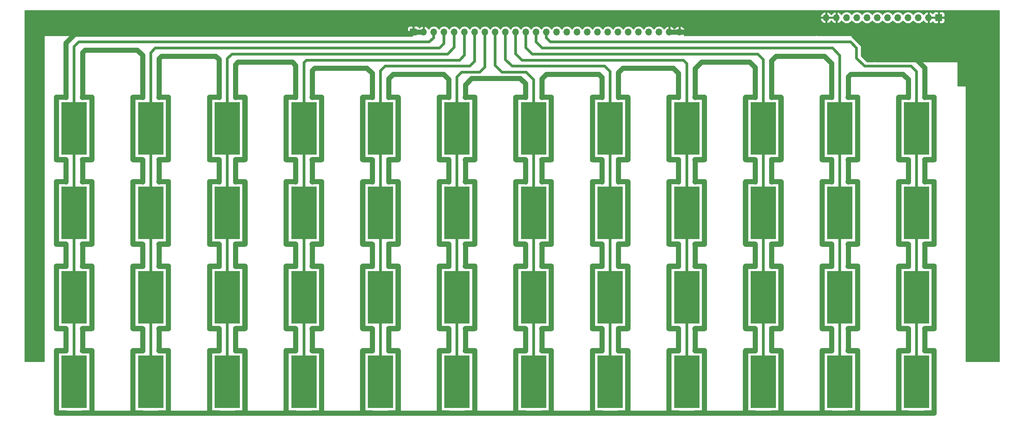
<source format=gbl>
G04 #@! TF.GenerationSoftware,KiCad,Pcbnew,5.1.10*
G04 #@! TF.CreationDate,2021-10-20T11:39:24+02:00*
G04 #@! TF.ProjectId,model_d,6d6f6465-6c5f-4642-9e6b-696361645f70,rev?*
G04 #@! TF.SameCoordinates,Original*
G04 #@! TF.FileFunction,Copper,L2,Bot*
G04 #@! TF.FilePolarity,Positive*
%FSLAX46Y46*%
G04 Gerber Fmt 4.6, Leading zero omitted, Abs format (unit mm)*
G04 Created by KiCad (PCBNEW 5.1.10) date 2021-10-20 11:39:24*
%MOMM*%
%LPD*%
G01*
G04 APERTURE LIST*
G04 #@! TA.AperFunction,ConnectorPad*
%ADD10C,0.100000*%
G04 #@! TD*
G04 #@! TA.AperFunction,ConnectorPad*
%ADD11R,6.300000X13.000000*%
G04 #@! TD*
G04 #@! TA.AperFunction,ConnectorPad*
%ADD12C,1.300000*%
G04 #@! TD*
G04 #@! TA.AperFunction,ComponentPad*
%ADD13O,1.700000X1.700000*%
G04 #@! TD*
G04 #@! TA.AperFunction,ComponentPad*
%ADD14R,1.700000X1.700000*%
G04 #@! TD*
G04 #@! TA.AperFunction,Conductor*
%ADD15C,1.300000*%
G04 #@! TD*
G04 #@! TA.AperFunction,Conductor*
%ADD16C,0.700000*%
G04 #@! TD*
G04 #@! TA.AperFunction,Conductor*
%ADD17C,0.254000*%
G04 #@! TD*
G04 #@! TA.AperFunction,Conductor*
%ADD18C,0.100000*%
G04 #@! TD*
G04 APERTURE END LIST*
G04 #@! TA.AperFunction,ConnectorPad*
D10*
G36*
X40254221Y-51600029D02*
G01*
X40254538Y-51600016D01*
X40254855Y-51600034D01*
X40259075Y-51600063D01*
X40288545Y-51601917D01*
X40317944Y-51603561D01*
X40320188Y-51603908D01*
X40322455Y-51604051D01*
X40351560Y-51608765D01*
X40380701Y-51613276D01*
X40382901Y-51613841D01*
X40385143Y-51614204D01*
X40413648Y-51621735D01*
X40442210Y-51629069D01*
X40444345Y-51629846D01*
X40446540Y-51630426D01*
X40474175Y-51640703D01*
X40501885Y-51650789D01*
X40503933Y-51651770D01*
X40506062Y-51652562D01*
X40532515Y-51665464D01*
X40559156Y-51678228D01*
X40561105Y-51679409D01*
X40563140Y-51680401D01*
X40588271Y-51695862D01*
X40613475Y-51711126D01*
X40615286Y-51712480D01*
X40617229Y-51713676D01*
X40640745Y-51731526D01*
X40664326Y-51749166D01*
X40666006Y-51750701D01*
X40667812Y-51752071D01*
X40689421Y-51772081D01*
X40711221Y-51791988D01*
X40712742Y-51793677D01*
X40714407Y-51795219D01*
X40733970Y-51817253D01*
X40753714Y-51839181D01*
X40755063Y-51841010D01*
X40756570Y-51842708D01*
X40773883Y-51866537D01*
X40791399Y-51890295D01*
X40792564Y-51892249D01*
X40793897Y-51894084D01*
X40808780Y-51919452D01*
X40823916Y-51944843D01*
X40824887Y-51946906D01*
X40826032Y-51948858D01*
X40838381Y-51975583D01*
X40850955Y-52002304D01*
X40851716Y-52004442D01*
X40852670Y-52006506D01*
X40862361Y-52034334D01*
X40872258Y-52062129D01*
X40872809Y-52064338D01*
X40873554Y-52066478D01*
X40880484Y-52095122D01*
X40887621Y-52123748D01*
X40887952Y-52125992D01*
X40888487Y-52128202D01*
X40892592Y-52157410D01*
X40896898Y-52186571D01*
X40897009Y-52188840D01*
X40897325Y-52191089D01*
X40898559Y-52220535D01*
X40900000Y-52250000D01*
X40900000Y-67750000D01*
X40899971Y-67754221D01*
X40899984Y-67754538D01*
X40899966Y-67754855D01*
X40899937Y-67759075D01*
X40898083Y-67788545D01*
X40896439Y-67817944D01*
X40896092Y-67820188D01*
X40895949Y-67822455D01*
X40891235Y-67851560D01*
X40886724Y-67880701D01*
X40886159Y-67882901D01*
X40885796Y-67885143D01*
X40878265Y-67913648D01*
X40870931Y-67942210D01*
X40870154Y-67944345D01*
X40869574Y-67946540D01*
X40859297Y-67974175D01*
X40849211Y-68001885D01*
X40848230Y-68003933D01*
X40847438Y-68006062D01*
X40834536Y-68032515D01*
X40821772Y-68059156D01*
X40820591Y-68061105D01*
X40819599Y-68063140D01*
X40804138Y-68088271D01*
X40788874Y-68113475D01*
X40787520Y-68115286D01*
X40786324Y-68117229D01*
X40768474Y-68140745D01*
X40750834Y-68164326D01*
X40749299Y-68166006D01*
X40747929Y-68167812D01*
X40727919Y-68189421D01*
X40708012Y-68211221D01*
X40706323Y-68212742D01*
X40704781Y-68214407D01*
X40682747Y-68233970D01*
X40660819Y-68253714D01*
X40658990Y-68255063D01*
X40657292Y-68256570D01*
X40633463Y-68273883D01*
X40609705Y-68291399D01*
X40607751Y-68292564D01*
X40605916Y-68293897D01*
X40580548Y-68308780D01*
X40555157Y-68323916D01*
X40553094Y-68324887D01*
X40551142Y-68326032D01*
X40524417Y-68338381D01*
X40497696Y-68350955D01*
X40495558Y-68351716D01*
X40493494Y-68352670D01*
X40465666Y-68362361D01*
X40437871Y-68372258D01*
X40435662Y-68372809D01*
X40433522Y-68373554D01*
X40404878Y-68380484D01*
X40376252Y-68387621D01*
X40374008Y-68387952D01*
X40371798Y-68388487D01*
X40342590Y-68392592D01*
X40313429Y-68396898D01*
X40311160Y-68397009D01*
X40308911Y-68397325D01*
X40279465Y-68398559D01*
X40250000Y-68400000D01*
X37900000Y-68400000D01*
X37890925Y-68399937D01*
X37827545Y-68395949D01*
X37764857Y-68385796D01*
X37703460Y-68369574D01*
X37643938Y-68347438D01*
X37586860Y-68319599D01*
X37532771Y-68286324D01*
X37482188Y-68247929D01*
X37435593Y-68204781D01*
X37393430Y-68157292D01*
X37356103Y-68105916D01*
X37323968Y-68051142D01*
X37297330Y-67993494D01*
X37276446Y-67933522D01*
X37261513Y-67871798D01*
X37252675Y-67808911D01*
X37250016Y-67745462D01*
X37253561Y-67682056D01*
X37263276Y-67619299D01*
X37279069Y-67557790D01*
X37300789Y-67498115D01*
X37328228Y-67440844D01*
X37361126Y-67386525D01*
X37399166Y-67335674D01*
X37441988Y-67288779D01*
X37489181Y-67246286D01*
X37540295Y-67208601D01*
X37594843Y-67176084D01*
X37652304Y-67149045D01*
X37712129Y-67127742D01*
X37773748Y-67112379D01*
X37836571Y-67103102D01*
X37900000Y-67100000D01*
X39600000Y-67100000D01*
X39600000Y-52900000D01*
X37900000Y-52900000D01*
X37890925Y-52899937D01*
X37879482Y-52899217D01*
X37868106Y-52899217D01*
X37847978Y-52897235D01*
X37827545Y-52895949D01*
X37816096Y-52894095D01*
X37804625Y-52892965D01*
X37784919Y-52889045D01*
X37764857Y-52885796D01*
X37753500Y-52882795D01*
X37742063Y-52880520D01*
X37722981Y-52874732D01*
X37703460Y-52869574D01*
X37692320Y-52865431D01*
X37681022Y-52862004D01*
X37662718Y-52854422D01*
X37643938Y-52847438D01*
X37633127Y-52842165D01*
X37622089Y-52837593D01*
X37604736Y-52828318D01*
X37586860Y-52819599D01*
X37576499Y-52813225D01*
X37565833Y-52807524D01*
X37549593Y-52796673D01*
X37532771Y-52786324D01*
X37522961Y-52778878D01*
X37512795Y-52772085D01*
X37497800Y-52759779D01*
X37482188Y-52747929D01*
X37473048Y-52739465D01*
X37463487Y-52731618D01*
X37449881Y-52718012D01*
X37435593Y-52704781D01*
X37427225Y-52695356D01*
X37418382Y-52686513D01*
X37406260Y-52671743D01*
X37393430Y-52657292D01*
X37385942Y-52646986D01*
X37377915Y-52637205D01*
X37367372Y-52621427D01*
X37356103Y-52605916D01*
X37349586Y-52594808D01*
X37342476Y-52584167D01*
X37333593Y-52567547D01*
X37323968Y-52551142D01*
X37318506Y-52539322D01*
X37312407Y-52527911D01*
X37305255Y-52510645D01*
X37297330Y-52493494D01*
X37292998Y-52481053D01*
X37287996Y-52468978D01*
X37282612Y-52451228D01*
X37276446Y-52433522D01*
X37273314Y-52420577D01*
X37269480Y-52407937D01*
X37265890Y-52389890D01*
X37261513Y-52371798D01*
X37259640Y-52358470D01*
X37257035Y-52345375D01*
X37255244Y-52327193D01*
X37252675Y-52308911D01*
X37252106Y-52295323D01*
X37250783Y-52281894D01*
X37250783Y-52263764D01*
X37250016Y-52245462D01*
X37250783Y-52231743D01*
X37250783Y-52218106D01*
X37252547Y-52200198D01*
X37253561Y-52182056D01*
X37255684Y-52168340D01*
X37257035Y-52154625D01*
X37260518Y-52137118D01*
X37263276Y-52119299D01*
X37266766Y-52105707D01*
X37268872Y-52095122D01*
X37269480Y-52092063D01*
X37274620Y-52075118D01*
X37279069Y-52057790D01*
X37283915Y-52044476D01*
X37287996Y-52031022D01*
X37294721Y-52014786D01*
X37300789Y-51998115D01*
X37306973Y-51985207D01*
X37312407Y-51972089D01*
X37320621Y-51956722D01*
X37328228Y-51940844D01*
X37335716Y-51928481D01*
X37342476Y-51915833D01*
X37352090Y-51901445D01*
X37361126Y-51886525D01*
X37369863Y-51874845D01*
X37377915Y-51862795D01*
X37388793Y-51849541D01*
X37399166Y-51835674D01*
X37409114Y-51824780D01*
X37418382Y-51813487D01*
X37430402Y-51801467D01*
X37441988Y-51788779D01*
X37453053Y-51778816D01*
X37463487Y-51768382D01*
X37476523Y-51757683D01*
X37489181Y-51746286D01*
X37501275Y-51737369D01*
X37512795Y-51727915D01*
X37526704Y-51718621D01*
X37540295Y-51708601D01*
X37553325Y-51700833D01*
X37565833Y-51692476D01*
X37580462Y-51684657D01*
X37594843Y-51676084D01*
X37608701Y-51669563D01*
X37622089Y-51662407D01*
X37637282Y-51656114D01*
X37652304Y-51649045D01*
X37666860Y-51643862D01*
X37681022Y-51637996D01*
X37696621Y-51633264D01*
X37712129Y-51627742D01*
X37727270Y-51623967D01*
X37742063Y-51619480D01*
X37757912Y-51616327D01*
X37773748Y-51612379D01*
X37789320Y-51610079D01*
X37804625Y-51607035D01*
X37820574Y-51605464D01*
X37836571Y-51603102D01*
X37852439Y-51602326D01*
X37868106Y-51600783D01*
X37883989Y-51600783D01*
X37900000Y-51600000D01*
X40250000Y-51600000D01*
X40254221Y-51600029D01*
G37*
G04 #@! TD.AperFunction*
G04 #@! TA.AperFunction,ConnectorPad*
G36*
X33809075Y-51600063D02*
G01*
X33820518Y-51600783D01*
X33831894Y-51600783D01*
X33852022Y-51602765D01*
X33872455Y-51604051D01*
X33883904Y-51605905D01*
X33895375Y-51607035D01*
X33915081Y-51610955D01*
X33935143Y-51614204D01*
X33946500Y-51617205D01*
X33957937Y-51619480D01*
X33977019Y-51625268D01*
X33996540Y-51630426D01*
X34007680Y-51634569D01*
X34018978Y-51637996D01*
X34037282Y-51645578D01*
X34056062Y-51652562D01*
X34066873Y-51657835D01*
X34077911Y-51662407D01*
X34095264Y-51671682D01*
X34113140Y-51680401D01*
X34123501Y-51686775D01*
X34134167Y-51692476D01*
X34150407Y-51703327D01*
X34167229Y-51713676D01*
X34177039Y-51721122D01*
X34187205Y-51727915D01*
X34202200Y-51740221D01*
X34217812Y-51752071D01*
X34226952Y-51760535D01*
X34233647Y-51766030D01*
X34236513Y-51768382D01*
X34250119Y-51781988D01*
X34264407Y-51795219D01*
X34272775Y-51804644D01*
X34281618Y-51813487D01*
X34293740Y-51828257D01*
X34306570Y-51842708D01*
X34314058Y-51853014D01*
X34322085Y-51862795D01*
X34332628Y-51878573D01*
X34343897Y-51894084D01*
X34350414Y-51905192D01*
X34357524Y-51915833D01*
X34366407Y-51932453D01*
X34376032Y-51948858D01*
X34381494Y-51960678D01*
X34387593Y-51972089D01*
X34394745Y-51989355D01*
X34402670Y-52006506D01*
X34407002Y-52018947D01*
X34412004Y-52031022D01*
X34417388Y-52048772D01*
X34423554Y-52066478D01*
X34426686Y-52079423D01*
X34430520Y-52092063D01*
X34434110Y-52110110D01*
X34438487Y-52128202D01*
X34440360Y-52141530D01*
X34442965Y-52154625D01*
X34444756Y-52172807D01*
X34447325Y-52191089D01*
X34447894Y-52204677D01*
X34449217Y-52218106D01*
X34449217Y-52236236D01*
X34449984Y-52254538D01*
X34449217Y-52268257D01*
X34449217Y-52281894D01*
X34447453Y-52299802D01*
X34446439Y-52317944D01*
X34444316Y-52331660D01*
X34442965Y-52345375D01*
X34439482Y-52362882D01*
X34436724Y-52380701D01*
X34433234Y-52394293D01*
X34430520Y-52407937D01*
X34425381Y-52424878D01*
X34420931Y-52442210D01*
X34416085Y-52455524D01*
X34412004Y-52468978D01*
X34405279Y-52485214D01*
X34399211Y-52501885D01*
X34393027Y-52514793D01*
X34387593Y-52527911D01*
X34379379Y-52543278D01*
X34371772Y-52559156D01*
X34364284Y-52571519D01*
X34357524Y-52584167D01*
X34347910Y-52598555D01*
X34338874Y-52613475D01*
X34330137Y-52625155D01*
X34322085Y-52637205D01*
X34311207Y-52650459D01*
X34300834Y-52664326D01*
X34290886Y-52675220D01*
X34281618Y-52686513D01*
X34269598Y-52698533D01*
X34258012Y-52711221D01*
X34246947Y-52721184D01*
X34236513Y-52731618D01*
X34223477Y-52742317D01*
X34210819Y-52753714D01*
X34198725Y-52762631D01*
X34187205Y-52772085D01*
X34173296Y-52781379D01*
X34159705Y-52791399D01*
X34146675Y-52799167D01*
X34134167Y-52807524D01*
X34119538Y-52815343D01*
X34105157Y-52823916D01*
X34091299Y-52830437D01*
X34077911Y-52837593D01*
X34062718Y-52843886D01*
X34047696Y-52850955D01*
X34033140Y-52856138D01*
X34018978Y-52862004D01*
X34003379Y-52866736D01*
X33987871Y-52872258D01*
X33972730Y-52876033D01*
X33957937Y-52880520D01*
X33942088Y-52883673D01*
X33926252Y-52887621D01*
X33910680Y-52889921D01*
X33895375Y-52892965D01*
X33879426Y-52894536D01*
X33863429Y-52896898D01*
X33847561Y-52897674D01*
X33831894Y-52899217D01*
X33816011Y-52899217D01*
X33800000Y-52900000D01*
X32100000Y-52900000D01*
X32100000Y-67100000D01*
X33800000Y-67100000D01*
X33809075Y-67100063D01*
X33872455Y-67104051D01*
X33935143Y-67114204D01*
X33996540Y-67130426D01*
X34056062Y-67152562D01*
X34113140Y-67180401D01*
X34167229Y-67213676D01*
X34217812Y-67252071D01*
X34264407Y-67295219D01*
X34306570Y-67342708D01*
X34343897Y-67394084D01*
X34376032Y-67448858D01*
X34402670Y-67506506D01*
X34423554Y-67566478D01*
X34438487Y-67628202D01*
X34447325Y-67691089D01*
X34449984Y-67754538D01*
X34446439Y-67817944D01*
X34436724Y-67880701D01*
X34420931Y-67942210D01*
X34399211Y-68001885D01*
X34371772Y-68059156D01*
X34338874Y-68113475D01*
X34300834Y-68164326D01*
X34258012Y-68211221D01*
X34210819Y-68253714D01*
X34159705Y-68291399D01*
X34105157Y-68323916D01*
X34047696Y-68350955D01*
X33987871Y-68372258D01*
X33926252Y-68387621D01*
X33863429Y-68396898D01*
X33800000Y-68400000D01*
X31450000Y-68400000D01*
X31445779Y-68399971D01*
X31445462Y-68399984D01*
X31445145Y-68399966D01*
X31440925Y-68399937D01*
X31411455Y-68398083D01*
X31382056Y-68396439D01*
X31379812Y-68396092D01*
X31377545Y-68395949D01*
X31348440Y-68391235D01*
X31319299Y-68386724D01*
X31317099Y-68386159D01*
X31314857Y-68385796D01*
X31286352Y-68378265D01*
X31257790Y-68370931D01*
X31255655Y-68370154D01*
X31253460Y-68369574D01*
X31225825Y-68359297D01*
X31198115Y-68349211D01*
X31196067Y-68348230D01*
X31193938Y-68347438D01*
X31167485Y-68334536D01*
X31140844Y-68321772D01*
X31138895Y-68320591D01*
X31136860Y-68319599D01*
X31111729Y-68304138D01*
X31086525Y-68288874D01*
X31084714Y-68287520D01*
X31082771Y-68286324D01*
X31059255Y-68268474D01*
X31035674Y-68250834D01*
X31033994Y-68249299D01*
X31032188Y-68247929D01*
X31010579Y-68227919D01*
X30988779Y-68208012D01*
X30987258Y-68206323D01*
X30985593Y-68204781D01*
X30966030Y-68182747D01*
X30946286Y-68160819D01*
X30944937Y-68158990D01*
X30943430Y-68157292D01*
X30926117Y-68133463D01*
X30908601Y-68109705D01*
X30907436Y-68107751D01*
X30906103Y-68105916D01*
X30891220Y-68080548D01*
X30876084Y-68055157D01*
X30875113Y-68053094D01*
X30873968Y-68051142D01*
X30861619Y-68024417D01*
X30849045Y-67997696D01*
X30848284Y-67995558D01*
X30847330Y-67993494D01*
X30837639Y-67965666D01*
X30827742Y-67937871D01*
X30827191Y-67935662D01*
X30826446Y-67933522D01*
X30819516Y-67904878D01*
X30812379Y-67876252D01*
X30812048Y-67874008D01*
X30811513Y-67871798D01*
X30807408Y-67842590D01*
X30803102Y-67813429D01*
X30802991Y-67811160D01*
X30802675Y-67808911D01*
X30801441Y-67779465D01*
X30800000Y-67750000D01*
X30800000Y-52250000D01*
X30800029Y-52245779D01*
X30800016Y-52245462D01*
X30800034Y-52245145D01*
X30800063Y-52240925D01*
X30801917Y-52211455D01*
X30803561Y-52182056D01*
X30803908Y-52179812D01*
X30804051Y-52177545D01*
X30808765Y-52148440D01*
X30813276Y-52119299D01*
X30813841Y-52117099D01*
X30814204Y-52114857D01*
X30821735Y-52086352D01*
X30829069Y-52057790D01*
X30829846Y-52055655D01*
X30830426Y-52053460D01*
X30840703Y-52025825D01*
X30850789Y-51998115D01*
X30851770Y-51996067D01*
X30852562Y-51993938D01*
X30865464Y-51967485D01*
X30878228Y-51940844D01*
X30879409Y-51938895D01*
X30880401Y-51936860D01*
X30895862Y-51911729D01*
X30911126Y-51886525D01*
X30912480Y-51884714D01*
X30913676Y-51882771D01*
X30931526Y-51859255D01*
X30949166Y-51835674D01*
X30950701Y-51833994D01*
X30952071Y-51832188D01*
X30972081Y-51810579D01*
X30991988Y-51788779D01*
X30993677Y-51787258D01*
X30995219Y-51785593D01*
X31017253Y-51766030D01*
X31039181Y-51746286D01*
X31041010Y-51744937D01*
X31042708Y-51743430D01*
X31066537Y-51726117D01*
X31090295Y-51708601D01*
X31092249Y-51707436D01*
X31094084Y-51706103D01*
X31119452Y-51691220D01*
X31144843Y-51676084D01*
X31146906Y-51675113D01*
X31148858Y-51673968D01*
X31175583Y-51661619D01*
X31202304Y-51649045D01*
X31204442Y-51648284D01*
X31206506Y-51647330D01*
X31234334Y-51637639D01*
X31262129Y-51627742D01*
X31264338Y-51627191D01*
X31266478Y-51626446D01*
X31295122Y-51619516D01*
X31323748Y-51612379D01*
X31325992Y-51612048D01*
X31328202Y-51611513D01*
X31357410Y-51607408D01*
X31386571Y-51603102D01*
X31388840Y-51602991D01*
X31391089Y-51602675D01*
X31420535Y-51601441D01*
X31450000Y-51600000D01*
X33800000Y-51600000D01*
X33809075Y-51600063D01*
G37*
G04 #@! TD.AperFunction*
D11*
X35850000Y-60000000D03*
D12*
X37900000Y-67750000D03*
X33800000Y-67750000D03*
G04 #@! TA.AperFunction,ConnectorPad*
D10*
G36*
X40254221Y-72600029D02*
G01*
X40254538Y-72600016D01*
X40254855Y-72600034D01*
X40259075Y-72600063D01*
X40288545Y-72601917D01*
X40317944Y-72603561D01*
X40320188Y-72603908D01*
X40322455Y-72604051D01*
X40351560Y-72608765D01*
X40380701Y-72613276D01*
X40382901Y-72613841D01*
X40385143Y-72614204D01*
X40413648Y-72621735D01*
X40442210Y-72629069D01*
X40444345Y-72629846D01*
X40446540Y-72630426D01*
X40474175Y-72640703D01*
X40501885Y-72650789D01*
X40503933Y-72651770D01*
X40506062Y-72652562D01*
X40532515Y-72665464D01*
X40559156Y-72678228D01*
X40561105Y-72679409D01*
X40563140Y-72680401D01*
X40588271Y-72695862D01*
X40613475Y-72711126D01*
X40615286Y-72712480D01*
X40617229Y-72713676D01*
X40640745Y-72731526D01*
X40664326Y-72749166D01*
X40666006Y-72750701D01*
X40667812Y-72752071D01*
X40689421Y-72772081D01*
X40711221Y-72791988D01*
X40712742Y-72793677D01*
X40714407Y-72795219D01*
X40733970Y-72817253D01*
X40753714Y-72839181D01*
X40755063Y-72841010D01*
X40756570Y-72842708D01*
X40773883Y-72866537D01*
X40791399Y-72890295D01*
X40792564Y-72892249D01*
X40793897Y-72894084D01*
X40808780Y-72919452D01*
X40823916Y-72944843D01*
X40824887Y-72946906D01*
X40826032Y-72948858D01*
X40838381Y-72975583D01*
X40850955Y-73002304D01*
X40851716Y-73004442D01*
X40852670Y-73006506D01*
X40862361Y-73034334D01*
X40872258Y-73062129D01*
X40872809Y-73064338D01*
X40873554Y-73066478D01*
X40880484Y-73095122D01*
X40887621Y-73123748D01*
X40887952Y-73125992D01*
X40888487Y-73128202D01*
X40892592Y-73157410D01*
X40896898Y-73186571D01*
X40897009Y-73188840D01*
X40897325Y-73191089D01*
X40898559Y-73220535D01*
X40900000Y-73250000D01*
X40900000Y-88750000D01*
X40899971Y-88754221D01*
X40899984Y-88754538D01*
X40899966Y-88754855D01*
X40899937Y-88759075D01*
X40898083Y-88788545D01*
X40896439Y-88817944D01*
X40896092Y-88820188D01*
X40895949Y-88822455D01*
X40891235Y-88851560D01*
X40886724Y-88880701D01*
X40886159Y-88882901D01*
X40885796Y-88885143D01*
X40878265Y-88913648D01*
X40870931Y-88942210D01*
X40870154Y-88944345D01*
X40869574Y-88946540D01*
X40859297Y-88974175D01*
X40849211Y-89001885D01*
X40848230Y-89003933D01*
X40847438Y-89006062D01*
X40834536Y-89032515D01*
X40821772Y-89059156D01*
X40820591Y-89061105D01*
X40819599Y-89063140D01*
X40804138Y-89088271D01*
X40788874Y-89113475D01*
X40787520Y-89115286D01*
X40786324Y-89117229D01*
X40768474Y-89140745D01*
X40750834Y-89164326D01*
X40749299Y-89166006D01*
X40747929Y-89167812D01*
X40727919Y-89189421D01*
X40708012Y-89211221D01*
X40706323Y-89212742D01*
X40704781Y-89214407D01*
X40682747Y-89233970D01*
X40660819Y-89253714D01*
X40658990Y-89255063D01*
X40657292Y-89256570D01*
X40633463Y-89273883D01*
X40609705Y-89291399D01*
X40607751Y-89292564D01*
X40605916Y-89293897D01*
X40580548Y-89308780D01*
X40555157Y-89323916D01*
X40553094Y-89324887D01*
X40551142Y-89326032D01*
X40524417Y-89338381D01*
X40497696Y-89350955D01*
X40495558Y-89351716D01*
X40493494Y-89352670D01*
X40465666Y-89362361D01*
X40437871Y-89372258D01*
X40435662Y-89372809D01*
X40433522Y-89373554D01*
X40404878Y-89380484D01*
X40376252Y-89387621D01*
X40374008Y-89387952D01*
X40371798Y-89388487D01*
X40342590Y-89392592D01*
X40313429Y-89396898D01*
X40311160Y-89397009D01*
X40308911Y-89397325D01*
X40279465Y-89398559D01*
X40250000Y-89400000D01*
X37900000Y-89400000D01*
X37890925Y-89399937D01*
X37827545Y-89395949D01*
X37764857Y-89385796D01*
X37703460Y-89369574D01*
X37643938Y-89347438D01*
X37586860Y-89319599D01*
X37532771Y-89286324D01*
X37482188Y-89247929D01*
X37435593Y-89204781D01*
X37393430Y-89157292D01*
X37356103Y-89105916D01*
X37323968Y-89051142D01*
X37297330Y-88993494D01*
X37276446Y-88933522D01*
X37261513Y-88871798D01*
X37252675Y-88808911D01*
X37250016Y-88745462D01*
X37253561Y-88682056D01*
X37263276Y-88619299D01*
X37279069Y-88557790D01*
X37300789Y-88498115D01*
X37328228Y-88440844D01*
X37361126Y-88386525D01*
X37399166Y-88335674D01*
X37441988Y-88288779D01*
X37489181Y-88246286D01*
X37540295Y-88208601D01*
X37594843Y-88176084D01*
X37652304Y-88149045D01*
X37712129Y-88127742D01*
X37773748Y-88112379D01*
X37836571Y-88103102D01*
X37900000Y-88100000D01*
X39600000Y-88100000D01*
X39600000Y-73900000D01*
X37900000Y-73900000D01*
X37890925Y-73899937D01*
X37879482Y-73899217D01*
X37868106Y-73899217D01*
X37847978Y-73897235D01*
X37827545Y-73895949D01*
X37816096Y-73894095D01*
X37804625Y-73892965D01*
X37784919Y-73889045D01*
X37764857Y-73885796D01*
X37753500Y-73882795D01*
X37742063Y-73880520D01*
X37722981Y-73874732D01*
X37703460Y-73869574D01*
X37692320Y-73865431D01*
X37681022Y-73862004D01*
X37662718Y-73854422D01*
X37643938Y-73847438D01*
X37633127Y-73842165D01*
X37622089Y-73837593D01*
X37604736Y-73828318D01*
X37586860Y-73819599D01*
X37576499Y-73813225D01*
X37565833Y-73807524D01*
X37549593Y-73796673D01*
X37532771Y-73786324D01*
X37522961Y-73778878D01*
X37512795Y-73772085D01*
X37497800Y-73759779D01*
X37482188Y-73747929D01*
X37473048Y-73739465D01*
X37463487Y-73731618D01*
X37449881Y-73718012D01*
X37435593Y-73704781D01*
X37427225Y-73695356D01*
X37418382Y-73686513D01*
X37406260Y-73671743D01*
X37393430Y-73657292D01*
X37385942Y-73646986D01*
X37377915Y-73637205D01*
X37367372Y-73621427D01*
X37356103Y-73605916D01*
X37349586Y-73594808D01*
X37342476Y-73584167D01*
X37333593Y-73567547D01*
X37323968Y-73551142D01*
X37318506Y-73539322D01*
X37312407Y-73527911D01*
X37305255Y-73510645D01*
X37297330Y-73493494D01*
X37292998Y-73481053D01*
X37287996Y-73468978D01*
X37282612Y-73451228D01*
X37276446Y-73433522D01*
X37273314Y-73420577D01*
X37269480Y-73407937D01*
X37265890Y-73389890D01*
X37261513Y-73371798D01*
X37259640Y-73358470D01*
X37257035Y-73345375D01*
X37255244Y-73327193D01*
X37252675Y-73308911D01*
X37252106Y-73295323D01*
X37250783Y-73281894D01*
X37250783Y-73263764D01*
X37250016Y-73245462D01*
X37250783Y-73231743D01*
X37250783Y-73218106D01*
X37252547Y-73200198D01*
X37253561Y-73182056D01*
X37255684Y-73168340D01*
X37257035Y-73154625D01*
X37260518Y-73137118D01*
X37263276Y-73119299D01*
X37266766Y-73105707D01*
X37268872Y-73095122D01*
X37269480Y-73092063D01*
X37274620Y-73075118D01*
X37279069Y-73057790D01*
X37283915Y-73044476D01*
X37287996Y-73031022D01*
X37294721Y-73014786D01*
X37300789Y-72998115D01*
X37306973Y-72985207D01*
X37312407Y-72972089D01*
X37320621Y-72956722D01*
X37328228Y-72940844D01*
X37335716Y-72928481D01*
X37342476Y-72915833D01*
X37352090Y-72901445D01*
X37361126Y-72886525D01*
X37369863Y-72874845D01*
X37377915Y-72862795D01*
X37388793Y-72849541D01*
X37399166Y-72835674D01*
X37409114Y-72824780D01*
X37418382Y-72813487D01*
X37430402Y-72801467D01*
X37441988Y-72788779D01*
X37453053Y-72778816D01*
X37463487Y-72768382D01*
X37476523Y-72757683D01*
X37489181Y-72746286D01*
X37501275Y-72737369D01*
X37512795Y-72727915D01*
X37526704Y-72718621D01*
X37540295Y-72708601D01*
X37553325Y-72700833D01*
X37565833Y-72692476D01*
X37580462Y-72684657D01*
X37594843Y-72676084D01*
X37608701Y-72669563D01*
X37622089Y-72662407D01*
X37637282Y-72656114D01*
X37652304Y-72649045D01*
X37666860Y-72643862D01*
X37681022Y-72637996D01*
X37696621Y-72633264D01*
X37712129Y-72627742D01*
X37727270Y-72623967D01*
X37742063Y-72619480D01*
X37757912Y-72616327D01*
X37773748Y-72612379D01*
X37789320Y-72610079D01*
X37804625Y-72607035D01*
X37820574Y-72605464D01*
X37836571Y-72603102D01*
X37852439Y-72602326D01*
X37868106Y-72600783D01*
X37883989Y-72600783D01*
X37900000Y-72600000D01*
X40250000Y-72600000D01*
X40254221Y-72600029D01*
G37*
G04 #@! TD.AperFunction*
G04 #@! TA.AperFunction,ConnectorPad*
G36*
X33809075Y-72600063D02*
G01*
X33820518Y-72600783D01*
X33831894Y-72600783D01*
X33852022Y-72602765D01*
X33872455Y-72604051D01*
X33883904Y-72605905D01*
X33895375Y-72607035D01*
X33915081Y-72610955D01*
X33935143Y-72614204D01*
X33946500Y-72617205D01*
X33957937Y-72619480D01*
X33977019Y-72625268D01*
X33996540Y-72630426D01*
X34007680Y-72634569D01*
X34018978Y-72637996D01*
X34037282Y-72645578D01*
X34056062Y-72652562D01*
X34066873Y-72657835D01*
X34077911Y-72662407D01*
X34095264Y-72671682D01*
X34113140Y-72680401D01*
X34123501Y-72686775D01*
X34134167Y-72692476D01*
X34150407Y-72703327D01*
X34167229Y-72713676D01*
X34177039Y-72721122D01*
X34187205Y-72727915D01*
X34202200Y-72740221D01*
X34217812Y-72752071D01*
X34226952Y-72760535D01*
X34233647Y-72766030D01*
X34236513Y-72768382D01*
X34250119Y-72781988D01*
X34264407Y-72795219D01*
X34272775Y-72804644D01*
X34281618Y-72813487D01*
X34293740Y-72828257D01*
X34306570Y-72842708D01*
X34314058Y-72853014D01*
X34322085Y-72862795D01*
X34332628Y-72878573D01*
X34343897Y-72894084D01*
X34350414Y-72905192D01*
X34357524Y-72915833D01*
X34366407Y-72932453D01*
X34376032Y-72948858D01*
X34381494Y-72960678D01*
X34387593Y-72972089D01*
X34394745Y-72989355D01*
X34402670Y-73006506D01*
X34407002Y-73018947D01*
X34412004Y-73031022D01*
X34417388Y-73048772D01*
X34423554Y-73066478D01*
X34426686Y-73079423D01*
X34430520Y-73092063D01*
X34434110Y-73110110D01*
X34438487Y-73128202D01*
X34440360Y-73141530D01*
X34442965Y-73154625D01*
X34444756Y-73172807D01*
X34447325Y-73191089D01*
X34447894Y-73204677D01*
X34449217Y-73218106D01*
X34449217Y-73236236D01*
X34449984Y-73254538D01*
X34449217Y-73268257D01*
X34449217Y-73281894D01*
X34447453Y-73299802D01*
X34446439Y-73317944D01*
X34444316Y-73331660D01*
X34442965Y-73345375D01*
X34439482Y-73362882D01*
X34436724Y-73380701D01*
X34433234Y-73394293D01*
X34430520Y-73407937D01*
X34425381Y-73424878D01*
X34420931Y-73442210D01*
X34416085Y-73455524D01*
X34412004Y-73468978D01*
X34405279Y-73485214D01*
X34399211Y-73501885D01*
X34393027Y-73514793D01*
X34387593Y-73527911D01*
X34379379Y-73543278D01*
X34371772Y-73559156D01*
X34364284Y-73571519D01*
X34357524Y-73584167D01*
X34347910Y-73598555D01*
X34338874Y-73613475D01*
X34330137Y-73625155D01*
X34322085Y-73637205D01*
X34311207Y-73650459D01*
X34300834Y-73664326D01*
X34290886Y-73675220D01*
X34281618Y-73686513D01*
X34269598Y-73698533D01*
X34258012Y-73711221D01*
X34246947Y-73721184D01*
X34236513Y-73731618D01*
X34223477Y-73742317D01*
X34210819Y-73753714D01*
X34198725Y-73762631D01*
X34187205Y-73772085D01*
X34173296Y-73781379D01*
X34159705Y-73791399D01*
X34146675Y-73799167D01*
X34134167Y-73807524D01*
X34119538Y-73815343D01*
X34105157Y-73823916D01*
X34091299Y-73830437D01*
X34077911Y-73837593D01*
X34062718Y-73843886D01*
X34047696Y-73850955D01*
X34033140Y-73856138D01*
X34018978Y-73862004D01*
X34003379Y-73866736D01*
X33987871Y-73872258D01*
X33972730Y-73876033D01*
X33957937Y-73880520D01*
X33942088Y-73883673D01*
X33926252Y-73887621D01*
X33910680Y-73889921D01*
X33895375Y-73892965D01*
X33879426Y-73894536D01*
X33863429Y-73896898D01*
X33847561Y-73897674D01*
X33831894Y-73899217D01*
X33816011Y-73899217D01*
X33800000Y-73900000D01*
X32100000Y-73900000D01*
X32100000Y-88100000D01*
X33800000Y-88100000D01*
X33809075Y-88100063D01*
X33872455Y-88104051D01*
X33935143Y-88114204D01*
X33996540Y-88130426D01*
X34056062Y-88152562D01*
X34113140Y-88180401D01*
X34167229Y-88213676D01*
X34217812Y-88252071D01*
X34264407Y-88295219D01*
X34306570Y-88342708D01*
X34343897Y-88394084D01*
X34376032Y-88448858D01*
X34402670Y-88506506D01*
X34423554Y-88566478D01*
X34438487Y-88628202D01*
X34447325Y-88691089D01*
X34449984Y-88754538D01*
X34446439Y-88817944D01*
X34436724Y-88880701D01*
X34420931Y-88942210D01*
X34399211Y-89001885D01*
X34371772Y-89059156D01*
X34338874Y-89113475D01*
X34300834Y-89164326D01*
X34258012Y-89211221D01*
X34210819Y-89253714D01*
X34159705Y-89291399D01*
X34105157Y-89323916D01*
X34047696Y-89350955D01*
X33987871Y-89372258D01*
X33926252Y-89387621D01*
X33863429Y-89396898D01*
X33800000Y-89400000D01*
X31450000Y-89400000D01*
X31445779Y-89399971D01*
X31445462Y-89399984D01*
X31445145Y-89399966D01*
X31440925Y-89399937D01*
X31411455Y-89398083D01*
X31382056Y-89396439D01*
X31379812Y-89396092D01*
X31377545Y-89395949D01*
X31348440Y-89391235D01*
X31319299Y-89386724D01*
X31317099Y-89386159D01*
X31314857Y-89385796D01*
X31286352Y-89378265D01*
X31257790Y-89370931D01*
X31255655Y-89370154D01*
X31253460Y-89369574D01*
X31225825Y-89359297D01*
X31198115Y-89349211D01*
X31196067Y-89348230D01*
X31193938Y-89347438D01*
X31167485Y-89334536D01*
X31140844Y-89321772D01*
X31138895Y-89320591D01*
X31136860Y-89319599D01*
X31111729Y-89304138D01*
X31086525Y-89288874D01*
X31084714Y-89287520D01*
X31082771Y-89286324D01*
X31059255Y-89268474D01*
X31035674Y-89250834D01*
X31033994Y-89249299D01*
X31032188Y-89247929D01*
X31010579Y-89227919D01*
X30988779Y-89208012D01*
X30987258Y-89206323D01*
X30985593Y-89204781D01*
X30966030Y-89182747D01*
X30946286Y-89160819D01*
X30944937Y-89158990D01*
X30943430Y-89157292D01*
X30926117Y-89133463D01*
X30908601Y-89109705D01*
X30907436Y-89107751D01*
X30906103Y-89105916D01*
X30891220Y-89080548D01*
X30876084Y-89055157D01*
X30875113Y-89053094D01*
X30873968Y-89051142D01*
X30861619Y-89024417D01*
X30849045Y-88997696D01*
X30848284Y-88995558D01*
X30847330Y-88993494D01*
X30837639Y-88965666D01*
X30827742Y-88937871D01*
X30827191Y-88935662D01*
X30826446Y-88933522D01*
X30819516Y-88904878D01*
X30812379Y-88876252D01*
X30812048Y-88874008D01*
X30811513Y-88871798D01*
X30807408Y-88842590D01*
X30803102Y-88813429D01*
X30802991Y-88811160D01*
X30802675Y-88808911D01*
X30801441Y-88779465D01*
X30800000Y-88750000D01*
X30800000Y-73250000D01*
X30800029Y-73245779D01*
X30800016Y-73245462D01*
X30800034Y-73245145D01*
X30800063Y-73240925D01*
X30801917Y-73211455D01*
X30803561Y-73182056D01*
X30803908Y-73179812D01*
X30804051Y-73177545D01*
X30808765Y-73148440D01*
X30813276Y-73119299D01*
X30813841Y-73117099D01*
X30814204Y-73114857D01*
X30821735Y-73086352D01*
X30829069Y-73057790D01*
X30829846Y-73055655D01*
X30830426Y-73053460D01*
X30840703Y-73025825D01*
X30850789Y-72998115D01*
X30851770Y-72996067D01*
X30852562Y-72993938D01*
X30865464Y-72967485D01*
X30878228Y-72940844D01*
X30879409Y-72938895D01*
X30880401Y-72936860D01*
X30895862Y-72911729D01*
X30911126Y-72886525D01*
X30912480Y-72884714D01*
X30913676Y-72882771D01*
X30931526Y-72859255D01*
X30949166Y-72835674D01*
X30950701Y-72833994D01*
X30952071Y-72832188D01*
X30972081Y-72810579D01*
X30991988Y-72788779D01*
X30993677Y-72787258D01*
X30995219Y-72785593D01*
X31017253Y-72766030D01*
X31039181Y-72746286D01*
X31041010Y-72744937D01*
X31042708Y-72743430D01*
X31066537Y-72726117D01*
X31090295Y-72708601D01*
X31092249Y-72707436D01*
X31094084Y-72706103D01*
X31119452Y-72691220D01*
X31144843Y-72676084D01*
X31146906Y-72675113D01*
X31148858Y-72673968D01*
X31175583Y-72661619D01*
X31202304Y-72649045D01*
X31204442Y-72648284D01*
X31206506Y-72647330D01*
X31234334Y-72637639D01*
X31262129Y-72627742D01*
X31264338Y-72627191D01*
X31266478Y-72626446D01*
X31295122Y-72619516D01*
X31323748Y-72612379D01*
X31325992Y-72612048D01*
X31328202Y-72611513D01*
X31357410Y-72607408D01*
X31386571Y-72603102D01*
X31388840Y-72602991D01*
X31391089Y-72602675D01*
X31420535Y-72601441D01*
X31450000Y-72600000D01*
X33800000Y-72600000D01*
X33809075Y-72600063D01*
G37*
G04 #@! TD.AperFunction*
D11*
X35850000Y-81000000D03*
D12*
X37900000Y-88750000D03*
X33800000Y-88750000D03*
G04 #@! TA.AperFunction,ConnectorPad*
D10*
G36*
X40254221Y-93600029D02*
G01*
X40254538Y-93600016D01*
X40254855Y-93600034D01*
X40259075Y-93600063D01*
X40288545Y-93601917D01*
X40317944Y-93603561D01*
X40320188Y-93603908D01*
X40322455Y-93604051D01*
X40351560Y-93608765D01*
X40380701Y-93613276D01*
X40382901Y-93613841D01*
X40385143Y-93614204D01*
X40413648Y-93621735D01*
X40442210Y-93629069D01*
X40444345Y-93629846D01*
X40446540Y-93630426D01*
X40474175Y-93640703D01*
X40501885Y-93650789D01*
X40503933Y-93651770D01*
X40506062Y-93652562D01*
X40532515Y-93665464D01*
X40559156Y-93678228D01*
X40561105Y-93679409D01*
X40563140Y-93680401D01*
X40588271Y-93695862D01*
X40613475Y-93711126D01*
X40615286Y-93712480D01*
X40617229Y-93713676D01*
X40640745Y-93731526D01*
X40664326Y-93749166D01*
X40666006Y-93750701D01*
X40667812Y-93752071D01*
X40689421Y-93772081D01*
X40711221Y-93791988D01*
X40712742Y-93793677D01*
X40714407Y-93795219D01*
X40733970Y-93817253D01*
X40753714Y-93839181D01*
X40755063Y-93841010D01*
X40756570Y-93842708D01*
X40773883Y-93866537D01*
X40791399Y-93890295D01*
X40792564Y-93892249D01*
X40793897Y-93894084D01*
X40808780Y-93919452D01*
X40823916Y-93944843D01*
X40824887Y-93946906D01*
X40826032Y-93948858D01*
X40838381Y-93975583D01*
X40850955Y-94002304D01*
X40851716Y-94004442D01*
X40852670Y-94006506D01*
X40862361Y-94034334D01*
X40872258Y-94062129D01*
X40872809Y-94064338D01*
X40873554Y-94066478D01*
X40880484Y-94095122D01*
X40887621Y-94123748D01*
X40887952Y-94125992D01*
X40888487Y-94128202D01*
X40892592Y-94157410D01*
X40896898Y-94186571D01*
X40897009Y-94188840D01*
X40897325Y-94191089D01*
X40898559Y-94220535D01*
X40900000Y-94250000D01*
X40900000Y-109750000D01*
X40899971Y-109754221D01*
X40899984Y-109754538D01*
X40899966Y-109754855D01*
X40899937Y-109759075D01*
X40898083Y-109788545D01*
X40896439Y-109817944D01*
X40896092Y-109820188D01*
X40895949Y-109822455D01*
X40891235Y-109851560D01*
X40886724Y-109880701D01*
X40886159Y-109882901D01*
X40885796Y-109885143D01*
X40878265Y-109913648D01*
X40870931Y-109942210D01*
X40870154Y-109944345D01*
X40869574Y-109946540D01*
X40859297Y-109974175D01*
X40849211Y-110001885D01*
X40848230Y-110003933D01*
X40847438Y-110006062D01*
X40834536Y-110032515D01*
X40821772Y-110059156D01*
X40820591Y-110061105D01*
X40819599Y-110063140D01*
X40804138Y-110088271D01*
X40788874Y-110113475D01*
X40787520Y-110115286D01*
X40786324Y-110117229D01*
X40768474Y-110140745D01*
X40750834Y-110164326D01*
X40749299Y-110166006D01*
X40747929Y-110167812D01*
X40727919Y-110189421D01*
X40708012Y-110211221D01*
X40706323Y-110212742D01*
X40704781Y-110214407D01*
X40682747Y-110233970D01*
X40660819Y-110253714D01*
X40658990Y-110255063D01*
X40657292Y-110256570D01*
X40633463Y-110273883D01*
X40609705Y-110291399D01*
X40607751Y-110292564D01*
X40605916Y-110293897D01*
X40580548Y-110308780D01*
X40555157Y-110323916D01*
X40553094Y-110324887D01*
X40551142Y-110326032D01*
X40524417Y-110338381D01*
X40497696Y-110350955D01*
X40495558Y-110351716D01*
X40493494Y-110352670D01*
X40465666Y-110362361D01*
X40437871Y-110372258D01*
X40435662Y-110372809D01*
X40433522Y-110373554D01*
X40404878Y-110380484D01*
X40376252Y-110387621D01*
X40374008Y-110387952D01*
X40371798Y-110388487D01*
X40342590Y-110392592D01*
X40313429Y-110396898D01*
X40311160Y-110397009D01*
X40308911Y-110397325D01*
X40279465Y-110398559D01*
X40250000Y-110400000D01*
X37900000Y-110400000D01*
X37890925Y-110399937D01*
X37827545Y-110395949D01*
X37764857Y-110385796D01*
X37703460Y-110369574D01*
X37643938Y-110347438D01*
X37586860Y-110319599D01*
X37532771Y-110286324D01*
X37482188Y-110247929D01*
X37435593Y-110204781D01*
X37393430Y-110157292D01*
X37356103Y-110105916D01*
X37323968Y-110051142D01*
X37297330Y-109993494D01*
X37276446Y-109933522D01*
X37261513Y-109871798D01*
X37252675Y-109808911D01*
X37250016Y-109745462D01*
X37253561Y-109682056D01*
X37263276Y-109619299D01*
X37279069Y-109557790D01*
X37300789Y-109498115D01*
X37328228Y-109440844D01*
X37361126Y-109386525D01*
X37399166Y-109335674D01*
X37441988Y-109288779D01*
X37489181Y-109246286D01*
X37540295Y-109208601D01*
X37594843Y-109176084D01*
X37652304Y-109149045D01*
X37712129Y-109127742D01*
X37773748Y-109112379D01*
X37836571Y-109103102D01*
X37900000Y-109100000D01*
X39600000Y-109100000D01*
X39600000Y-94900000D01*
X37900000Y-94900000D01*
X37890925Y-94899937D01*
X37879482Y-94899217D01*
X37868106Y-94899217D01*
X37847978Y-94897235D01*
X37827545Y-94895949D01*
X37816096Y-94894095D01*
X37804625Y-94892965D01*
X37784919Y-94889045D01*
X37764857Y-94885796D01*
X37753500Y-94882795D01*
X37742063Y-94880520D01*
X37722981Y-94874732D01*
X37703460Y-94869574D01*
X37692320Y-94865431D01*
X37681022Y-94862004D01*
X37662718Y-94854422D01*
X37643938Y-94847438D01*
X37633127Y-94842165D01*
X37622089Y-94837593D01*
X37604736Y-94828318D01*
X37586860Y-94819599D01*
X37576499Y-94813225D01*
X37565833Y-94807524D01*
X37549593Y-94796673D01*
X37532771Y-94786324D01*
X37522961Y-94778878D01*
X37512795Y-94772085D01*
X37497800Y-94759779D01*
X37482188Y-94747929D01*
X37473048Y-94739465D01*
X37463487Y-94731618D01*
X37449881Y-94718012D01*
X37435593Y-94704781D01*
X37427225Y-94695356D01*
X37418382Y-94686513D01*
X37406260Y-94671743D01*
X37393430Y-94657292D01*
X37385942Y-94646986D01*
X37377915Y-94637205D01*
X37367372Y-94621427D01*
X37356103Y-94605916D01*
X37349586Y-94594808D01*
X37342476Y-94584167D01*
X37333593Y-94567547D01*
X37323968Y-94551142D01*
X37318506Y-94539322D01*
X37312407Y-94527911D01*
X37305255Y-94510645D01*
X37297330Y-94493494D01*
X37292998Y-94481053D01*
X37287996Y-94468978D01*
X37282612Y-94451228D01*
X37276446Y-94433522D01*
X37273314Y-94420577D01*
X37269480Y-94407937D01*
X37265890Y-94389890D01*
X37261513Y-94371798D01*
X37259640Y-94358470D01*
X37257035Y-94345375D01*
X37255244Y-94327193D01*
X37252675Y-94308911D01*
X37252106Y-94295323D01*
X37250783Y-94281894D01*
X37250783Y-94263764D01*
X37250016Y-94245462D01*
X37250783Y-94231743D01*
X37250783Y-94218106D01*
X37252547Y-94200198D01*
X37253561Y-94182056D01*
X37255684Y-94168340D01*
X37257035Y-94154625D01*
X37260518Y-94137118D01*
X37263276Y-94119299D01*
X37266766Y-94105707D01*
X37268872Y-94095122D01*
X37269480Y-94092063D01*
X37274620Y-94075118D01*
X37279069Y-94057790D01*
X37283915Y-94044476D01*
X37287996Y-94031022D01*
X37294721Y-94014786D01*
X37300789Y-93998115D01*
X37306973Y-93985207D01*
X37312407Y-93972089D01*
X37320621Y-93956722D01*
X37328228Y-93940844D01*
X37335716Y-93928481D01*
X37342476Y-93915833D01*
X37352090Y-93901445D01*
X37361126Y-93886525D01*
X37369863Y-93874845D01*
X37377915Y-93862795D01*
X37388793Y-93849541D01*
X37399166Y-93835674D01*
X37409114Y-93824780D01*
X37418382Y-93813487D01*
X37430402Y-93801467D01*
X37441988Y-93788779D01*
X37453053Y-93778816D01*
X37463487Y-93768382D01*
X37476523Y-93757683D01*
X37489181Y-93746286D01*
X37501275Y-93737369D01*
X37512795Y-93727915D01*
X37526704Y-93718621D01*
X37540295Y-93708601D01*
X37553325Y-93700833D01*
X37565833Y-93692476D01*
X37580462Y-93684657D01*
X37594843Y-93676084D01*
X37608701Y-93669563D01*
X37622089Y-93662407D01*
X37637282Y-93656114D01*
X37652304Y-93649045D01*
X37666860Y-93643862D01*
X37681022Y-93637996D01*
X37696621Y-93633264D01*
X37712129Y-93627742D01*
X37727270Y-93623967D01*
X37742063Y-93619480D01*
X37757912Y-93616327D01*
X37773748Y-93612379D01*
X37789320Y-93610079D01*
X37804625Y-93607035D01*
X37820574Y-93605464D01*
X37836571Y-93603102D01*
X37852439Y-93602326D01*
X37868106Y-93600783D01*
X37883989Y-93600783D01*
X37900000Y-93600000D01*
X40250000Y-93600000D01*
X40254221Y-93600029D01*
G37*
G04 #@! TD.AperFunction*
G04 #@! TA.AperFunction,ConnectorPad*
G36*
X33809075Y-93600063D02*
G01*
X33820518Y-93600783D01*
X33831894Y-93600783D01*
X33852022Y-93602765D01*
X33872455Y-93604051D01*
X33883904Y-93605905D01*
X33895375Y-93607035D01*
X33915081Y-93610955D01*
X33935143Y-93614204D01*
X33946500Y-93617205D01*
X33957937Y-93619480D01*
X33977019Y-93625268D01*
X33996540Y-93630426D01*
X34007680Y-93634569D01*
X34018978Y-93637996D01*
X34037282Y-93645578D01*
X34056062Y-93652562D01*
X34066873Y-93657835D01*
X34077911Y-93662407D01*
X34095264Y-93671682D01*
X34113140Y-93680401D01*
X34123501Y-93686775D01*
X34134167Y-93692476D01*
X34150407Y-93703327D01*
X34167229Y-93713676D01*
X34177039Y-93721122D01*
X34187205Y-93727915D01*
X34202200Y-93740221D01*
X34217812Y-93752071D01*
X34226952Y-93760535D01*
X34233647Y-93766030D01*
X34236513Y-93768382D01*
X34250119Y-93781988D01*
X34264407Y-93795219D01*
X34272775Y-93804644D01*
X34281618Y-93813487D01*
X34293740Y-93828257D01*
X34306570Y-93842708D01*
X34314058Y-93853014D01*
X34322085Y-93862795D01*
X34332628Y-93878573D01*
X34343897Y-93894084D01*
X34350414Y-93905192D01*
X34357524Y-93915833D01*
X34366407Y-93932453D01*
X34376032Y-93948858D01*
X34381494Y-93960678D01*
X34387593Y-93972089D01*
X34394745Y-93989355D01*
X34402670Y-94006506D01*
X34407002Y-94018947D01*
X34412004Y-94031022D01*
X34417388Y-94048772D01*
X34423554Y-94066478D01*
X34426686Y-94079423D01*
X34430520Y-94092063D01*
X34434110Y-94110110D01*
X34438487Y-94128202D01*
X34440360Y-94141530D01*
X34442965Y-94154625D01*
X34444756Y-94172807D01*
X34447325Y-94191089D01*
X34447894Y-94204677D01*
X34449217Y-94218106D01*
X34449217Y-94236236D01*
X34449984Y-94254538D01*
X34449217Y-94268257D01*
X34449217Y-94281894D01*
X34447453Y-94299802D01*
X34446439Y-94317944D01*
X34444316Y-94331660D01*
X34442965Y-94345375D01*
X34439482Y-94362882D01*
X34436724Y-94380701D01*
X34433234Y-94394293D01*
X34430520Y-94407937D01*
X34425381Y-94424878D01*
X34420931Y-94442210D01*
X34416085Y-94455524D01*
X34412004Y-94468978D01*
X34405279Y-94485214D01*
X34399211Y-94501885D01*
X34393027Y-94514793D01*
X34387593Y-94527911D01*
X34379379Y-94543278D01*
X34371772Y-94559156D01*
X34364284Y-94571519D01*
X34357524Y-94584167D01*
X34347910Y-94598555D01*
X34338874Y-94613475D01*
X34330137Y-94625155D01*
X34322085Y-94637205D01*
X34311207Y-94650459D01*
X34300834Y-94664326D01*
X34290886Y-94675220D01*
X34281618Y-94686513D01*
X34269598Y-94698533D01*
X34258012Y-94711221D01*
X34246947Y-94721184D01*
X34236513Y-94731618D01*
X34223477Y-94742317D01*
X34210819Y-94753714D01*
X34198725Y-94762631D01*
X34187205Y-94772085D01*
X34173296Y-94781379D01*
X34159705Y-94791399D01*
X34146675Y-94799167D01*
X34134167Y-94807524D01*
X34119538Y-94815343D01*
X34105157Y-94823916D01*
X34091299Y-94830437D01*
X34077911Y-94837593D01*
X34062718Y-94843886D01*
X34047696Y-94850955D01*
X34033140Y-94856138D01*
X34018978Y-94862004D01*
X34003379Y-94866736D01*
X33987871Y-94872258D01*
X33972730Y-94876033D01*
X33957937Y-94880520D01*
X33942088Y-94883673D01*
X33926252Y-94887621D01*
X33910680Y-94889921D01*
X33895375Y-94892965D01*
X33879426Y-94894536D01*
X33863429Y-94896898D01*
X33847561Y-94897674D01*
X33831894Y-94899217D01*
X33816011Y-94899217D01*
X33800000Y-94900000D01*
X32100000Y-94900000D01*
X32100000Y-109100000D01*
X33800000Y-109100000D01*
X33809075Y-109100063D01*
X33872455Y-109104051D01*
X33935143Y-109114204D01*
X33996540Y-109130426D01*
X34056062Y-109152562D01*
X34113140Y-109180401D01*
X34167229Y-109213676D01*
X34217812Y-109252071D01*
X34264407Y-109295219D01*
X34306570Y-109342708D01*
X34343897Y-109394084D01*
X34376032Y-109448858D01*
X34402670Y-109506506D01*
X34423554Y-109566478D01*
X34438487Y-109628202D01*
X34447325Y-109691089D01*
X34449984Y-109754538D01*
X34446439Y-109817944D01*
X34436724Y-109880701D01*
X34420931Y-109942210D01*
X34399211Y-110001885D01*
X34371772Y-110059156D01*
X34338874Y-110113475D01*
X34300834Y-110164326D01*
X34258012Y-110211221D01*
X34210819Y-110253714D01*
X34159705Y-110291399D01*
X34105157Y-110323916D01*
X34047696Y-110350955D01*
X33987871Y-110372258D01*
X33926252Y-110387621D01*
X33863429Y-110396898D01*
X33800000Y-110400000D01*
X31450000Y-110400000D01*
X31445779Y-110399971D01*
X31445462Y-110399984D01*
X31445145Y-110399966D01*
X31440925Y-110399937D01*
X31411455Y-110398083D01*
X31382056Y-110396439D01*
X31379812Y-110396092D01*
X31377545Y-110395949D01*
X31348440Y-110391235D01*
X31319299Y-110386724D01*
X31317099Y-110386159D01*
X31314857Y-110385796D01*
X31286352Y-110378265D01*
X31257790Y-110370931D01*
X31255655Y-110370154D01*
X31253460Y-110369574D01*
X31225825Y-110359297D01*
X31198115Y-110349211D01*
X31196067Y-110348230D01*
X31193938Y-110347438D01*
X31167485Y-110334536D01*
X31140844Y-110321772D01*
X31138895Y-110320591D01*
X31136860Y-110319599D01*
X31111729Y-110304138D01*
X31086525Y-110288874D01*
X31084714Y-110287520D01*
X31082771Y-110286324D01*
X31059255Y-110268474D01*
X31035674Y-110250834D01*
X31033994Y-110249299D01*
X31032188Y-110247929D01*
X31010579Y-110227919D01*
X30988779Y-110208012D01*
X30987258Y-110206323D01*
X30985593Y-110204781D01*
X30966030Y-110182747D01*
X30946286Y-110160819D01*
X30944937Y-110158990D01*
X30943430Y-110157292D01*
X30926117Y-110133463D01*
X30908601Y-110109705D01*
X30907436Y-110107751D01*
X30906103Y-110105916D01*
X30891220Y-110080548D01*
X30876084Y-110055157D01*
X30875113Y-110053094D01*
X30873968Y-110051142D01*
X30861619Y-110024417D01*
X30849045Y-109997696D01*
X30848284Y-109995558D01*
X30847330Y-109993494D01*
X30837639Y-109965666D01*
X30827742Y-109937871D01*
X30827191Y-109935662D01*
X30826446Y-109933522D01*
X30819516Y-109904878D01*
X30812379Y-109876252D01*
X30812048Y-109874008D01*
X30811513Y-109871798D01*
X30807408Y-109842590D01*
X30803102Y-109813429D01*
X30802991Y-109811160D01*
X30802675Y-109808911D01*
X30801441Y-109779465D01*
X30800000Y-109750000D01*
X30800000Y-94250000D01*
X30800029Y-94245779D01*
X30800016Y-94245462D01*
X30800034Y-94245145D01*
X30800063Y-94240925D01*
X30801917Y-94211455D01*
X30803561Y-94182056D01*
X30803908Y-94179812D01*
X30804051Y-94177545D01*
X30808765Y-94148440D01*
X30813276Y-94119299D01*
X30813841Y-94117099D01*
X30814204Y-94114857D01*
X30821735Y-94086352D01*
X30829069Y-94057790D01*
X30829846Y-94055655D01*
X30830426Y-94053460D01*
X30840703Y-94025825D01*
X30850789Y-93998115D01*
X30851770Y-93996067D01*
X30852562Y-93993938D01*
X30865464Y-93967485D01*
X30878228Y-93940844D01*
X30879409Y-93938895D01*
X30880401Y-93936860D01*
X30895862Y-93911729D01*
X30911126Y-93886525D01*
X30912480Y-93884714D01*
X30913676Y-93882771D01*
X30931526Y-93859255D01*
X30949166Y-93835674D01*
X30950701Y-93833994D01*
X30952071Y-93832188D01*
X30972081Y-93810579D01*
X30991988Y-93788779D01*
X30993677Y-93787258D01*
X30995219Y-93785593D01*
X31017253Y-93766030D01*
X31039181Y-93746286D01*
X31041010Y-93744937D01*
X31042708Y-93743430D01*
X31066537Y-93726117D01*
X31090295Y-93708601D01*
X31092249Y-93707436D01*
X31094084Y-93706103D01*
X31119452Y-93691220D01*
X31144843Y-93676084D01*
X31146906Y-93675113D01*
X31148858Y-93673968D01*
X31175583Y-93661619D01*
X31202304Y-93649045D01*
X31204442Y-93648284D01*
X31206506Y-93647330D01*
X31234334Y-93637639D01*
X31262129Y-93627742D01*
X31264338Y-93627191D01*
X31266478Y-93626446D01*
X31295122Y-93619516D01*
X31323748Y-93612379D01*
X31325992Y-93612048D01*
X31328202Y-93611513D01*
X31357410Y-93607408D01*
X31386571Y-93603102D01*
X31388840Y-93602991D01*
X31391089Y-93602675D01*
X31420535Y-93601441D01*
X31450000Y-93600000D01*
X33800000Y-93600000D01*
X33809075Y-93600063D01*
G37*
G04 #@! TD.AperFunction*
D11*
X35850000Y-102000000D03*
D12*
X37900000Y-109750000D03*
X33800000Y-109750000D03*
G04 #@! TA.AperFunction,ConnectorPad*
D10*
G36*
X40254221Y-114600029D02*
G01*
X40254538Y-114600016D01*
X40254855Y-114600034D01*
X40259075Y-114600063D01*
X40288545Y-114601917D01*
X40317944Y-114603561D01*
X40320188Y-114603908D01*
X40322455Y-114604051D01*
X40351560Y-114608765D01*
X40380701Y-114613276D01*
X40382901Y-114613841D01*
X40385143Y-114614204D01*
X40413648Y-114621735D01*
X40442210Y-114629069D01*
X40444345Y-114629846D01*
X40446540Y-114630426D01*
X40474175Y-114640703D01*
X40501885Y-114650789D01*
X40503933Y-114651770D01*
X40506062Y-114652562D01*
X40532515Y-114665464D01*
X40559156Y-114678228D01*
X40561105Y-114679409D01*
X40563140Y-114680401D01*
X40588271Y-114695862D01*
X40613475Y-114711126D01*
X40615286Y-114712480D01*
X40617229Y-114713676D01*
X40640745Y-114731526D01*
X40664326Y-114749166D01*
X40666006Y-114750701D01*
X40667812Y-114752071D01*
X40689421Y-114772081D01*
X40711221Y-114791988D01*
X40712742Y-114793677D01*
X40714407Y-114795219D01*
X40733970Y-114817253D01*
X40753714Y-114839181D01*
X40755063Y-114841010D01*
X40756570Y-114842708D01*
X40773883Y-114866537D01*
X40791399Y-114890295D01*
X40792564Y-114892249D01*
X40793897Y-114894084D01*
X40808780Y-114919452D01*
X40823916Y-114944843D01*
X40824887Y-114946906D01*
X40826032Y-114948858D01*
X40838381Y-114975583D01*
X40850955Y-115002304D01*
X40851716Y-115004442D01*
X40852670Y-115006506D01*
X40862361Y-115034334D01*
X40872258Y-115062129D01*
X40872809Y-115064338D01*
X40873554Y-115066478D01*
X40880484Y-115095122D01*
X40887621Y-115123748D01*
X40887952Y-115125992D01*
X40888487Y-115128202D01*
X40892592Y-115157410D01*
X40896898Y-115186571D01*
X40897009Y-115188840D01*
X40897325Y-115191089D01*
X40898559Y-115220535D01*
X40900000Y-115250000D01*
X40900000Y-130750000D01*
X40899971Y-130754221D01*
X40899984Y-130754538D01*
X40899966Y-130754855D01*
X40899937Y-130759075D01*
X40898083Y-130788545D01*
X40896439Y-130817944D01*
X40896092Y-130820188D01*
X40895949Y-130822455D01*
X40891235Y-130851560D01*
X40886724Y-130880701D01*
X40886159Y-130882901D01*
X40885796Y-130885143D01*
X40878265Y-130913648D01*
X40870931Y-130942210D01*
X40870154Y-130944345D01*
X40869574Y-130946540D01*
X40859297Y-130974175D01*
X40849211Y-131001885D01*
X40848230Y-131003933D01*
X40847438Y-131006062D01*
X40834536Y-131032515D01*
X40821772Y-131059156D01*
X40820591Y-131061105D01*
X40819599Y-131063140D01*
X40804138Y-131088271D01*
X40788874Y-131113475D01*
X40787520Y-131115286D01*
X40786324Y-131117229D01*
X40768474Y-131140745D01*
X40750834Y-131164326D01*
X40749299Y-131166006D01*
X40747929Y-131167812D01*
X40727919Y-131189421D01*
X40708012Y-131211221D01*
X40706323Y-131212742D01*
X40704781Y-131214407D01*
X40682747Y-131233970D01*
X40660819Y-131253714D01*
X40658990Y-131255063D01*
X40657292Y-131256570D01*
X40633463Y-131273883D01*
X40609705Y-131291399D01*
X40607751Y-131292564D01*
X40605916Y-131293897D01*
X40580548Y-131308780D01*
X40555157Y-131323916D01*
X40553094Y-131324887D01*
X40551142Y-131326032D01*
X40524417Y-131338381D01*
X40497696Y-131350955D01*
X40495558Y-131351716D01*
X40493494Y-131352670D01*
X40465666Y-131362361D01*
X40437871Y-131372258D01*
X40435662Y-131372809D01*
X40433522Y-131373554D01*
X40404878Y-131380484D01*
X40376252Y-131387621D01*
X40374008Y-131387952D01*
X40371798Y-131388487D01*
X40342590Y-131392592D01*
X40313429Y-131396898D01*
X40311160Y-131397009D01*
X40308911Y-131397325D01*
X40279465Y-131398559D01*
X40250000Y-131400000D01*
X37900000Y-131400000D01*
X37890925Y-131399937D01*
X37827545Y-131395949D01*
X37764857Y-131385796D01*
X37703460Y-131369574D01*
X37643938Y-131347438D01*
X37586860Y-131319599D01*
X37532771Y-131286324D01*
X37482188Y-131247929D01*
X37435593Y-131204781D01*
X37393430Y-131157292D01*
X37356103Y-131105916D01*
X37323968Y-131051142D01*
X37297330Y-130993494D01*
X37276446Y-130933522D01*
X37261513Y-130871798D01*
X37252675Y-130808911D01*
X37250016Y-130745462D01*
X37253561Y-130682056D01*
X37263276Y-130619299D01*
X37279069Y-130557790D01*
X37300789Y-130498115D01*
X37328228Y-130440844D01*
X37361126Y-130386525D01*
X37399166Y-130335674D01*
X37441988Y-130288779D01*
X37489181Y-130246286D01*
X37540295Y-130208601D01*
X37594843Y-130176084D01*
X37652304Y-130149045D01*
X37712129Y-130127742D01*
X37773748Y-130112379D01*
X37836571Y-130103102D01*
X37900000Y-130100000D01*
X39600000Y-130100000D01*
X39600000Y-115900000D01*
X37900000Y-115900000D01*
X37890925Y-115899937D01*
X37879482Y-115899217D01*
X37868106Y-115899217D01*
X37847978Y-115897235D01*
X37827545Y-115895949D01*
X37816096Y-115894095D01*
X37804625Y-115892965D01*
X37784919Y-115889045D01*
X37764857Y-115885796D01*
X37753500Y-115882795D01*
X37742063Y-115880520D01*
X37722981Y-115874732D01*
X37703460Y-115869574D01*
X37692320Y-115865431D01*
X37681022Y-115862004D01*
X37662718Y-115854422D01*
X37643938Y-115847438D01*
X37633127Y-115842165D01*
X37622089Y-115837593D01*
X37604736Y-115828318D01*
X37586860Y-115819599D01*
X37576499Y-115813225D01*
X37565833Y-115807524D01*
X37549593Y-115796673D01*
X37532771Y-115786324D01*
X37522961Y-115778878D01*
X37512795Y-115772085D01*
X37497800Y-115759779D01*
X37482188Y-115747929D01*
X37473048Y-115739465D01*
X37463487Y-115731618D01*
X37449881Y-115718012D01*
X37435593Y-115704781D01*
X37427225Y-115695356D01*
X37418382Y-115686513D01*
X37406260Y-115671743D01*
X37393430Y-115657292D01*
X37385942Y-115646986D01*
X37377915Y-115637205D01*
X37367372Y-115621427D01*
X37356103Y-115605916D01*
X37349586Y-115594808D01*
X37342476Y-115584167D01*
X37333593Y-115567547D01*
X37323968Y-115551142D01*
X37318506Y-115539322D01*
X37312407Y-115527911D01*
X37305255Y-115510645D01*
X37297330Y-115493494D01*
X37292998Y-115481053D01*
X37287996Y-115468978D01*
X37282612Y-115451228D01*
X37276446Y-115433522D01*
X37273314Y-115420577D01*
X37269480Y-115407937D01*
X37265890Y-115389890D01*
X37261513Y-115371798D01*
X37259640Y-115358470D01*
X37257035Y-115345375D01*
X37255244Y-115327193D01*
X37252675Y-115308911D01*
X37252106Y-115295323D01*
X37250783Y-115281894D01*
X37250783Y-115263764D01*
X37250016Y-115245462D01*
X37250783Y-115231743D01*
X37250783Y-115218106D01*
X37252547Y-115200198D01*
X37253561Y-115182056D01*
X37255684Y-115168340D01*
X37257035Y-115154625D01*
X37260518Y-115137118D01*
X37263276Y-115119299D01*
X37266766Y-115105707D01*
X37268872Y-115095122D01*
X37269480Y-115092063D01*
X37274620Y-115075118D01*
X37279069Y-115057790D01*
X37283915Y-115044476D01*
X37287996Y-115031022D01*
X37294721Y-115014786D01*
X37300789Y-114998115D01*
X37306973Y-114985207D01*
X37312407Y-114972089D01*
X37320621Y-114956722D01*
X37328228Y-114940844D01*
X37335716Y-114928481D01*
X37342476Y-114915833D01*
X37352090Y-114901445D01*
X37361126Y-114886525D01*
X37369863Y-114874845D01*
X37377915Y-114862795D01*
X37388793Y-114849541D01*
X37399166Y-114835674D01*
X37409114Y-114824780D01*
X37418382Y-114813487D01*
X37430402Y-114801467D01*
X37441988Y-114788779D01*
X37453053Y-114778816D01*
X37463487Y-114768382D01*
X37476523Y-114757683D01*
X37489181Y-114746286D01*
X37501275Y-114737369D01*
X37512795Y-114727915D01*
X37526704Y-114718621D01*
X37540295Y-114708601D01*
X37553325Y-114700833D01*
X37565833Y-114692476D01*
X37580462Y-114684657D01*
X37594843Y-114676084D01*
X37608701Y-114669563D01*
X37622089Y-114662407D01*
X37637282Y-114656114D01*
X37652304Y-114649045D01*
X37666860Y-114643862D01*
X37681022Y-114637996D01*
X37696621Y-114633264D01*
X37712129Y-114627742D01*
X37727270Y-114623967D01*
X37742063Y-114619480D01*
X37757912Y-114616327D01*
X37773748Y-114612379D01*
X37789320Y-114610079D01*
X37804625Y-114607035D01*
X37820574Y-114605464D01*
X37836571Y-114603102D01*
X37852439Y-114602326D01*
X37868106Y-114600783D01*
X37883989Y-114600783D01*
X37900000Y-114600000D01*
X40250000Y-114600000D01*
X40254221Y-114600029D01*
G37*
G04 #@! TD.AperFunction*
G04 #@! TA.AperFunction,ConnectorPad*
G36*
X33809075Y-114600063D02*
G01*
X33820518Y-114600783D01*
X33831894Y-114600783D01*
X33852022Y-114602765D01*
X33872455Y-114604051D01*
X33883904Y-114605905D01*
X33895375Y-114607035D01*
X33915081Y-114610955D01*
X33935143Y-114614204D01*
X33946500Y-114617205D01*
X33957937Y-114619480D01*
X33977019Y-114625268D01*
X33996540Y-114630426D01*
X34007680Y-114634569D01*
X34018978Y-114637996D01*
X34037282Y-114645578D01*
X34056062Y-114652562D01*
X34066873Y-114657835D01*
X34077911Y-114662407D01*
X34095264Y-114671682D01*
X34113140Y-114680401D01*
X34123501Y-114686775D01*
X34134167Y-114692476D01*
X34150407Y-114703327D01*
X34167229Y-114713676D01*
X34177039Y-114721122D01*
X34187205Y-114727915D01*
X34202200Y-114740221D01*
X34217812Y-114752071D01*
X34226952Y-114760535D01*
X34233647Y-114766030D01*
X34236513Y-114768382D01*
X34250119Y-114781988D01*
X34264407Y-114795219D01*
X34272775Y-114804644D01*
X34281618Y-114813487D01*
X34293740Y-114828257D01*
X34306570Y-114842708D01*
X34314058Y-114853014D01*
X34322085Y-114862795D01*
X34332628Y-114878573D01*
X34343897Y-114894084D01*
X34350414Y-114905192D01*
X34357524Y-114915833D01*
X34366407Y-114932453D01*
X34376032Y-114948858D01*
X34381494Y-114960678D01*
X34387593Y-114972089D01*
X34394745Y-114989355D01*
X34402670Y-115006506D01*
X34407002Y-115018947D01*
X34412004Y-115031022D01*
X34417388Y-115048772D01*
X34423554Y-115066478D01*
X34426686Y-115079423D01*
X34430520Y-115092063D01*
X34434110Y-115110110D01*
X34438487Y-115128202D01*
X34440360Y-115141530D01*
X34442965Y-115154625D01*
X34444756Y-115172807D01*
X34447325Y-115191089D01*
X34447894Y-115204677D01*
X34449217Y-115218106D01*
X34449217Y-115236236D01*
X34449984Y-115254538D01*
X34449217Y-115268257D01*
X34449217Y-115281894D01*
X34447453Y-115299802D01*
X34446439Y-115317944D01*
X34444316Y-115331660D01*
X34442965Y-115345375D01*
X34439482Y-115362882D01*
X34436724Y-115380701D01*
X34433234Y-115394293D01*
X34430520Y-115407937D01*
X34425381Y-115424878D01*
X34420931Y-115442210D01*
X34416085Y-115455524D01*
X34412004Y-115468978D01*
X34405279Y-115485214D01*
X34399211Y-115501885D01*
X34393027Y-115514793D01*
X34387593Y-115527911D01*
X34379379Y-115543278D01*
X34371772Y-115559156D01*
X34364284Y-115571519D01*
X34357524Y-115584167D01*
X34347910Y-115598555D01*
X34338874Y-115613475D01*
X34330137Y-115625155D01*
X34322085Y-115637205D01*
X34311207Y-115650459D01*
X34300834Y-115664326D01*
X34290886Y-115675220D01*
X34281618Y-115686513D01*
X34269598Y-115698533D01*
X34258012Y-115711221D01*
X34246947Y-115721184D01*
X34236513Y-115731618D01*
X34223477Y-115742317D01*
X34210819Y-115753714D01*
X34198725Y-115762631D01*
X34187205Y-115772085D01*
X34173296Y-115781379D01*
X34159705Y-115791399D01*
X34146675Y-115799167D01*
X34134167Y-115807524D01*
X34119538Y-115815343D01*
X34105157Y-115823916D01*
X34091299Y-115830437D01*
X34077911Y-115837593D01*
X34062718Y-115843886D01*
X34047696Y-115850955D01*
X34033140Y-115856138D01*
X34018978Y-115862004D01*
X34003379Y-115866736D01*
X33987871Y-115872258D01*
X33972730Y-115876033D01*
X33957937Y-115880520D01*
X33942088Y-115883673D01*
X33926252Y-115887621D01*
X33910680Y-115889921D01*
X33895375Y-115892965D01*
X33879426Y-115894536D01*
X33863429Y-115896898D01*
X33847561Y-115897674D01*
X33831894Y-115899217D01*
X33816011Y-115899217D01*
X33800000Y-115900000D01*
X32100000Y-115900000D01*
X32100000Y-130100000D01*
X33800000Y-130100000D01*
X33809075Y-130100063D01*
X33872455Y-130104051D01*
X33935143Y-130114204D01*
X33996540Y-130130426D01*
X34056062Y-130152562D01*
X34113140Y-130180401D01*
X34167229Y-130213676D01*
X34217812Y-130252071D01*
X34264407Y-130295219D01*
X34306570Y-130342708D01*
X34343897Y-130394084D01*
X34376032Y-130448858D01*
X34402670Y-130506506D01*
X34423554Y-130566478D01*
X34438487Y-130628202D01*
X34447325Y-130691089D01*
X34449984Y-130754538D01*
X34446439Y-130817944D01*
X34436724Y-130880701D01*
X34420931Y-130942210D01*
X34399211Y-131001885D01*
X34371772Y-131059156D01*
X34338874Y-131113475D01*
X34300834Y-131164326D01*
X34258012Y-131211221D01*
X34210819Y-131253714D01*
X34159705Y-131291399D01*
X34105157Y-131323916D01*
X34047696Y-131350955D01*
X33987871Y-131372258D01*
X33926252Y-131387621D01*
X33863429Y-131396898D01*
X33800000Y-131400000D01*
X31450000Y-131400000D01*
X31445779Y-131399971D01*
X31445462Y-131399984D01*
X31445145Y-131399966D01*
X31440925Y-131399937D01*
X31411455Y-131398083D01*
X31382056Y-131396439D01*
X31379812Y-131396092D01*
X31377545Y-131395949D01*
X31348440Y-131391235D01*
X31319299Y-131386724D01*
X31317099Y-131386159D01*
X31314857Y-131385796D01*
X31286352Y-131378265D01*
X31257790Y-131370931D01*
X31255655Y-131370154D01*
X31253460Y-131369574D01*
X31225825Y-131359297D01*
X31198115Y-131349211D01*
X31196067Y-131348230D01*
X31193938Y-131347438D01*
X31167485Y-131334536D01*
X31140844Y-131321772D01*
X31138895Y-131320591D01*
X31136860Y-131319599D01*
X31111729Y-131304138D01*
X31086525Y-131288874D01*
X31084714Y-131287520D01*
X31082771Y-131286324D01*
X31059255Y-131268474D01*
X31035674Y-131250834D01*
X31033994Y-131249299D01*
X31032188Y-131247929D01*
X31010579Y-131227919D01*
X30988779Y-131208012D01*
X30987258Y-131206323D01*
X30985593Y-131204781D01*
X30966030Y-131182747D01*
X30946286Y-131160819D01*
X30944937Y-131158990D01*
X30943430Y-131157292D01*
X30926117Y-131133463D01*
X30908601Y-131109705D01*
X30907436Y-131107751D01*
X30906103Y-131105916D01*
X30891220Y-131080548D01*
X30876084Y-131055157D01*
X30875113Y-131053094D01*
X30873968Y-131051142D01*
X30861619Y-131024417D01*
X30849045Y-130997696D01*
X30848284Y-130995558D01*
X30847330Y-130993494D01*
X30837639Y-130965666D01*
X30827742Y-130937871D01*
X30827191Y-130935662D01*
X30826446Y-130933522D01*
X30819516Y-130904878D01*
X30812379Y-130876252D01*
X30812048Y-130874008D01*
X30811513Y-130871798D01*
X30807408Y-130842590D01*
X30803102Y-130813429D01*
X30802991Y-130811160D01*
X30802675Y-130808911D01*
X30801441Y-130779465D01*
X30800000Y-130750000D01*
X30800000Y-115250000D01*
X30800029Y-115245779D01*
X30800016Y-115245462D01*
X30800034Y-115245145D01*
X30800063Y-115240925D01*
X30801917Y-115211455D01*
X30803561Y-115182056D01*
X30803908Y-115179812D01*
X30804051Y-115177545D01*
X30808765Y-115148440D01*
X30813276Y-115119299D01*
X30813841Y-115117099D01*
X30814204Y-115114857D01*
X30821735Y-115086352D01*
X30829069Y-115057790D01*
X30829846Y-115055655D01*
X30830426Y-115053460D01*
X30840703Y-115025825D01*
X30850789Y-114998115D01*
X30851770Y-114996067D01*
X30852562Y-114993938D01*
X30865464Y-114967485D01*
X30878228Y-114940844D01*
X30879409Y-114938895D01*
X30880401Y-114936860D01*
X30895862Y-114911729D01*
X30911126Y-114886525D01*
X30912480Y-114884714D01*
X30913676Y-114882771D01*
X30931526Y-114859255D01*
X30949166Y-114835674D01*
X30950701Y-114833994D01*
X30952071Y-114832188D01*
X30972081Y-114810579D01*
X30991988Y-114788779D01*
X30993677Y-114787258D01*
X30995219Y-114785593D01*
X31017253Y-114766030D01*
X31039181Y-114746286D01*
X31041010Y-114744937D01*
X31042708Y-114743430D01*
X31066537Y-114726117D01*
X31090295Y-114708601D01*
X31092249Y-114707436D01*
X31094084Y-114706103D01*
X31119452Y-114691220D01*
X31144843Y-114676084D01*
X31146906Y-114675113D01*
X31148858Y-114673968D01*
X31175583Y-114661619D01*
X31202304Y-114649045D01*
X31204442Y-114648284D01*
X31206506Y-114647330D01*
X31234334Y-114637639D01*
X31262129Y-114627742D01*
X31264338Y-114627191D01*
X31266478Y-114626446D01*
X31295122Y-114619516D01*
X31323748Y-114612379D01*
X31325992Y-114612048D01*
X31328202Y-114611513D01*
X31357410Y-114607408D01*
X31386571Y-114603102D01*
X31388840Y-114602991D01*
X31391089Y-114602675D01*
X31420535Y-114601441D01*
X31450000Y-114600000D01*
X33800000Y-114600000D01*
X33809075Y-114600063D01*
G37*
G04 #@! TD.AperFunction*
D11*
X35850000Y-123000000D03*
D12*
X37900000Y-130750000D03*
X33800000Y-130750000D03*
G04 #@! TA.AperFunction,ConnectorPad*
D10*
G36*
X59254221Y-51600029D02*
G01*
X59254538Y-51600016D01*
X59254855Y-51600034D01*
X59259075Y-51600063D01*
X59288545Y-51601917D01*
X59317944Y-51603561D01*
X59320188Y-51603908D01*
X59322455Y-51604051D01*
X59351560Y-51608765D01*
X59380701Y-51613276D01*
X59382901Y-51613841D01*
X59385143Y-51614204D01*
X59413648Y-51621735D01*
X59442210Y-51629069D01*
X59444345Y-51629846D01*
X59446540Y-51630426D01*
X59474175Y-51640703D01*
X59501885Y-51650789D01*
X59503933Y-51651770D01*
X59506062Y-51652562D01*
X59532515Y-51665464D01*
X59559156Y-51678228D01*
X59561105Y-51679409D01*
X59563140Y-51680401D01*
X59588271Y-51695862D01*
X59613475Y-51711126D01*
X59615286Y-51712480D01*
X59617229Y-51713676D01*
X59640745Y-51731526D01*
X59664326Y-51749166D01*
X59666006Y-51750701D01*
X59667812Y-51752071D01*
X59689421Y-51772081D01*
X59711221Y-51791988D01*
X59712742Y-51793677D01*
X59714407Y-51795219D01*
X59733970Y-51817253D01*
X59753714Y-51839181D01*
X59755063Y-51841010D01*
X59756570Y-51842708D01*
X59773883Y-51866537D01*
X59791399Y-51890295D01*
X59792564Y-51892249D01*
X59793897Y-51894084D01*
X59808780Y-51919452D01*
X59823916Y-51944843D01*
X59824887Y-51946906D01*
X59826032Y-51948858D01*
X59838381Y-51975583D01*
X59850955Y-52002304D01*
X59851716Y-52004442D01*
X59852670Y-52006506D01*
X59862361Y-52034334D01*
X59872258Y-52062129D01*
X59872809Y-52064338D01*
X59873554Y-52066478D01*
X59880484Y-52095122D01*
X59887621Y-52123748D01*
X59887952Y-52125992D01*
X59888487Y-52128202D01*
X59892592Y-52157410D01*
X59896898Y-52186571D01*
X59897009Y-52188840D01*
X59897325Y-52191089D01*
X59898559Y-52220535D01*
X59900000Y-52250000D01*
X59900000Y-67750000D01*
X59899971Y-67754221D01*
X59899984Y-67754538D01*
X59899966Y-67754855D01*
X59899937Y-67759075D01*
X59898083Y-67788545D01*
X59896439Y-67817944D01*
X59896092Y-67820188D01*
X59895949Y-67822455D01*
X59891235Y-67851560D01*
X59886724Y-67880701D01*
X59886159Y-67882901D01*
X59885796Y-67885143D01*
X59878265Y-67913648D01*
X59870931Y-67942210D01*
X59870154Y-67944345D01*
X59869574Y-67946540D01*
X59859297Y-67974175D01*
X59849211Y-68001885D01*
X59848230Y-68003933D01*
X59847438Y-68006062D01*
X59834536Y-68032515D01*
X59821772Y-68059156D01*
X59820591Y-68061105D01*
X59819599Y-68063140D01*
X59804138Y-68088271D01*
X59788874Y-68113475D01*
X59787520Y-68115286D01*
X59786324Y-68117229D01*
X59768474Y-68140745D01*
X59750834Y-68164326D01*
X59749299Y-68166006D01*
X59747929Y-68167812D01*
X59727919Y-68189421D01*
X59708012Y-68211221D01*
X59706323Y-68212742D01*
X59704781Y-68214407D01*
X59682747Y-68233970D01*
X59660819Y-68253714D01*
X59658990Y-68255063D01*
X59657292Y-68256570D01*
X59633463Y-68273883D01*
X59609705Y-68291399D01*
X59607751Y-68292564D01*
X59605916Y-68293897D01*
X59580548Y-68308780D01*
X59555157Y-68323916D01*
X59553094Y-68324887D01*
X59551142Y-68326032D01*
X59524417Y-68338381D01*
X59497696Y-68350955D01*
X59495558Y-68351716D01*
X59493494Y-68352670D01*
X59465666Y-68362361D01*
X59437871Y-68372258D01*
X59435662Y-68372809D01*
X59433522Y-68373554D01*
X59404878Y-68380484D01*
X59376252Y-68387621D01*
X59374008Y-68387952D01*
X59371798Y-68388487D01*
X59342590Y-68392592D01*
X59313429Y-68396898D01*
X59311160Y-68397009D01*
X59308911Y-68397325D01*
X59279465Y-68398559D01*
X59250000Y-68400000D01*
X56900000Y-68400000D01*
X56890925Y-68399937D01*
X56827545Y-68395949D01*
X56764857Y-68385796D01*
X56703460Y-68369574D01*
X56643938Y-68347438D01*
X56586860Y-68319599D01*
X56532771Y-68286324D01*
X56482188Y-68247929D01*
X56435593Y-68204781D01*
X56393430Y-68157292D01*
X56356103Y-68105916D01*
X56323968Y-68051142D01*
X56297330Y-67993494D01*
X56276446Y-67933522D01*
X56261513Y-67871798D01*
X56252675Y-67808911D01*
X56250016Y-67745462D01*
X56253561Y-67682056D01*
X56263276Y-67619299D01*
X56279069Y-67557790D01*
X56300789Y-67498115D01*
X56328228Y-67440844D01*
X56361126Y-67386525D01*
X56399166Y-67335674D01*
X56441988Y-67288779D01*
X56489181Y-67246286D01*
X56540295Y-67208601D01*
X56594843Y-67176084D01*
X56652304Y-67149045D01*
X56712129Y-67127742D01*
X56773748Y-67112379D01*
X56836571Y-67103102D01*
X56900000Y-67100000D01*
X58600000Y-67100000D01*
X58600000Y-52900000D01*
X56900000Y-52900000D01*
X56890925Y-52899937D01*
X56879482Y-52899217D01*
X56868106Y-52899217D01*
X56847978Y-52897235D01*
X56827545Y-52895949D01*
X56816096Y-52894095D01*
X56804625Y-52892965D01*
X56784919Y-52889045D01*
X56764857Y-52885796D01*
X56753500Y-52882795D01*
X56742063Y-52880520D01*
X56722981Y-52874732D01*
X56703460Y-52869574D01*
X56692320Y-52865431D01*
X56681022Y-52862004D01*
X56662718Y-52854422D01*
X56643938Y-52847438D01*
X56633127Y-52842165D01*
X56622089Y-52837593D01*
X56604736Y-52828318D01*
X56586860Y-52819599D01*
X56576499Y-52813225D01*
X56565833Y-52807524D01*
X56549593Y-52796673D01*
X56532771Y-52786324D01*
X56522961Y-52778878D01*
X56512795Y-52772085D01*
X56497800Y-52759779D01*
X56482188Y-52747929D01*
X56473048Y-52739465D01*
X56463487Y-52731618D01*
X56449881Y-52718012D01*
X56435593Y-52704781D01*
X56427225Y-52695356D01*
X56418382Y-52686513D01*
X56406260Y-52671743D01*
X56393430Y-52657292D01*
X56385942Y-52646986D01*
X56377915Y-52637205D01*
X56367372Y-52621427D01*
X56356103Y-52605916D01*
X56349586Y-52594808D01*
X56342476Y-52584167D01*
X56333593Y-52567547D01*
X56323968Y-52551142D01*
X56318506Y-52539322D01*
X56312407Y-52527911D01*
X56305255Y-52510645D01*
X56297330Y-52493494D01*
X56292998Y-52481053D01*
X56287996Y-52468978D01*
X56282612Y-52451228D01*
X56276446Y-52433522D01*
X56273314Y-52420577D01*
X56269480Y-52407937D01*
X56265890Y-52389890D01*
X56261513Y-52371798D01*
X56259640Y-52358470D01*
X56257035Y-52345375D01*
X56255244Y-52327193D01*
X56252675Y-52308911D01*
X56252106Y-52295323D01*
X56250783Y-52281894D01*
X56250783Y-52263764D01*
X56250016Y-52245462D01*
X56250783Y-52231743D01*
X56250783Y-52218106D01*
X56252547Y-52200198D01*
X56253561Y-52182056D01*
X56255684Y-52168340D01*
X56257035Y-52154625D01*
X56260518Y-52137118D01*
X56263276Y-52119299D01*
X56266766Y-52105707D01*
X56268872Y-52095122D01*
X56269480Y-52092063D01*
X56274620Y-52075118D01*
X56279069Y-52057790D01*
X56283915Y-52044476D01*
X56287996Y-52031022D01*
X56294721Y-52014786D01*
X56300789Y-51998115D01*
X56306973Y-51985207D01*
X56312407Y-51972089D01*
X56320621Y-51956722D01*
X56328228Y-51940844D01*
X56335716Y-51928481D01*
X56342476Y-51915833D01*
X56352090Y-51901445D01*
X56361126Y-51886525D01*
X56369863Y-51874845D01*
X56377915Y-51862795D01*
X56388793Y-51849541D01*
X56399166Y-51835674D01*
X56409114Y-51824780D01*
X56418382Y-51813487D01*
X56430402Y-51801467D01*
X56441988Y-51788779D01*
X56453053Y-51778816D01*
X56463487Y-51768382D01*
X56476523Y-51757683D01*
X56489181Y-51746286D01*
X56501275Y-51737369D01*
X56512795Y-51727915D01*
X56526704Y-51718621D01*
X56540295Y-51708601D01*
X56553325Y-51700833D01*
X56565833Y-51692476D01*
X56580462Y-51684657D01*
X56594843Y-51676084D01*
X56608701Y-51669563D01*
X56622089Y-51662407D01*
X56637282Y-51656114D01*
X56652304Y-51649045D01*
X56666860Y-51643862D01*
X56681022Y-51637996D01*
X56696621Y-51633264D01*
X56712129Y-51627742D01*
X56727270Y-51623967D01*
X56742063Y-51619480D01*
X56757912Y-51616327D01*
X56773748Y-51612379D01*
X56789320Y-51610079D01*
X56804625Y-51607035D01*
X56820574Y-51605464D01*
X56836571Y-51603102D01*
X56852439Y-51602326D01*
X56868106Y-51600783D01*
X56883989Y-51600783D01*
X56900000Y-51600000D01*
X59250000Y-51600000D01*
X59254221Y-51600029D01*
G37*
G04 #@! TD.AperFunction*
G04 #@! TA.AperFunction,ConnectorPad*
G36*
X52809075Y-51600063D02*
G01*
X52820518Y-51600783D01*
X52831894Y-51600783D01*
X52852022Y-51602765D01*
X52872455Y-51604051D01*
X52883904Y-51605905D01*
X52895375Y-51607035D01*
X52915081Y-51610955D01*
X52935143Y-51614204D01*
X52946500Y-51617205D01*
X52957937Y-51619480D01*
X52977019Y-51625268D01*
X52996540Y-51630426D01*
X53007680Y-51634569D01*
X53018978Y-51637996D01*
X53037282Y-51645578D01*
X53056062Y-51652562D01*
X53066873Y-51657835D01*
X53077911Y-51662407D01*
X53095264Y-51671682D01*
X53113140Y-51680401D01*
X53123501Y-51686775D01*
X53134167Y-51692476D01*
X53150407Y-51703327D01*
X53167229Y-51713676D01*
X53177039Y-51721122D01*
X53187205Y-51727915D01*
X53202200Y-51740221D01*
X53217812Y-51752071D01*
X53226952Y-51760535D01*
X53233647Y-51766030D01*
X53236513Y-51768382D01*
X53250119Y-51781988D01*
X53264407Y-51795219D01*
X53272775Y-51804644D01*
X53281618Y-51813487D01*
X53293740Y-51828257D01*
X53306570Y-51842708D01*
X53314058Y-51853014D01*
X53322085Y-51862795D01*
X53332628Y-51878573D01*
X53343897Y-51894084D01*
X53350414Y-51905192D01*
X53357524Y-51915833D01*
X53366407Y-51932453D01*
X53376032Y-51948858D01*
X53381494Y-51960678D01*
X53387593Y-51972089D01*
X53394745Y-51989355D01*
X53402670Y-52006506D01*
X53407002Y-52018947D01*
X53412004Y-52031022D01*
X53417388Y-52048772D01*
X53423554Y-52066478D01*
X53426686Y-52079423D01*
X53430520Y-52092063D01*
X53434110Y-52110110D01*
X53438487Y-52128202D01*
X53440360Y-52141530D01*
X53442965Y-52154625D01*
X53444756Y-52172807D01*
X53447325Y-52191089D01*
X53447894Y-52204677D01*
X53449217Y-52218106D01*
X53449217Y-52236236D01*
X53449984Y-52254538D01*
X53449217Y-52268257D01*
X53449217Y-52281894D01*
X53447453Y-52299802D01*
X53446439Y-52317944D01*
X53444316Y-52331660D01*
X53442965Y-52345375D01*
X53439482Y-52362882D01*
X53436724Y-52380701D01*
X53433234Y-52394293D01*
X53430520Y-52407937D01*
X53425381Y-52424878D01*
X53420931Y-52442210D01*
X53416085Y-52455524D01*
X53412004Y-52468978D01*
X53405279Y-52485214D01*
X53399211Y-52501885D01*
X53393027Y-52514793D01*
X53387593Y-52527911D01*
X53379379Y-52543278D01*
X53371772Y-52559156D01*
X53364284Y-52571519D01*
X53357524Y-52584167D01*
X53347910Y-52598555D01*
X53338874Y-52613475D01*
X53330137Y-52625155D01*
X53322085Y-52637205D01*
X53311207Y-52650459D01*
X53300834Y-52664326D01*
X53290886Y-52675220D01*
X53281618Y-52686513D01*
X53269598Y-52698533D01*
X53258012Y-52711221D01*
X53246947Y-52721184D01*
X53236513Y-52731618D01*
X53223477Y-52742317D01*
X53210819Y-52753714D01*
X53198725Y-52762631D01*
X53187205Y-52772085D01*
X53173296Y-52781379D01*
X53159705Y-52791399D01*
X53146675Y-52799167D01*
X53134167Y-52807524D01*
X53119538Y-52815343D01*
X53105157Y-52823916D01*
X53091299Y-52830437D01*
X53077911Y-52837593D01*
X53062718Y-52843886D01*
X53047696Y-52850955D01*
X53033140Y-52856138D01*
X53018978Y-52862004D01*
X53003379Y-52866736D01*
X52987871Y-52872258D01*
X52972730Y-52876033D01*
X52957937Y-52880520D01*
X52942088Y-52883673D01*
X52926252Y-52887621D01*
X52910680Y-52889921D01*
X52895375Y-52892965D01*
X52879426Y-52894536D01*
X52863429Y-52896898D01*
X52847561Y-52897674D01*
X52831894Y-52899217D01*
X52816011Y-52899217D01*
X52800000Y-52900000D01*
X51100000Y-52900000D01*
X51100000Y-67100000D01*
X52800000Y-67100000D01*
X52809075Y-67100063D01*
X52872455Y-67104051D01*
X52935143Y-67114204D01*
X52996540Y-67130426D01*
X53056062Y-67152562D01*
X53113140Y-67180401D01*
X53167229Y-67213676D01*
X53217812Y-67252071D01*
X53264407Y-67295219D01*
X53306570Y-67342708D01*
X53343897Y-67394084D01*
X53376032Y-67448858D01*
X53402670Y-67506506D01*
X53423554Y-67566478D01*
X53438487Y-67628202D01*
X53447325Y-67691089D01*
X53449984Y-67754538D01*
X53446439Y-67817944D01*
X53436724Y-67880701D01*
X53420931Y-67942210D01*
X53399211Y-68001885D01*
X53371772Y-68059156D01*
X53338874Y-68113475D01*
X53300834Y-68164326D01*
X53258012Y-68211221D01*
X53210819Y-68253714D01*
X53159705Y-68291399D01*
X53105157Y-68323916D01*
X53047696Y-68350955D01*
X52987871Y-68372258D01*
X52926252Y-68387621D01*
X52863429Y-68396898D01*
X52800000Y-68400000D01*
X50450000Y-68400000D01*
X50445779Y-68399971D01*
X50445462Y-68399984D01*
X50445145Y-68399966D01*
X50440925Y-68399937D01*
X50411455Y-68398083D01*
X50382056Y-68396439D01*
X50379812Y-68396092D01*
X50377545Y-68395949D01*
X50348440Y-68391235D01*
X50319299Y-68386724D01*
X50317099Y-68386159D01*
X50314857Y-68385796D01*
X50286352Y-68378265D01*
X50257790Y-68370931D01*
X50255655Y-68370154D01*
X50253460Y-68369574D01*
X50225825Y-68359297D01*
X50198115Y-68349211D01*
X50196067Y-68348230D01*
X50193938Y-68347438D01*
X50167485Y-68334536D01*
X50140844Y-68321772D01*
X50138895Y-68320591D01*
X50136860Y-68319599D01*
X50111729Y-68304138D01*
X50086525Y-68288874D01*
X50084714Y-68287520D01*
X50082771Y-68286324D01*
X50059255Y-68268474D01*
X50035674Y-68250834D01*
X50033994Y-68249299D01*
X50032188Y-68247929D01*
X50010579Y-68227919D01*
X49988779Y-68208012D01*
X49987258Y-68206323D01*
X49985593Y-68204781D01*
X49966030Y-68182747D01*
X49946286Y-68160819D01*
X49944937Y-68158990D01*
X49943430Y-68157292D01*
X49926117Y-68133463D01*
X49908601Y-68109705D01*
X49907436Y-68107751D01*
X49906103Y-68105916D01*
X49891220Y-68080548D01*
X49876084Y-68055157D01*
X49875113Y-68053094D01*
X49873968Y-68051142D01*
X49861619Y-68024417D01*
X49849045Y-67997696D01*
X49848284Y-67995558D01*
X49847330Y-67993494D01*
X49837639Y-67965666D01*
X49827742Y-67937871D01*
X49827191Y-67935662D01*
X49826446Y-67933522D01*
X49819516Y-67904878D01*
X49812379Y-67876252D01*
X49812048Y-67874008D01*
X49811513Y-67871798D01*
X49807408Y-67842590D01*
X49803102Y-67813429D01*
X49802991Y-67811160D01*
X49802675Y-67808911D01*
X49801441Y-67779465D01*
X49800000Y-67750000D01*
X49800000Y-52250000D01*
X49800029Y-52245779D01*
X49800016Y-52245462D01*
X49800034Y-52245145D01*
X49800063Y-52240925D01*
X49801917Y-52211455D01*
X49803561Y-52182056D01*
X49803908Y-52179812D01*
X49804051Y-52177545D01*
X49808765Y-52148440D01*
X49813276Y-52119299D01*
X49813841Y-52117099D01*
X49814204Y-52114857D01*
X49821735Y-52086352D01*
X49829069Y-52057790D01*
X49829846Y-52055655D01*
X49830426Y-52053460D01*
X49840703Y-52025825D01*
X49850789Y-51998115D01*
X49851770Y-51996067D01*
X49852562Y-51993938D01*
X49865464Y-51967485D01*
X49878228Y-51940844D01*
X49879409Y-51938895D01*
X49880401Y-51936860D01*
X49895862Y-51911729D01*
X49911126Y-51886525D01*
X49912480Y-51884714D01*
X49913676Y-51882771D01*
X49931526Y-51859255D01*
X49949166Y-51835674D01*
X49950701Y-51833994D01*
X49952071Y-51832188D01*
X49972081Y-51810579D01*
X49991988Y-51788779D01*
X49993677Y-51787258D01*
X49995219Y-51785593D01*
X50017253Y-51766030D01*
X50039181Y-51746286D01*
X50041010Y-51744937D01*
X50042708Y-51743430D01*
X50066537Y-51726117D01*
X50090295Y-51708601D01*
X50092249Y-51707436D01*
X50094084Y-51706103D01*
X50119452Y-51691220D01*
X50144843Y-51676084D01*
X50146906Y-51675113D01*
X50148858Y-51673968D01*
X50175583Y-51661619D01*
X50202304Y-51649045D01*
X50204442Y-51648284D01*
X50206506Y-51647330D01*
X50234334Y-51637639D01*
X50262129Y-51627742D01*
X50264338Y-51627191D01*
X50266478Y-51626446D01*
X50295122Y-51619516D01*
X50323748Y-51612379D01*
X50325992Y-51612048D01*
X50328202Y-51611513D01*
X50357410Y-51607408D01*
X50386571Y-51603102D01*
X50388840Y-51602991D01*
X50391089Y-51602675D01*
X50420535Y-51601441D01*
X50450000Y-51600000D01*
X52800000Y-51600000D01*
X52809075Y-51600063D01*
G37*
G04 #@! TD.AperFunction*
D11*
X54850000Y-60000000D03*
D12*
X56900000Y-67750000D03*
X52800000Y-67750000D03*
G04 #@! TA.AperFunction,ConnectorPad*
D10*
G36*
X59254221Y-72600029D02*
G01*
X59254538Y-72600016D01*
X59254855Y-72600034D01*
X59259075Y-72600063D01*
X59288545Y-72601917D01*
X59317944Y-72603561D01*
X59320188Y-72603908D01*
X59322455Y-72604051D01*
X59351560Y-72608765D01*
X59380701Y-72613276D01*
X59382901Y-72613841D01*
X59385143Y-72614204D01*
X59413648Y-72621735D01*
X59442210Y-72629069D01*
X59444345Y-72629846D01*
X59446540Y-72630426D01*
X59474175Y-72640703D01*
X59501885Y-72650789D01*
X59503933Y-72651770D01*
X59506062Y-72652562D01*
X59532515Y-72665464D01*
X59559156Y-72678228D01*
X59561105Y-72679409D01*
X59563140Y-72680401D01*
X59588271Y-72695862D01*
X59613475Y-72711126D01*
X59615286Y-72712480D01*
X59617229Y-72713676D01*
X59640745Y-72731526D01*
X59664326Y-72749166D01*
X59666006Y-72750701D01*
X59667812Y-72752071D01*
X59689421Y-72772081D01*
X59711221Y-72791988D01*
X59712742Y-72793677D01*
X59714407Y-72795219D01*
X59733970Y-72817253D01*
X59753714Y-72839181D01*
X59755063Y-72841010D01*
X59756570Y-72842708D01*
X59773883Y-72866537D01*
X59791399Y-72890295D01*
X59792564Y-72892249D01*
X59793897Y-72894084D01*
X59808780Y-72919452D01*
X59823916Y-72944843D01*
X59824887Y-72946906D01*
X59826032Y-72948858D01*
X59838381Y-72975583D01*
X59850955Y-73002304D01*
X59851716Y-73004442D01*
X59852670Y-73006506D01*
X59862361Y-73034334D01*
X59872258Y-73062129D01*
X59872809Y-73064338D01*
X59873554Y-73066478D01*
X59880484Y-73095122D01*
X59887621Y-73123748D01*
X59887952Y-73125992D01*
X59888487Y-73128202D01*
X59892592Y-73157410D01*
X59896898Y-73186571D01*
X59897009Y-73188840D01*
X59897325Y-73191089D01*
X59898559Y-73220535D01*
X59900000Y-73250000D01*
X59900000Y-88750000D01*
X59899971Y-88754221D01*
X59899984Y-88754538D01*
X59899966Y-88754855D01*
X59899937Y-88759075D01*
X59898083Y-88788545D01*
X59896439Y-88817944D01*
X59896092Y-88820188D01*
X59895949Y-88822455D01*
X59891235Y-88851560D01*
X59886724Y-88880701D01*
X59886159Y-88882901D01*
X59885796Y-88885143D01*
X59878265Y-88913648D01*
X59870931Y-88942210D01*
X59870154Y-88944345D01*
X59869574Y-88946540D01*
X59859297Y-88974175D01*
X59849211Y-89001885D01*
X59848230Y-89003933D01*
X59847438Y-89006062D01*
X59834536Y-89032515D01*
X59821772Y-89059156D01*
X59820591Y-89061105D01*
X59819599Y-89063140D01*
X59804138Y-89088271D01*
X59788874Y-89113475D01*
X59787520Y-89115286D01*
X59786324Y-89117229D01*
X59768474Y-89140745D01*
X59750834Y-89164326D01*
X59749299Y-89166006D01*
X59747929Y-89167812D01*
X59727919Y-89189421D01*
X59708012Y-89211221D01*
X59706323Y-89212742D01*
X59704781Y-89214407D01*
X59682747Y-89233970D01*
X59660819Y-89253714D01*
X59658990Y-89255063D01*
X59657292Y-89256570D01*
X59633463Y-89273883D01*
X59609705Y-89291399D01*
X59607751Y-89292564D01*
X59605916Y-89293897D01*
X59580548Y-89308780D01*
X59555157Y-89323916D01*
X59553094Y-89324887D01*
X59551142Y-89326032D01*
X59524417Y-89338381D01*
X59497696Y-89350955D01*
X59495558Y-89351716D01*
X59493494Y-89352670D01*
X59465666Y-89362361D01*
X59437871Y-89372258D01*
X59435662Y-89372809D01*
X59433522Y-89373554D01*
X59404878Y-89380484D01*
X59376252Y-89387621D01*
X59374008Y-89387952D01*
X59371798Y-89388487D01*
X59342590Y-89392592D01*
X59313429Y-89396898D01*
X59311160Y-89397009D01*
X59308911Y-89397325D01*
X59279465Y-89398559D01*
X59250000Y-89400000D01*
X56900000Y-89400000D01*
X56890925Y-89399937D01*
X56827545Y-89395949D01*
X56764857Y-89385796D01*
X56703460Y-89369574D01*
X56643938Y-89347438D01*
X56586860Y-89319599D01*
X56532771Y-89286324D01*
X56482188Y-89247929D01*
X56435593Y-89204781D01*
X56393430Y-89157292D01*
X56356103Y-89105916D01*
X56323968Y-89051142D01*
X56297330Y-88993494D01*
X56276446Y-88933522D01*
X56261513Y-88871798D01*
X56252675Y-88808911D01*
X56250016Y-88745462D01*
X56253561Y-88682056D01*
X56263276Y-88619299D01*
X56279069Y-88557790D01*
X56300789Y-88498115D01*
X56328228Y-88440844D01*
X56361126Y-88386525D01*
X56399166Y-88335674D01*
X56441988Y-88288779D01*
X56489181Y-88246286D01*
X56540295Y-88208601D01*
X56594843Y-88176084D01*
X56652304Y-88149045D01*
X56712129Y-88127742D01*
X56773748Y-88112379D01*
X56836571Y-88103102D01*
X56900000Y-88100000D01*
X58600000Y-88100000D01*
X58600000Y-73900000D01*
X56900000Y-73900000D01*
X56890925Y-73899937D01*
X56879482Y-73899217D01*
X56868106Y-73899217D01*
X56847978Y-73897235D01*
X56827545Y-73895949D01*
X56816096Y-73894095D01*
X56804625Y-73892965D01*
X56784919Y-73889045D01*
X56764857Y-73885796D01*
X56753500Y-73882795D01*
X56742063Y-73880520D01*
X56722981Y-73874732D01*
X56703460Y-73869574D01*
X56692320Y-73865431D01*
X56681022Y-73862004D01*
X56662718Y-73854422D01*
X56643938Y-73847438D01*
X56633127Y-73842165D01*
X56622089Y-73837593D01*
X56604736Y-73828318D01*
X56586860Y-73819599D01*
X56576499Y-73813225D01*
X56565833Y-73807524D01*
X56549593Y-73796673D01*
X56532771Y-73786324D01*
X56522961Y-73778878D01*
X56512795Y-73772085D01*
X56497800Y-73759779D01*
X56482188Y-73747929D01*
X56473048Y-73739465D01*
X56463487Y-73731618D01*
X56449881Y-73718012D01*
X56435593Y-73704781D01*
X56427225Y-73695356D01*
X56418382Y-73686513D01*
X56406260Y-73671743D01*
X56393430Y-73657292D01*
X56385942Y-73646986D01*
X56377915Y-73637205D01*
X56367372Y-73621427D01*
X56356103Y-73605916D01*
X56349586Y-73594808D01*
X56342476Y-73584167D01*
X56333593Y-73567547D01*
X56323968Y-73551142D01*
X56318506Y-73539322D01*
X56312407Y-73527911D01*
X56305255Y-73510645D01*
X56297330Y-73493494D01*
X56292998Y-73481053D01*
X56287996Y-73468978D01*
X56282612Y-73451228D01*
X56276446Y-73433522D01*
X56273314Y-73420577D01*
X56269480Y-73407937D01*
X56265890Y-73389890D01*
X56261513Y-73371798D01*
X56259640Y-73358470D01*
X56257035Y-73345375D01*
X56255244Y-73327193D01*
X56252675Y-73308911D01*
X56252106Y-73295323D01*
X56250783Y-73281894D01*
X56250783Y-73263764D01*
X56250016Y-73245462D01*
X56250783Y-73231743D01*
X56250783Y-73218106D01*
X56252547Y-73200198D01*
X56253561Y-73182056D01*
X56255684Y-73168340D01*
X56257035Y-73154625D01*
X56260518Y-73137118D01*
X56263276Y-73119299D01*
X56266766Y-73105707D01*
X56268872Y-73095122D01*
X56269480Y-73092063D01*
X56274620Y-73075118D01*
X56279069Y-73057790D01*
X56283915Y-73044476D01*
X56287996Y-73031022D01*
X56294721Y-73014786D01*
X56300789Y-72998115D01*
X56306973Y-72985207D01*
X56312407Y-72972089D01*
X56320621Y-72956722D01*
X56328228Y-72940844D01*
X56335716Y-72928481D01*
X56342476Y-72915833D01*
X56352090Y-72901445D01*
X56361126Y-72886525D01*
X56369863Y-72874845D01*
X56377915Y-72862795D01*
X56388793Y-72849541D01*
X56399166Y-72835674D01*
X56409114Y-72824780D01*
X56418382Y-72813487D01*
X56430402Y-72801467D01*
X56441988Y-72788779D01*
X56453053Y-72778816D01*
X56463487Y-72768382D01*
X56476523Y-72757683D01*
X56489181Y-72746286D01*
X56501275Y-72737369D01*
X56512795Y-72727915D01*
X56526704Y-72718621D01*
X56540295Y-72708601D01*
X56553325Y-72700833D01*
X56565833Y-72692476D01*
X56580462Y-72684657D01*
X56594843Y-72676084D01*
X56608701Y-72669563D01*
X56622089Y-72662407D01*
X56637282Y-72656114D01*
X56652304Y-72649045D01*
X56666860Y-72643862D01*
X56681022Y-72637996D01*
X56696621Y-72633264D01*
X56712129Y-72627742D01*
X56727270Y-72623967D01*
X56742063Y-72619480D01*
X56757912Y-72616327D01*
X56773748Y-72612379D01*
X56789320Y-72610079D01*
X56804625Y-72607035D01*
X56820574Y-72605464D01*
X56836571Y-72603102D01*
X56852439Y-72602326D01*
X56868106Y-72600783D01*
X56883989Y-72600783D01*
X56900000Y-72600000D01*
X59250000Y-72600000D01*
X59254221Y-72600029D01*
G37*
G04 #@! TD.AperFunction*
G04 #@! TA.AperFunction,ConnectorPad*
G36*
X52809075Y-72600063D02*
G01*
X52820518Y-72600783D01*
X52831894Y-72600783D01*
X52852022Y-72602765D01*
X52872455Y-72604051D01*
X52883904Y-72605905D01*
X52895375Y-72607035D01*
X52915081Y-72610955D01*
X52935143Y-72614204D01*
X52946500Y-72617205D01*
X52957937Y-72619480D01*
X52977019Y-72625268D01*
X52996540Y-72630426D01*
X53007680Y-72634569D01*
X53018978Y-72637996D01*
X53037282Y-72645578D01*
X53056062Y-72652562D01*
X53066873Y-72657835D01*
X53077911Y-72662407D01*
X53095264Y-72671682D01*
X53113140Y-72680401D01*
X53123501Y-72686775D01*
X53134167Y-72692476D01*
X53150407Y-72703327D01*
X53167229Y-72713676D01*
X53177039Y-72721122D01*
X53187205Y-72727915D01*
X53202200Y-72740221D01*
X53217812Y-72752071D01*
X53226952Y-72760535D01*
X53233647Y-72766030D01*
X53236513Y-72768382D01*
X53250119Y-72781988D01*
X53264407Y-72795219D01*
X53272775Y-72804644D01*
X53281618Y-72813487D01*
X53293740Y-72828257D01*
X53306570Y-72842708D01*
X53314058Y-72853014D01*
X53322085Y-72862795D01*
X53332628Y-72878573D01*
X53343897Y-72894084D01*
X53350414Y-72905192D01*
X53357524Y-72915833D01*
X53366407Y-72932453D01*
X53376032Y-72948858D01*
X53381494Y-72960678D01*
X53387593Y-72972089D01*
X53394745Y-72989355D01*
X53402670Y-73006506D01*
X53407002Y-73018947D01*
X53412004Y-73031022D01*
X53417388Y-73048772D01*
X53423554Y-73066478D01*
X53426686Y-73079423D01*
X53430520Y-73092063D01*
X53434110Y-73110110D01*
X53438487Y-73128202D01*
X53440360Y-73141530D01*
X53442965Y-73154625D01*
X53444756Y-73172807D01*
X53447325Y-73191089D01*
X53447894Y-73204677D01*
X53449217Y-73218106D01*
X53449217Y-73236236D01*
X53449984Y-73254538D01*
X53449217Y-73268257D01*
X53449217Y-73281894D01*
X53447453Y-73299802D01*
X53446439Y-73317944D01*
X53444316Y-73331660D01*
X53442965Y-73345375D01*
X53439482Y-73362882D01*
X53436724Y-73380701D01*
X53433234Y-73394293D01*
X53430520Y-73407937D01*
X53425381Y-73424878D01*
X53420931Y-73442210D01*
X53416085Y-73455524D01*
X53412004Y-73468978D01*
X53405279Y-73485214D01*
X53399211Y-73501885D01*
X53393027Y-73514793D01*
X53387593Y-73527911D01*
X53379379Y-73543278D01*
X53371772Y-73559156D01*
X53364284Y-73571519D01*
X53357524Y-73584167D01*
X53347910Y-73598555D01*
X53338874Y-73613475D01*
X53330137Y-73625155D01*
X53322085Y-73637205D01*
X53311207Y-73650459D01*
X53300834Y-73664326D01*
X53290886Y-73675220D01*
X53281618Y-73686513D01*
X53269598Y-73698533D01*
X53258012Y-73711221D01*
X53246947Y-73721184D01*
X53236513Y-73731618D01*
X53223477Y-73742317D01*
X53210819Y-73753714D01*
X53198725Y-73762631D01*
X53187205Y-73772085D01*
X53173296Y-73781379D01*
X53159705Y-73791399D01*
X53146675Y-73799167D01*
X53134167Y-73807524D01*
X53119538Y-73815343D01*
X53105157Y-73823916D01*
X53091299Y-73830437D01*
X53077911Y-73837593D01*
X53062718Y-73843886D01*
X53047696Y-73850955D01*
X53033140Y-73856138D01*
X53018978Y-73862004D01*
X53003379Y-73866736D01*
X52987871Y-73872258D01*
X52972730Y-73876033D01*
X52957937Y-73880520D01*
X52942088Y-73883673D01*
X52926252Y-73887621D01*
X52910680Y-73889921D01*
X52895375Y-73892965D01*
X52879426Y-73894536D01*
X52863429Y-73896898D01*
X52847561Y-73897674D01*
X52831894Y-73899217D01*
X52816011Y-73899217D01*
X52800000Y-73900000D01*
X51100000Y-73900000D01*
X51100000Y-88100000D01*
X52800000Y-88100000D01*
X52809075Y-88100063D01*
X52872455Y-88104051D01*
X52935143Y-88114204D01*
X52996540Y-88130426D01*
X53056062Y-88152562D01*
X53113140Y-88180401D01*
X53167229Y-88213676D01*
X53217812Y-88252071D01*
X53264407Y-88295219D01*
X53306570Y-88342708D01*
X53343897Y-88394084D01*
X53376032Y-88448858D01*
X53402670Y-88506506D01*
X53423554Y-88566478D01*
X53438487Y-88628202D01*
X53447325Y-88691089D01*
X53449984Y-88754538D01*
X53446439Y-88817944D01*
X53436724Y-88880701D01*
X53420931Y-88942210D01*
X53399211Y-89001885D01*
X53371772Y-89059156D01*
X53338874Y-89113475D01*
X53300834Y-89164326D01*
X53258012Y-89211221D01*
X53210819Y-89253714D01*
X53159705Y-89291399D01*
X53105157Y-89323916D01*
X53047696Y-89350955D01*
X52987871Y-89372258D01*
X52926252Y-89387621D01*
X52863429Y-89396898D01*
X52800000Y-89400000D01*
X50450000Y-89400000D01*
X50445779Y-89399971D01*
X50445462Y-89399984D01*
X50445145Y-89399966D01*
X50440925Y-89399937D01*
X50411455Y-89398083D01*
X50382056Y-89396439D01*
X50379812Y-89396092D01*
X50377545Y-89395949D01*
X50348440Y-89391235D01*
X50319299Y-89386724D01*
X50317099Y-89386159D01*
X50314857Y-89385796D01*
X50286352Y-89378265D01*
X50257790Y-89370931D01*
X50255655Y-89370154D01*
X50253460Y-89369574D01*
X50225825Y-89359297D01*
X50198115Y-89349211D01*
X50196067Y-89348230D01*
X50193938Y-89347438D01*
X50167485Y-89334536D01*
X50140844Y-89321772D01*
X50138895Y-89320591D01*
X50136860Y-89319599D01*
X50111729Y-89304138D01*
X50086525Y-89288874D01*
X50084714Y-89287520D01*
X50082771Y-89286324D01*
X50059255Y-89268474D01*
X50035674Y-89250834D01*
X50033994Y-89249299D01*
X50032188Y-89247929D01*
X50010579Y-89227919D01*
X49988779Y-89208012D01*
X49987258Y-89206323D01*
X49985593Y-89204781D01*
X49966030Y-89182747D01*
X49946286Y-89160819D01*
X49944937Y-89158990D01*
X49943430Y-89157292D01*
X49926117Y-89133463D01*
X49908601Y-89109705D01*
X49907436Y-89107751D01*
X49906103Y-89105916D01*
X49891220Y-89080548D01*
X49876084Y-89055157D01*
X49875113Y-89053094D01*
X49873968Y-89051142D01*
X49861619Y-89024417D01*
X49849045Y-88997696D01*
X49848284Y-88995558D01*
X49847330Y-88993494D01*
X49837639Y-88965666D01*
X49827742Y-88937871D01*
X49827191Y-88935662D01*
X49826446Y-88933522D01*
X49819516Y-88904878D01*
X49812379Y-88876252D01*
X49812048Y-88874008D01*
X49811513Y-88871798D01*
X49807408Y-88842590D01*
X49803102Y-88813429D01*
X49802991Y-88811160D01*
X49802675Y-88808911D01*
X49801441Y-88779465D01*
X49800000Y-88750000D01*
X49800000Y-73250000D01*
X49800029Y-73245779D01*
X49800016Y-73245462D01*
X49800034Y-73245145D01*
X49800063Y-73240925D01*
X49801917Y-73211455D01*
X49803561Y-73182056D01*
X49803908Y-73179812D01*
X49804051Y-73177545D01*
X49808765Y-73148440D01*
X49813276Y-73119299D01*
X49813841Y-73117099D01*
X49814204Y-73114857D01*
X49821735Y-73086352D01*
X49829069Y-73057790D01*
X49829846Y-73055655D01*
X49830426Y-73053460D01*
X49840703Y-73025825D01*
X49850789Y-72998115D01*
X49851770Y-72996067D01*
X49852562Y-72993938D01*
X49865464Y-72967485D01*
X49878228Y-72940844D01*
X49879409Y-72938895D01*
X49880401Y-72936860D01*
X49895862Y-72911729D01*
X49911126Y-72886525D01*
X49912480Y-72884714D01*
X49913676Y-72882771D01*
X49931526Y-72859255D01*
X49949166Y-72835674D01*
X49950701Y-72833994D01*
X49952071Y-72832188D01*
X49972081Y-72810579D01*
X49991988Y-72788779D01*
X49993677Y-72787258D01*
X49995219Y-72785593D01*
X50017253Y-72766030D01*
X50039181Y-72746286D01*
X50041010Y-72744937D01*
X50042708Y-72743430D01*
X50066537Y-72726117D01*
X50090295Y-72708601D01*
X50092249Y-72707436D01*
X50094084Y-72706103D01*
X50119452Y-72691220D01*
X50144843Y-72676084D01*
X50146906Y-72675113D01*
X50148858Y-72673968D01*
X50175583Y-72661619D01*
X50202304Y-72649045D01*
X50204442Y-72648284D01*
X50206506Y-72647330D01*
X50234334Y-72637639D01*
X50262129Y-72627742D01*
X50264338Y-72627191D01*
X50266478Y-72626446D01*
X50295122Y-72619516D01*
X50323748Y-72612379D01*
X50325992Y-72612048D01*
X50328202Y-72611513D01*
X50357410Y-72607408D01*
X50386571Y-72603102D01*
X50388840Y-72602991D01*
X50391089Y-72602675D01*
X50420535Y-72601441D01*
X50450000Y-72600000D01*
X52800000Y-72600000D01*
X52809075Y-72600063D01*
G37*
G04 #@! TD.AperFunction*
D11*
X54850000Y-81000000D03*
D12*
X56900000Y-88750000D03*
X52800000Y-88750000D03*
G04 #@! TA.AperFunction,ConnectorPad*
D10*
G36*
X59254221Y-93600029D02*
G01*
X59254538Y-93600016D01*
X59254855Y-93600034D01*
X59259075Y-93600063D01*
X59288545Y-93601917D01*
X59317944Y-93603561D01*
X59320188Y-93603908D01*
X59322455Y-93604051D01*
X59351560Y-93608765D01*
X59380701Y-93613276D01*
X59382901Y-93613841D01*
X59385143Y-93614204D01*
X59413648Y-93621735D01*
X59442210Y-93629069D01*
X59444345Y-93629846D01*
X59446540Y-93630426D01*
X59474175Y-93640703D01*
X59501885Y-93650789D01*
X59503933Y-93651770D01*
X59506062Y-93652562D01*
X59532515Y-93665464D01*
X59559156Y-93678228D01*
X59561105Y-93679409D01*
X59563140Y-93680401D01*
X59588271Y-93695862D01*
X59613475Y-93711126D01*
X59615286Y-93712480D01*
X59617229Y-93713676D01*
X59640745Y-93731526D01*
X59664326Y-93749166D01*
X59666006Y-93750701D01*
X59667812Y-93752071D01*
X59689421Y-93772081D01*
X59711221Y-93791988D01*
X59712742Y-93793677D01*
X59714407Y-93795219D01*
X59733970Y-93817253D01*
X59753714Y-93839181D01*
X59755063Y-93841010D01*
X59756570Y-93842708D01*
X59773883Y-93866537D01*
X59791399Y-93890295D01*
X59792564Y-93892249D01*
X59793897Y-93894084D01*
X59808780Y-93919452D01*
X59823916Y-93944843D01*
X59824887Y-93946906D01*
X59826032Y-93948858D01*
X59838381Y-93975583D01*
X59850955Y-94002304D01*
X59851716Y-94004442D01*
X59852670Y-94006506D01*
X59862361Y-94034334D01*
X59872258Y-94062129D01*
X59872809Y-94064338D01*
X59873554Y-94066478D01*
X59880484Y-94095122D01*
X59887621Y-94123748D01*
X59887952Y-94125992D01*
X59888487Y-94128202D01*
X59892592Y-94157410D01*
X59896898Y-94186571D01*
X59897009Y-94188840D01*
X59897325Y-94191089D01*
X59898559Y-94220535D01*
X59900000Y-94250000D01*
X59900000Y-109750000D01*
X59899971Y-109754221D01*
X59899984Y-109754538D01*
X59899966Y-109754855D01*
X59899937Y-109759075D01*
X59898083Y-109788545D01*
X59896439Y-109817944D01*
X59896092Y-109820188D01*
X59895949Y-109822455D01*
X59891235Y-109851560D01*
X59886724Y-109880701D01*
X59886159Y-109882901D01*
X59885796Y-109885143D01*
X59878265Y-109913648D01*
X59870931Y-109942210D01*
X59870154Y-109944345D01*
X59869574Y-109946540D01*
X59859297Y-109974175D01*
X59849211Y-110001885D01*
X59848230Y-110003933D01*
X59847438Y-110006062D01*
X59834536Y-110032515D01*
X59821772Y-110059156D01*
X59820591Y-110061105D01*
X59819599Y-110063140D01*
X59804138Y-110088271D01*
X59788874Y-110113475D01*
X59787520Y-110115286D01*
X59786324Y-110117229D01*
X59768474Y-110140745D01*
X59750834Y-110164326D01*
X59749299Y-110166006D01*
X59747929Y-110167812D01*
X59727919Y-110189421D01*
X59708012Y-110211221D01*
X59706323Y-110212742D01*
X59704781Y-110214407D01*
X59682747Y-110233970D01*
X59660819Y-110253714D01*
X59658990Y-110255063D01*
X59657292Y-110256570D01*
X59633463Y-110273883D01*
X59609705Y-110291399D01*
X59607751Y-110292564D01*
X59605916Y-110293897D01*
X59580548Y-110308780D01*
X59555157Y-110323916D01*
X59553094Y-110324887D01*
X59551142Y-110326032D01*
X59524417Y-110338381D01*
X59497696Y-110350955D01*
X59495558Y-110351716D01*
X59493494Y-110352670D01*
X59465666Y-110362361D01*
X59437871Y-110372258D01*
X59435662Y-110372809D01*
X59433522Y-110373554D01*
X59404878Y-110380484D01*
X59376252Y-110387621D01*
X59374008Y-110387952D01*
X59371798Y-110388487D01*
X59342590Y-110392592D01*
X59313429Y-110396898D01*
X59311160Y-110397009D01*
X59308911Y-110397325D01*
X59279465Y-110398559D01*
X59250000Y-110400000D01*
X56900000Y-110400000D01*
X56890925Y-110399937D01*
X56827545Y-110395949D01*
X56764857Y-110385796D01*
X56703460Y-110369574D01*
X56643938Y-110347438D01*
X56586860Y-110319599D01*
X56532771Y-110286324D01*
X56482188Y-110247929D01*
X56435593Y-110204781D01*
X56393430Y-110157292D01*
X56356103Y-110105916D01*
X56323968Y-110051142D01*
X56297330Y-109993494D01*
X56276446Y-109933522D01*
X56261513Y-109871798D01*
X56252675Y-109808911D01*
X56250016Y-109745462D01*
X56253561Y-109682056D01*
X56263276Y-109619299D01*
X56279069Y-109557790D01*
X56300789Y-109498115D01*
X56328228Y-109440844D01*
X56361126Y-109386525D01*
X56399166Y-109335674D01*
X56441988Y-109288779D01*
X56489181Y-109246286D01*
X56540295Y-109208601D01*
X56594843Y-109176084D01*
X56652304Y-109149045D01*
X56712129Y-109127742D01*
X56773748Y-109112379D01*
X56836571Y-109103102D01*
X56900000Y-109100000D01*
X58600000Y-109100000D01*
X58600000Y-94900000D01*
X56900000Y-94900000D01*
X56890925Y-94899937D01*
X56879482Y-94899217D01*
X56868106Y-94899217D01*
X56847978Y-94897235D01*
X56827545Y-94895949D01*
X56816096Y-94894095D01*
X56804625Y-94892965D01*
X56784919Y-94889045D01*
X56764857Y-94885796D01*
X56753500Y-94882795D01*
X56742063Y-94880520D01*
X56722981Y-94874732D01*
X56703460Y-94869574D01*
X56692320Y-94865431D01*
X56681022Y-94862004D01*
X56662718Y-94854422D01*
X56643938Y-94847438D01*
X56633127Y-94842165D01*
X56622089Y-94837593D01*
X56604736Y-94828318D01*
X56586860Y-94819599D01*
X56576499Y-94813225D01*
X56565833Y-94807524D01*
X56549593Y-94796673D01*
X56532771Y-94786324D01*
X56522961Y-94778878D01*
X56512795Y-94772085D01*
X56497800Y-94759779D01*
X56482188Y-94747929D01*
X56473048Y-94739465D01*
X56463487Y-94731618D01*
X56449881Y-94718012D01*
X56435593Y-94704781D01*
X56427225Y-94695356D01*
X56418382Y-94686513D01*
X56406260Y-94671743D01*
X56393430Y-94657292D01*
X56385942Y-94646986D01*
X56377915Y-94637205D01*
X56367372Y-94621427D01*
X56356103Y-94605916D01*
X56349586Y-94594808D01*
X56342476Y-94584167D01*
X56333593Y-94567547D01*
X56323968Y-94551142D01*
X56318506Y-94539322D01*
X56312407Y-94527911D01*
X56305255Y-94510645D01*
X56297330Y-94493494D01*
X56292998Y-94481053D01*
X56287996Y-94468978D01*
X56282612Y-94451228D01*
X56276446Y-94433522D01*
X56273314Y-94420577D01*
X56269480Y-94407937D01*
X56265890Y-94389890D01*
X56261513Y-94371798D01*
X56259640Y-94358470D01*
X56257035Y-94345375D01*
X56255244Y-94327193D01*
X56252675Y-94308911D01*
X56252106Y-94295323D01*
X56250783Y-94281894D01*
X56250783Y-94263764D01*
X56250016Y-94245462D01*
X56250783Y-94231743D01*
X56250783Y-94218106D01*
X56252547Y-94200198D01*
X56253561Y-94182056D01*
X56255684Y-94168340D01*
X56257035Y-94154625D01*
X56260518Y-94137118D01*
X56263276Y-94119299D01*
X56266766Y-94105707D01*
X56268872Y-94095122D01*
X56269480Y-94092063D01*
X56274620Y-94075118D01*
X56279069Y-94057790D01*
X56283915Y-94044476D01*
X56287996Y-94031022D01*
X56294721Y-94014786D01*
X56300789Y-93998115D01*
X56306973Y-93985207D01*
X56312407Y-93972089D01*
X56320621Y-93956722D01*
X56328228Y-93940844D01*
X56335716Y-93928481D01*
X56342476Y-93915833D01*
X56352090Y-93901445D01*
X56361126Y-93886525D01*
X56369863Y-93874845D01*
X56377915Y-93862795D01*
X56388793Y-93849541D01*
X56399166Y-93835674D01*
X56409114Y-93824780D01*
X56418382Y-93813487D01*
X56430402Y-93801467D01*
X56441988Y-93788779D01*
X56453053Y-93778816D01*
X56463487Y-93768382D01*
X56476523Y-93757683D01*
X56489181Y-93746286D01*
X56501275Y-93737369D01*
X56512795Y-93727915D01*
X56526704Y-93718621D01*
X56540295Y-93708601D01*
X56553325Y-93700833D01*
X56565833Y-93692476D01*
X56580462Y-93684657D01*
X56594843Y-93676084D01*
X56608701Y-93669563D01*
X56622089Y-93662407D01*
X56637282Y-93656114D01*
X56652304Y-93649045D01*
X56666860Y-93643862D01*
X56681022Y-93637996D01*
X56696621Y-93633264D01*
X56712129Y-93627742D01*
X56727270Y-93623967D01*
X56742063Y-93619480D01*
X56757912Y-93616327D01*
X56773748Y-93612379D01*
X56789320Y-93610079D01*
X56804625Y-93607035D01*
X56820574Y-93605464D01*
X56836571Y-93603102D01*
X56852439Y-93602326D01*
X56868106Y-93600783D01*
X56883989Y-93600783D01*
X56900000Y-93600000D01*
X59250000Y-93600000D01*
X59254221Y-93600029D01*
G37*
G04 #@! TD.AperFunction*
G04 #@! TA.AperFunction,ConnectorPad*
G36*
X52809075Y-93600063D02*
G01*
X52820518Y-93600783D01*
X52831894Y-93600783D01*
X52852022Y-93602765D01*
X52872455Y-93604051D01*
X52883904Y-93605905D01*
X52895375Y-93607035D01*
X52915081Y-93610955D01*
X52935143Y-93614204D01*
X52946500Y-93617205D01*
X52957937Y-93619480D01*
X52977019Y-93625268D01*
X52996540Y-93630426D01*
X53007680Y-93634569D01*
X53018978Y-93637996D01*
X53037282Y-93645578D01*
X53056062Y-93652562D01*
X53066873Y-93657835D01*
X53077911Y-93662407D01*
X53095264Y-93671682D01*
X53113140Y-93680401D01*
X53123501Y-93686775D01*
X53134167Y-93692476D01*
X53150407Y-93703327D01*
X53167229Y-93713676D01*
X53177039Y-93721122D01*
X53187205Y-93727915D01*
X53202200Y-93740221D01*
X53217812Y-93752071D01*
X53226952Y-93760535D01*
X53233647Y-93766030D01*
X53236513Y-93768382D01*
X53250119Y-93781988D01*
X53264407Y-93795219D01*
X53272775Y-93804644D01*
X53281618Y-93813487D01*
X53293740Y-93828257D01*
X53306570Y-93842708D01*
X53314058Y-93853014D01*
X53322085Y-93862795D01*
X53332628Y-93878573D01*
X53343897Y-93894084D01*
X53350414Y-93905192D01*
X53357524Y-93915833D01*
X53366407Y-93932453D01*
X53376032Y-93948858D01*
X53381494Y-93960678D01*
X53387593Y-93972089D01*
X53394745Y-93989355D01*
X53402670Y-94006506D01*
X53407002Y-94018947D01*
X53412004Y-94031022D01*
X53417388Y-94048772D01*
X53423554Y-94066478D01*
X53426686Y-94079423D01*
X53430520Y-94092063D01*
X53434110Y-94110110D01*
X53438487Y-94128202D01*
X53440360Y-94141530D01*
X53442965Y-94154625D01*
X53444756Y-94172807D01*
X53447325Y-94191089D01*
X53447894Y-94204677D01*
X53449217Y-94218106D01*
X53449217Y-94236236D01*
X53449984Y-94254538D01*
X53449217Y-94268257D01*
X53449217Y-94281894D01*
X53447453Y-94299802D01*
X53446439Y-94317944D01*
X53444316Y-94331660D01*
X53442965Y-94345375D01*
X53439482Y-94362882D01*
X53436724Y-94380701D01*
X53433234Y-94394293D01*
X53430520Y-94407937D01*
X53425381Y-94424878D01*
X53420931Y-94442210D01*
X53416085Y-94455524D01*
X53412004Y-94468978D01*
X53405279Y-94485214D01*
X53399211Y-94501885D01*
X53393027Y-94514793D01*
X53387593Y-94527911D01*
X53379379Y-94543278D01*
X53371772Y-94559156D01*
X53364284Y-94571519D01*
X53357524Y-94584167D01*
X53347910Y-94598555D01*
X53338874Y-94613475D01*
X53330137Y-94625155D01*
X53322085Y-94637205D01*
X53311207Y-94650459D01*
X53300834Y-94664326D01*
X53290886Y-94675220D01*
X53281618Y-94686513D01*
X53269598Y-94698533D01*
X53258012Y-94711221D01*
X53246947Y-94721184D01*
X53236513Y-94731618D01*
X53223477Y-94742317D01*
X53210819Y-94753714D01*
X53198725Y-94762631D01*
X53187205Y-94772085D01*
X53173296Y-94781379D01*
X53159705Y-94791399D01*
X53146675Y-94799167D01*
X53134167Y-94807524D01*
X53119538Y-94815343D01*
X53105157Y-94823916D01*
X53091299Y-94830437D01*
X53077911Y-94837593D01*
X53062718Y-94843886D01*
X53047696Y-94850955D01*
X53033140Y-94856138D01*
X53018978Y-94862004D01*
X53003379Y-94866736D01*
X52987871Y-94872258D01*
X52972730Y-94876033D01*
X52957937Y-94880520D01*
X52942088Y-94883673D01*
X52926252Y-94887621D01*
X52910680Y-94889921D01*
X52895375Y-94892965D01*
X52879426Y-94894536D01*
X52863429Y-94896898D01*
X52847561Y-94897674D01*
X52831894Y-94899217D01*
X52816011Y-94899217D01*
X52800000Y-94900000D01*
X51100000Y-94900000D01*
X51100000Y-109100000D01*
X52800000Y-109100000D01*
X52809075Y-109100063D01*
X52872455Y-109104051D01*
X52935143Y-109114204D01*
X52996540Y-109130426D01*
X53056062Y-109152562D01*
X53113140Y-109180401D01*
X53167229Y-109213676D01*
X53217812Y-109252071D01*
X53264407Y-109295219D01*
X53306570Y-109342708D01*
X53343897Y-109394084D01*
X53376032Y-109448858D01*
X53402670Y-109506506D01*
X53423554Y-109566478D01*
X53438487Y-109628202D01*
X53447325Y-109691089D01*
X53449984Y-109754538D01*
X53446439Y-109817944D01*
X53436724Y-109880701D01*
X53420931Y-109942210D01*
X53399211Y-110001885D01*
X53371772Y-110059156D01*
X53338874Y-110113475D01*
X53300834Y-110164326D01*
X53258012Y-110211221D01*
X53210819Y-110253714D01*
X53159705Y-110291399D01*
X53105157Y-110323916D01*
X53047696Y-110350955D01*
X52987871Y-110372258D01*
X52926252Y-110387621D01*
X52863429Y-110396898D01*
X52800000Y-110400000D01*
X50450000Y-110400000D01*
X50445779Y-110399971D01*
X50445462Y-110399984D01*
X50445145Y-110399966D01*
X50440925Y-110399937D01*
X50411455Y-110398083D01*
X50382056Y-110396439D01*
X50379812Y-110396092D01*
X50377545Y-110395949D01*
X50348440Y-110391235D01*
X50319299Y-110386724D01*
X50317099Y-110386159D01*
X50314857Y-110385796D01*
X50286352Y-110378265D01*
X50257790Y-110370931D01*
X50255655Y-110370154D01*
X50253460Y-110369574D01*
X50225825Y-110359297D01*
X50198115Y-110349211D01*
X50196067Y-110348230D01*
X50193938Y-110347438D01*
X50167485Y-110334536D01*
X50140844Y-110321772D01*
X50138895Y-110320591D01*
X50136860Y-110319599D01*
X50111729Y-110304138D01*
X50086525Y-110288874D01*
X50084714Y-110287520D01*
X50082771Y-110286324D01*
X50059255Y-110268474D01*
X50035674Y-110250834D01*
X50033994Y-110249299D01*
X50032188Y-110247929D01*
X50010579Y-110227919D01*
X49988779Y-110208012D01*
X49987258Y-110206323D01*
X49985593Y-110204781D01*
X49966030Y-110182747D01*
X49946286Y-110160819D01*
X49944937Y-110158990D01*
X49943430Y-110157292D01*
X49926117Y-110133463D01*
X49908601Y-110109705D01*
X49907436Y-110107751D01*
X49906103Y-110105916D01*
X49891220Y-110080548D01*
X49876084Y-110055157D01*
X49875113Y-110053094D01*
X49873968Y-110051142D01*
X49861619Y-110024417D01*
X49849045Y-109997696D01*
X49848284Y-109995558D01*
X49847330Y-109993494D01*
X49837639Y-109965666D01*
X49827742Y-109937871D01*
X49827191Y-109935662D01*
X49826446Y-109933522D01*
X49819516Y-109904878D01*
X49812379Y-109876252D01*
X49812048Y-109874008D01*
X49811513Y-109871798D01*
X49807408Y-109842590D01*
X49803102Y-109813429D01*
X49802991Y-109811160D01*
X49802675Y-109808911D01*
X49801441Y-109779465D01*
X49800000Y-109750000D01*
X49800000Y-94250000D01*
X49800029Y-94245779D01*
X49800016Y-94245462D01*
X49800034Y-94245145D01*
X49800063Y-94240925D01*
X49801917Y-94211455D01*
X49803561Y-94182056D01*
X49803908Y-94179812D01*
X49804051Y-94177545D01*
X49808765Y-94148440D01*
X49813276Y-94119299D01*
X49813841Y-94117099D01*
X49814204Y-94114857D01*
X49821735Y-94086352D01*
X49829069Y-94057790D01*
X49829846Y-94055655D01*
X49830426Y-94053460D01*
X49840703Y-94025825D01*
X49850789Y-93998115D01*
X49851770Y-93996067D01*
X49852562Y-93993938D01*
X49865464Y-93967485D01*
X49878228Y-93940844D01*
X49879409Y-93938895D01*
X49880401Y-93936860D01*
X49895862Y-93911729D01*
X49911126Y-93886525D01*
X49912480Y-93884714D01*
X49913676Y-93882771D01*
X49931526Y-93859255D01*
X49949166Y-93835674D01*
X49950701Y-93833994D01*
X49952071Y-93832188D01*
X49972081Y-93810579D01*
X49991988Y-93788779D01*
X49993677Y-93787258D01*
X49995219Y-93785593D01*
X50017253Y-93766030D01*
X50039181Y-93746286D01*
X50041010Y-93744937D01*
X50042708Y-93743430D01*
X50066537Y-93726117D01*
X50090295Y-93708601D01*
X50092249Y-93707436D01*
X50094084Y-93706103D01*
X50119452Y-93691220D01*
X50144843Y-93676084D01*
X50146906Y-93675113D01*
X50148858Y-93673968D01*
X50175583Y-93661619D01*
X50202304Y-93649045D01*
X50204442Y-93648284D01*
X50206506Y-93647330D01*
X50234334Y-93637639D01*
X50262129Y-93627742D01*
X50264338Y-93627191D01*
X50266478Y-93626446D01*
X50295122Y-93619516D01*
X50323748Y-93612379D01*
X50325992Y-93612048D01*
X50328202Y-93611513D01*
X50357410Y-93607408D01*
X50386571Y-93603102D01*
X50388840Y-93602991D01*
X50391089Y-93602675D01*
X50420535Y-93601441D01*
X50450000Y-93600000D01*
X52800000Y-93600000D01*
X52809075Y-93600063D01*
G37*
G04 #@! TD.AperFunction*
D11*
X54850000Y-102000000D03*
D12*
X56900000Y-109750000D03*
X52800000Y-109750000D03*
G04 #@! TA.AperFunction,ConnectorPad*
D10*
G36*
X59254221Y-114600029D02*
G01*
X59254538Y-114600016D01*
X59254855Y-114600034D01*
X59259075Y-114600063D01*
X59288545Y-114601917D01*
X59317944Y-114603561D01*
X59320188Y-114603908D01*
X59322455Y-114604051D01*
X59351560Y-114608765D01*
X59380701Y-114613276D01*
X59382901Y-114613841D01*
X59385143Y-114614204D01*
X59413648Y-114621735D01*
X59442210Y-114629069D01*
X59444345Y-114629846D01*
X59446540Y-114630426D01*
X59474175Y-114640703D01*
X59501885Y-114650789D01*
X59503933Y-114651770D01*
X59506062Y-114652562D01*
X59532515Y-114665464D01*
X59559156Y-114678228D01*
X59561105Y-114679409D01*
X59563140Y-114680401D01*
X59588271Y-114695862D01*
X59613475Y-114711126D01*
X59615286Y-114712480D01*
X59617229Y-114713676D01*
X59640745Y-114731526D01*
X59664326Y-114749166D01*
X59666006Y-114750701D01*
X59667812Y-114752071D01*
X59689421Y-114772081D01*
X59711221Y-114791988D01*
X59712742Y-114793677D01*
X59714407Y-114795219D01*
X59733970Y-114817253D01*
X59753714Y-114839181D01*
X59755063Y-114841010D01*
X59756570Y-114842708D01*
X59773883Y-114866537D01*
X59791399Y-114890295D01*
X59792564Y-114892249D01*
X59793897Y-114894084D01*
X59808780Y-114919452D01*
X59823916Y-114944843D01*
X59824887Y-114946906D01*
X59826032Y-114948858D01*
X59838381Y-114975583D01*
X59850955Y-115002304D01*
X59851716Y-115004442D01*
X59852670Y-115006506D01*
X59862361Y-115034334D01*
X59872258Y-115062129D01*
X59872809Y-115064338D01*
X59873554Y-115066478D01*
X59880484Y-115095122D01*
X59887621Y-115123748D01*
X59887952Y-115125992D01*
X59888487Y-115128202D01*
X59892592Y-115157410D01*
X59896898Y-115186571D01*
X59897009Y-115188840D01*
X59897325Y-115191089D01*
X59898559Y-115220535D01*
X59900000Y-115250000D01*
X59900000Y-130750000D01*
X59899971Y-130754221D01*
X59899984Y-130754538D01*
X59899966Y-130754855D01*
X59899937Y-130759075D01*
X59898083Y-130788545D01*
X59896439Y-130817944D01*
X59896092Y-130820188D01*
X59895949Y-130822455D01*
X59891235Y-130851560D01*
X59886724Y-130880701D01*
X59886159Y-130882901D01*
X59885796Y-130885143D01*
X59878265Y-130913648D01*
X59870931Y-130942210D01*
X59870154Y-130944345D01*
X59869574Y-130946540D01*
X59859297Y-130974175D01*
X59849211Y-131001885D01*
X59848230Y-131003933D01*
X59847438Y-131006062D01*
X59834536Y-131032515D01*
X59821772Y-131059156D01*
X59820591Y-131061105D01*
X59819599Y-131063140D01*
X59804138Y-131088271D01*
X59788874Y-131113475D01*
X59787520Y-131115286D01*
X59786324Y-131117229D01*
X59768474Y-131140745D01*
X59750834Y-131164326D01*
X59749299Y-131166006D01*
X59747929Y-131167812D01*
X59727919Y-131189421D01*
X59708012Y-131211221D01*
X59706323Y-131212742D01*
X59704781Y-131214407D01*
X59682747Y-131233970D01*
X59660819Y-131253714D01*
X59658990Y-131255063D01*
X59657292Y-131256570D01*
X59633463Y-131273883D01*
X59609705Y-131291399D01*
X59607751Y-131292564D01*
X59605916Y-131293897D01*
X59580548Y-131308780D01*
X59555157Y-131323916D01*
X59553094Y-131324887D01*
X59551142Y-131326032D01*
X59524417Y-131338381D01*
X59497696Y-131350955D01*
X59495558Y-131351716D01*
X59493494Y-131352670D01*
X59465666Y-131362361D01*
X59437871Y-131372258D01*
X59435662Y-131372809D01*
X59433522Y-131373554D01*
X59404878Y-131380484D01*
X59376252Y-131387621D01*
X59374008Y-131387952D01*
X59371798Y-131388487D01*
X59342590Y-131392592D01*
X59313429Y-131396898D01*
X59311160Y-131397009D01*
X59308911Y-131397325D01*
X59279465Y-131398559D01*
X59250000Y-131400000D01*
X56900000Y-131400000D01*
X56890925Y-131399937D01*
X56827545Y-131395949D01*
X56764857Y-131385796D01*
X56703460Y-131369574D01*
X56643938Y-131347438D01*
X56586860Y-131319599D01*
X56532771Y-131286324D01*
X56482188Y-131247929D01*
X56435593Y-131204781D01*
X56393430Y-131157292D01*
X56356103Y-131105916D01*
X56323968Y-131051142D01*
X56297330Y-130993494D01*
X56276446Y-130933522D01*
X56261513Y-130871798D01*
X56252675Y-130808911D01*
X56250016Y-130745462D01*
X56253561Y-130682056D01*
X56263276Y-130619299D01*
X56279069Y-130557790D01*
X56300789Y-130498115D01*
X56328228Y-130440844D01*
X56361126Y-130386525D01*
X56399166Y-130335674D01*
X56441988Y-130288779D01*
X56489181Y-130246286D01*
X56540295Y-130208601D01*
X56594843Y-130176084D01*
X56652304Y-130149045D01*
X56712129Y-130127742D01*
X56773748Y-130112379D01*
X56836571Y-130103102D01*
X56900000Y-130100000D01*
X58600000Y-130100000D01*
X58600000Y-115900000D01*
X56900000Y-115900000D01*
X56890925Y-115899937D01*
X56879482Y-115899217D01*
X56868106Y-115899217D01*
X56847978Y-115897235D01*
X56827545Y-115895949D01*
X56816096Y-115894095D01*
X56804625Y-115892965D01*
X56784919Y-115889045D01*
X56764857Y-115885796D01*
X56753500Y-115882795D01*
X56742063Y-115880520D01*
X56722981Y-115874732D01*
X56703460Y-115869574D01*
X56692320Y-115865431D01*
X56681022Y-115862004D01*
X56662718Y-115854422D01*
X56643938Y-115847438D01*
X56633127Y-115842165D01*
X56622089Y-115837593D01*
X56604736Y-115828318D01*
X56586860Y-115819599D01*
X56576499Y-115813225D01*
X56565833Y-115807524D01*
X56549593Y-115796673D01*
X56532771Y-115786324D01*
X56522961Y-115778878D01*
X56512795Y-115772085D01*
X56497800Y-115759779D01*
X56482188Y-115747929D01*
X56473048Y-115739465D01*
X56463487Y-115731618D01*
X56449881Y-115718012D01*
X56435593Y-115704781D01*
X56427225Y-115695356D01*
X56418382Y-115686513D01*
X56406260Y-115671743D01*
X56393430Y-115657292D01*
X56385942Y-115646986D01*
X56377915Y-115637205D01*
X56367372Y-115621427D01*
X56356103Y-115605916D01*
X56349586Y-115594808D01*
X56342476Y-115584167D01*
X56333593Y-115567547D01*
X56323968Y-115551142D01*
X56318506Y-115539322D01*
X56312407Y-115527911D01*
X56305255Y-115510645D01*
X56297330Y-115493494D01*
X56292998Y-115481053D01*
X56287996Y-115468978D01*
X56282612Y-115451228D01*
X56276446Y-115433522D01*
X56273314Y-115420577D01*
X56269480Y-115407937D01*
X56265890Y-115389890D01*
X56261513Y-115371798D01*
X56259640Y-115358470D01*
X56257035Y-115345375D01*
X56255244Y-115327193D01*
X56252675Y-115308911D01*
X56252106Y-115295323D01*
X56250783Y-115281894D01*
X56250783Y-115263764D01*
X56250016Y-115245462D01*
X56250783Y-115231743D01*
X56250783Y-115218106D01*
X56252547Y-115200198D01*
X56253561Y-115182056D01*
X56255684Y-115168340D01*
X56257035Y-115154625D01*
X56260518Y-115137118D01*
X56263276Y-115119299D01*
X56266766Y-115105707D01*
X56268872Y-115095122D01*
X56269480Y-115092063D01*
X56274620Y-115075118D01*
X56279069Y-115057790D01*
X56283915Y-115044476D01*
X56287996Y-115031022D01*
X56294721Y-115014786D01*
X56300789Y-114998115D01*
X56306973Y-114985207D01*
X56312407Y-114972089D01*
X56320621Y-114956722D01*
X56328228Y-114940844D01*
X56335716Y-114928481D01*
X56342476Y-114915833D01*
X56352090Y-114901445D01*
X56361126Y-114886525D01*
X56369863Y-114874845D01*
X56377915Y-114862795D01*
X56388793Y-114849541D01*
X56399166Y-114835674D01*
X56409114Y-114824780D01*
X56418382Y-114813487D01*
X56430402Y-114801467D01*
X56441988Y-114788779D01*
X56453053Y-114778816D01*
X56463487Y-114768382D01*
X56476523Y-114757683D01*
X56489181Y-114746286D01*
X56501275Y-114737369D01*
X56512795Y-114727915D01*
X56526704Y-114718621D01*
X56540295Y-114708601D01*
X56553325Y-114700833D01*
X56565833Y-114692476D01*
X56580462Y-114684657D01*
X56594843Y-114676084D01*
X56608701Y-114669563D01*
X56622089Y-114662407D01*
X56637282Y-114656114D01*
X56652304Y-114649045D01*
X56666860Y-114643862D01*
X56681022Y-114637996D01*
X56696621Y-114633264D01*
X56712129Y-114627742D01*
X56727270Y-114623967D01*
X56742063Y-114619480D01*
X56757912Y-114616327D01*
X56773748Y-114612379D01*
X56789320Y-114610079D01*
X56804625Y-114607035D01*
X56820574Y-114605464D01*
X56836571Y-114603102D01*
X56852439Y-114602326D01*
X56868106Y-114600783D01*
X56883989Y-114600783D01*
X56900000Y-114600000D01*
X59250000Y-114600000D01*
X59254221Y-114600029D01*
G37*
G04 #@! TD.AperFunction*
G04 #@! TA.AperFunction,ConnectorPad*
G36*
X52809075Y-114600063D02*
G01*
X52820518Y-114600783D01*
X52831894Y-114600783D01*
X52852022Y-114602765D01*
X52872455Y-114604051D01*
X52883904Y-114605905D01*
X52895375Y-114607035D01*
X52915081Y-114610955D01*
X52935143Y-114614204D01*
X52946500Y-114617205D01*
X52957937Y-114619480D01*
X52977019Y-114625268D01*
X52996540Y-114630426D01*
X53007680Y-114634569D01*
X53018978Y-114637996D01*
X53037282Y-114645578D01*
X53056062Y-114652562D01*
X53066873Y-114657835D01*
X53077911Y-114662407D01*
X53095264Y-114671682D01*
X53113140Y-114680401D01*
X53123501Y-114686775D01*
X53134167Y-114692476D01*
X53150407Y-114703327D01*
X53167229Y-114713676D01*
X53177039Y-114721122D01*
X53187205Y-114727915D01*
X53202200Y-114740221D01*
X53217812Y-114752071D01*
X53226952Y-114760535D01*
X53233647Y-114766030D01*
X53236513Y-114768382D01*
X53250119Y-114781988D01*
X53264407Y-114795219D01*
X53272775Y-114804644D01*
X53281618Y-114813487D01*
X53293740Y-114828257D01*
X53306570Y-114842708D01*
X53314058Y-114853014D01*
X53322085Y-114862795D01*
X53332628Y-114878573D01*
X53343897Y-114894084D01*
X53350414Y-114905192D01*
X53357524Y-114915833D01*
X53366407Y-114932453D01*
X53376032Y-114948858D01*
X53381494Y-114960678D01*
X53387593Y-114972089D01*
X53394745Y-114989355D01*
X53402670Y-115006506D01*
X53407002Y-115018947D01*
X53412004Y-115031022D01*
X53417388Y-115048772D01*
X53423554Y-115066478D01*
X53426686Y-115079423D01*
X53430520Y-115092063D01*
X53434110Y-115110110D01*
X53438487Y-115128202D01*
X53440360Y-115141530D01*
X53442965Y-115154625D01*
X53444756Y-115172807D01*
X53447325Y-115191089D01*
X53447894Y-115204677D01*
X53449217Y-115218106D01*
X53449217Y-115236236D01*
X53449984Y-115254538D01*
X53449217Y-115268257D01*
X53449217Y-115281894D01*
X53447453Y-115299802D01*
X53446439Y-115317944D01*
X53444316Y-115331660D01*
X53442965Y-115345375D01*
X53439482Y-115362882D01*
X53436724Y-115380701D01*
X53433234Y-115394293D01*
X53430520Y-115407937D01*
X53425381Y-115424878D01*
X53420931Y-115442210D01*
X53416085Y-115455524D01*
X53412004Y-115468978D01*
X53405279Y-115485214D01*
X53399211Y-115501885D01*
X53393027Y-115514793D01*
X53387593Y-115527911D01*
X53379379Y-115543278D01*
X53371772Y-115559156D01*
X53364284Y-115571519D01*
X53357524Y-115584167D01*
X53347910Y-115598555D01*
X53338874Y-115613475D01*
X53330137Y-115625155D01*
X53322085Y-115637205D01*
X53311207Y-115650459D01*
X53300834Y-115664326D01*
X53290886Y-115675220D01*
X53281618Y-115686513D01*
X53269598Y-115698533D01*
X53258012Y-115711221D01*
X53246947Y-115721184D01*
X53236513Y-115731618D01*
X53223477Y-115742317D01*
X53210819Y-115753714D01*
X53198725Y-115762631D01*
X53187205Y-115772085D01*
X53173296Y-115781379D01*
X53159705Y-115791399D01*
X53146675Y-115799167D01*
X53134167Y-115807524D01*
X53119538Y-115815343D01*
X53105157Y-115823916D01*
X53091299Y-115830437D01*
X53077911Y-115837593D01*
X53062718Y-115843886D01*
X53047696Y-115850955D01*
X53033140Y-115856138D01*
X53018978Y-115862004D01*
X53003379Y-115866736D01*
X52987871Y-115872258D01*
X52972730Y-115876033D01*
X52957937Y-115880520D01*
X52942088Y-115883673D01*
X52926252Y-115887621D01*
X52910680Y-115889921D01*
X52895375Y-115892965D01*
X52879426Y-115894536D01*
X52863429Y-115896898D01*
X52847561Y-115897674D01*
X52831894Y-115899217D01*
X52816011Y-115899217D01*
X52800000Y-115900000D01*
X51100000Y-115900000D01*
X51100000Y-130100000D01*
X52800000Y-130100000D01*
X52809075Y-130100063D01*
X52872455Y-130104051D01*
X52935143Y-130114204D01*
X52996540Y-130130426D01*
X53056062Y-130152562D01*
X53113140Y-130180401D01*
X53167229Y-130213676D01*
X53217812Y-130252071D01*
X53264407Y-130295219D01*
X53306570Y-130342708D01*
X53343897Y-130394084D01*
X53376032Y-130448858D01*
X53402670Y-130506506D01*
X53423554Y-130566478D01*
X53438487Y-130628202D01*
X53447325Y-130691089D01*
X53449984Y-130754538D01*
X53446439Y-130817944D01*
X53436724Y-130880701D01*
X53420931Y-130942210D01*
X53399211Y-131001885D01*
X53371772Y-131059156D01*
X53338874Y-131113475D01*
X53300834Y-131164326D01*
X53258012Y-131211221D01*
X53210819Y-131253714D01*
X53159705Y-131291399D01*
X53105157Y-131323916D01*
X53047696Y-131350955D01*
X52987871Y-131372258D01*
X52926252Y-131387621D01*
X52863429Y-131396898D01*
X52800000Y-131400000D01*
X50450000Y-131400000D01*
X50445779Y-131399971D01*
X50445462Y-131399984D01*
X50445145Y-131399966D01*
X50440925Y-131399937D01*
X50411455Y-131398083D01*
X50382056Y-131396439D01*
X50379812Y-131396092D01*
X50377545Y-131395949D01*
X50348440Y-131391235D01*
X50319299Y-131386724D01*
X50317099Y-131386159D01*
X50314857Y-131385796D01*
X50286352Y-131378265D01*
X50257790Y-131370931D01*
X50255655Y-131370154D01*
X50253460Y-131369574D01*
X50225825Y-131359297D01*
X50198115Y-131349211D01*
X50196067Y-131348230D01*
X50193938Y-131347438D01*
X50167485Y-131334536D01*
X50140844Y-131321772D01*
X50138895Y-131320591D01*
X50136860Y-131319599D01*
X50111729Y-131304138D01*
X50086525Y-131288874D01*
X50084714Y-131287520D01*
X50082771Y-131286324D01*
X50059255Y-131268474D01*
X50035674Y-131250834D01*
X50033994Y-131249299D01*
X50032188Y-131247929D01*
X50010579Y-131227919D01*
X49988779Y-131208012D01*
X49987258Y-131206323D01*
X49985593Y-131204781D01*
X49966030Y-131182747D01*
X49946286Y-131160819D01*
X49944937Y-131158990D01*
X49943430Y-131157292D01*
X49926117Y-131133463D01*
X49908601Y-131109705D01*
X49907436Y-131107751D01*
X49906103Y-131105916D01*
X49891220Y-131080548D01*
X49876084Y-131055157D01*
X49875113Y-131053094D01*
X49873968Y-131051142D01*
X49861619Y-131024417D01*
X49849045Y-130997696D01*
X49848284Y-130995558D01*
X49847330Y-130993494D01*
X49837639Y-130965666D01*
X49827742Y-130937871D01*
X49827191Y-130935662D01*
X49826446Y-130933522D01*
X49819516Y-130904878D01*
X49812379Y-130876252D01*
X49812048Y-130874008D01*
X49811513Y-130871798D01*
X49807408Y-130842590D01*
X49803102Y-130813429D01*
X49802991Y-130811160D01*
X49802675Y-130808911D01*
X49801441Y-130779465D01*
X49800000Y-130750000D01*
X49800000Y-115250000D01*
X49800029Y-115245779D01*
X49800016Y-115245462D01*
X49800034Y-115245145D01*
X49800063Y-115240925D01*
X49801917Y-115211455D01*
X49803561Y-115182056D01*
X49803908Y-115179812D01*
X49804051Y-115177545D01*
X49808765Y-115148440D01*
X49813276Y-115119299D01*
X49813841Y-115117099D01*
X49814204Y-115114857D01*
X49821735Y-115086352D01*
X49829069Y-115057790D01*
X49829846Y-115055655D01*
X49830426Y-115053460D01*
X49840703Y-115025825D01*
X49850789Y-114998115D01*
X49851770Y-114996067D01*
X49852562Y-114993938D01*
X49865464Y-114967485D01*
X49878228Y-114940844D01*
X49879409Y-114938895D01*
X49880401Y-114936860D01*
X49895862Y-114911729D01*
X49911126Y-114886525D01*
X49912480Y-114884714D01*
X49913676Y-114882771D01*
X49931526Y-114859255D01*
X49949166Y-114835674D01*
X49950701Y-114833994D01*
X49952071Y-114832188D01*
X49972081Y-114810579D01*
X49991988Y-114788779D01*
X49993677Y-114787258D01*
X49995219Y-114785593D01*
X50017253Y-114766030D01*
X50039181Y-114746286D01*
X50041010Y-114744937D01*
X50042708Y-114743430D01*
X50066537Y-114726117D01*
X50090295Y-114708601D01*
X50092249Y-114707436D01*
X50094084Y-114706103D01*
X50119452Y-114691220D01*
X50144843Y-114676084D01*
X50146906Y-114675113D01*
X50148858Y-114673968D01*
X50175583Y-114661619D01*
X50202304Y-114649045D01*
X50204442Y-114648284D01*
X50206506Y-114647330D01*
X50234334Y-114637639D01*
X50262129Y-114627742D01*
X50264338Y-114627191D01*
X50266478Y-114626446D01*
X50295122Y-114619516D01*
X50323748Y-114612379D01*
X50325992Y-114612048D01*
X50328202Y-114611513D01*
X50357410Y-114607408D01*
X50386571Y-114603102D01*
X50388840Y-114602991D01*
X50391089Y-114602675D01*
X50420535Y-114601441D01*
X50450000Y-114600000D01*
X52800000Y-114600000D01*
X52809075Y-114600063D01*
G37*
G04 #@! TD.AperFunction*
D11*
X54850000Y-123000000D03*
D12*
X56900000Y-130750000D03*
X52800000Y-130750000D03*
G04 #@! TA.AperFunction,ConnectorPad*
D10*
G36*
X78254221Y-51600029D02*
G01*
X78254538Y-51600016D01*
X78254855Y-51600034D01*
X78259075Y-51600063D01*
X78288545Y-51601917D01*
X78317944Y-51603561D01*
X78320188Y-51603908D01*
X78322455Y-51604051D01*
X78351560Y-51608765D01*
X78380701Y-51613276D01*
X78382901Y-51613841D01*
X78385143Y-51614204D01*
X78413648Y-51621735D01*
X78442210Y-51629069D01*
X78444345Y-51629846D01*
X78446540Y-51630426D01*
X78474175Y-51640703D01*
X78501885Y-51650789D01*
X78503933Y-51651770D01*
X78506062Y-51652562D01*
X78532515Y-51665464D01*
X78559156Y-51678228D01*
X78561105Y-51679409D01*
X78563140Y-51680401D01*
X78588271Y-51695862D01*
X78613475Y-51711126D01*
X78615286Y-51712480D01*
X78617229Y-51713676D01*
X78640745Y-51731526D01*
X78664326Y-51749166D01*
X78666006Y-51750701D01*
X78667812Y-51752071D01*
X78689421Y-51772081D01*
X78711221Y-51791988D01*
X78712742Y-51793677D01*
X78714407Y-51795219D01*
X78733970Y-51817253D01*
X78753714Y-51839181D01*
X78755063Y-51841010D01*
X78756570Y-51842708D01*
X78773883Y-51866537D01*
X78791399Y-51890295D01*
X78792564Y-51892249D01*
X78793897Y-51894084D01*
X78808780Y-51919452D01*
X78823916Y-51944843D01*
X78824887Y-51946906D01*
X78826032Y-51948858D01*
X78838381Y-51975583D01*
X78850955Y-52002304D01*
X78851716Y-52004442D01*
X78852670Y-52006506D01*
X78862361Y-52034334D01*
X78872258Y-52062129D01*
X78872809Y-52064338D01*
X78873554Y-52066478D01*
X78880484Y-52095122D01*
X78887621Y-52123748D01*
X78887952Y-52125992D01*
X78888487Y-52128202D01*
X78892592Y-52157410D01*
X78896898Y-52186571D01*
X78897009Y-52188840D01*
X78897325Y-52191089D01*
X78898559Y-52220535D01*
X78900000Y-52250000D01*
X78900000Y-67750000D01*
X78899971Y-67754221D01*
X78899984Y-67754538D01*
X78899966Y-67754855D01*
X78899937Y-67759075D01*
X78898083Y-67788545D01*
X78896439Y-67817944D01*
X78896092Y-67820188D01*
X78895949Y-67822455D01*
X78891235Y-67851560D01*
X78886724Y-67880701D01*
X78886159Y-67882901D01*
X78885796Y-67885143D01*
X78878265Y-67913648D01*
X78870931Y-67942210D01*
X78870154Y-67944345D01*
X78869574Y-67946540D01*
X78859297Y-67974175D01*
X78849211Y-68001885D01*
X78848230Y-68003933D01*
X78847438Y-68006062D01*
X78834536Y-68032515D01*
X78821772Y-68059156D01*
X78820591Y-68061105D01*
X78819599Y-68063140D01*
X78804138Y-68088271D01*
X78788874Y-68113475D01*
X78787520Y-68115286D01*
X78786324Y-68117229D01*
X78768474Y-68140745D01*
X78750834Y-68164326D01*
X78749299Y-68166006D01*
X78747929Y-68167812D01*
X78727919Y-68189421D01*
X78708012Y-68211221D01*
X78706323Y-68212742D01*
X78704781Y-68214407D01*
X78682747Y-68233970D01*
X78660819Y-68253714D01*
X78658990Y-68255063D01*
X78657292Y-68256570D01*
X78633463Y-68273883D01*
X78609705Y-68291399D01*
X78607751Y-68292564D01*
X78605916Y-68293897D01*
X78580548Y-68308780D01*
X78555157Y-68323916D01*
X78553094Y-68324887D01*
X78551142Y-68326032D01*
X78524417Y-68338381D01*
X78497696Y-68350955D01*
X78495558Y-68351716D01*
X78493494Y-68352670D01*
X78465666Y-68362361D01*
X78437871Y-68372258D01*
X78435662Y-68372809D01*
X78433522Y-68373554D01*
X78404878Y-68380484D01*
X78376252Y-68387621D01*
X78374008Y-68387952D01*
X78371798Y-68388487D01*
X78342590Y-68392592D01*
X78313429Y-68396898D01*
X78311160Y-68397009D01*
X78308911Y-68397325D01*
X78279465Y-68398559D01*
X78250000Y-68400000D01*
X75900000Y-68400000D01*
X75890925Y-68399937D01*
X75827545Y-68395949D01*
X75764857Y-68385796D01*
X75703460Y-68369574D01*
X75643938Y-68347438D01*
X75586860Y-68319599D01*
X75532771Y-68286324D01*
X75482188Y-68247929D01*
X75435593Y-68204781D01*
X75393430Y-68157292D01*
X75356103Y-68105916D01*
X75323968Y-68051142D01*
X75297330Y-67993494D01*
X75276446Y-67933522D01*
X75261513Y-67871798D01*
X75252675Y-67808911D01*
X75250016Y-67745462D01*
X75253561Y-67682056D01*
X75263276Y-67619299D01*
X75279069Y-67557790D01*
X75300789Y-67498115D01*
X75328228Y-67440844D01*
X75361126Y-67386525D01*
X75399166Y-67335674D01*
X75441988Y-67288779D01*
X75489181Y-67246286D01*
X75540295Y-67208601D01*
X75594843Y-67176084D01*
X75652304Y-67149045D01*
X75712129Y-67127742D01*
X75773748Y-67112379D01*
X75836571Y-67103102D01*
X75900000Y-67100000D01*
X77600000Y-67100000D01*
X77600000Y-52900000D01*
X75900000Y-52900000D01*
X75890925Y-52899937D01*
X75879482Y-52899217D01*
X75868106Y-52899217D01*
X75847978Y-52897235D01*
X75827545Y-52895949D01*
X75816096Y-52894095D01*
X75804625Y-52892965D01*
X75784919Y-52889045D01*
X75764857Y-52885796D01*
X75753500Y-52882795D01*
X75742063Y-52880520D01*
X75722981Y-52874732D01*
X75703460Y-52869574D01*
X75692320Y-52865431D01*
X75681022Y-52862004D01*
X75662718Y-52854422D01*
X75643938Y-52847438D01*
X75633127Y-52842165D01*
X75622089Y-52837593D01*
X75604736Y-52828318D01*
X75586860Y-52819599D01*
X75576499Y-52813225D01*
X75565833Y-52807524D01*
X75549593Y-52796673D01*
X75532771Y-52786324D01*
X75522961Y-52778878D01*
X75512795Y-52772085D01*
X75497800Y-52759779D01*
X75482188Y-52747929D01*
X75473048Y-52739465D01*
X75463487Y-52731618D01*
X75449881Y-52718012D01*
X75435593Y-52704781D01*
X75427225Y-52695356D01*
X75418382Y-52686513D01*
X75406260Y-52671743D01*
X75393430Y-52657292D01*
X75385942Y-52646986D01*
X75377915Y-52637205D01*
X75367372Y-52621427D01*
X75356103Y-52605916D01*
X75349586Y-52594808D01*
X75342476Y-52584167D01*
X75333593Y-52567547D01*
X75323968Y-52551142D01*
X75318506Y-52539322D01*
X75312407Y-52527911D01*
X75305255Y-52510645D01*
X75297330Y-52493494D01*
X75292998Y-52481053D01*
X75287996Y-52468978D01*
X75282612Y-52451228D01*
X75276446Y-52433522D01*
X75273314Y-52420577D01*
X75269480Y-52407937D01*
X75265890Y-52389890D01*
X75261513Y-52371798D01*
X75259640Y-52358470D01*
X75257035Y-52345375D01*
X75255244Y-52327193D01*
X75252675Y-52308911D01*
X75252106Y-52295323D01*
X75250783Y-52281894D01*
X75250783Y-52263764D01*
X75250016Y-52245462D01*
X75250783Y-52231743D01*
X75250783Y-52218106D01*
X75252547Y-52200198D01*
X75253561Y-52182056D01*
X75255684Y-52168340D01*
X75257035Y-52154625D01*
X75260518Y-52137118D01*
X75263276Y-52119299D01*
X75266766Y-52105707D01*
X75268872Y-52095122D01*
X75269480Y-52092063D01*
X75274620Y-52075118D01*
X75279069Y-52057790D01*
X75283915Y-52044476D01*
X75287996Y-52031022D01*
X75294721Y-52014786D01*
X75300789Y-51998115D01*
X75306973Y-51985207D01*
X75312407Y-51972089D01*
X75320621Y-51956722D01*
X75328228Y-51940844D01*
X75335716Y-51928481D01*
X75342476Y-51915833D01*
X75352090Y-51901445D01*
X75361126Y-51886525D01*
X75369863Y-51874845D01*
X75377915Y-51862795D01*
X75388793Y-51849541D01*
X75399166Y-51835674D01*
X75409114Y-51824780D01*
X75418382Y-51813487D01*
X75430402Y-51801467D01*
X75441988Y-51788779D01*
X75453053Y-51778816D01*
X75463487Y-51768382D01*
X75476523Y-51757683D01*
X75489181Y-51746286D01*
X75501275Y-51737369D01*
X75512795Y-51727915D01*
X75526704Y-51718621D01*
X75540295Y-51708601D01*
X75553325Y-51700833D01*
X75565833Y-51692476D01*
X75580462Y-51684657D01*
X75594843Y-51676084D01*
X75608701Y-51669563D01*
X75622089Y-51662407D01*
X75637282Y-51656114D01*
X75652304Y-51649045D01*
X75666860Y-51643862D01*
X75681022Y-51637996D01*
X75696621Y-51633264D01*
X75712129Y-51627742D01*
X75727270Y-51623967D01*
X75742063Y-51619480D01*
X75757912Y-51616327D01*
X75773748Y-51612379D01*
X75789320Y-51610079D01*
X75804625Y-51607035D01*
X75820574Y-51605464D01*
X75836571Y-51603102D01*
X75852439Y-51602326D01*
X75868106Y-51600783D01*
X75883989Y-51600783D01*
X75900000Y-51600000D01*
X78250000Y-51600000D01*
X78254221Y-51600029D01*
G37*
G04 #@! TD.AperFunction*
G04 #@! TA.AperFunction,ConnectorPad*
G36*
X71809075Y-51600063D02*
G01*
X71820518Y-51600783D01*
X71831894Y-51600783D01*
X71852022Y-51602765D01*
X71872455Y-51604051D01*
X71883904Y-51605905D01*
X71895375Y-51607035D01*
X71915081Y-51610955D01*
X71935143Y-51614204D01*
X71946500Y-51617205D01*
X71957937Y-51619480D01*
X71977019Y-51625268D01*
X71996540Y-51630426D01*
X72007680Y-51634569D01*
X72018978Y-51637996D01*
X72037282Y-51645578D01*
X72056062Y-51652562D01*
X72066873Y-51657835D01*
X72077911Y-51662407D01*
X72095264Y-51671682D01*
X72113140Y-51680401D01*
X72123501Y-51686775D01*
X72134167Y-51692476D01*
X72150407Y-51703327D01*
X72167229Y-51713676D01*
X72177039Y-51721122D01*
X72187205Y-51727915D01*
X72202200Y-51740221D01*
X72217812Y-51752071D01*
X72226952Y-51760535D01*
X72233647Y-51766030D01*
X72236513Y-51768382D01*
X72250119Y-51781988D01*
X72264407Y-51795219D01*
X72272775Y-51804644D01*
X72281618Y-51813487D01*
X72293740Y-51828257D01*
X72306570Y-51842708D01*
X72314058Y-51853014D01*
X72322085Y-51862795D01*
X72332628Y-51878573D01*
X72343897Y-51894084D01*
X72350414Y-51905192D01*
X72357524Y-51915833D01*
X72366407Y-51932453D01*
X72376032Y-51948858D01*
X72381494Y-51960678D01*
X72387593Y-51972089D01*
X72394745Y-51989355D01*
X72402670Y-52006506D01*
X72407002Y-52018947D01*
X72412004Y-52031022D01*
X72417388Y-52048772D01*
X72423554Y-52066478D01*
X72426686Y-52079423D01*
X72430520Y-52092063D01*
X72434110Y-52110110D01*
X72438487Y-52128202D01*
X72440360Y-52141530D01*
X72442965Y-52154625D01*
X72444756Y-52172807D01*
X72447325Y-52191089D01*
X72447894Y-52204677D01*
X72449217Y-52218106D01*
X72449217Y-52236236D01*
X72449984Y-52254538D01*
X72449217Y-52268257D01*
X72449217Y-52281894D01*
X72447453Y-52299802D01*
X72446439Y-52317944D01*
X72444316Y-52331660D01*
X72442965Y-52345375D01*
X72439482Y-52362882D01*
X72436724Y-52380701D01*
X72433234Y-52394293D01*
X72430520Y-52407937D01*
X72425381Y-52424878D01*
X72420931Y-52442210D01*
X72416085Y-52455524D01*
X72412004Y-52468978D01*
X72405279Y-52485214D01*
X72399211Y-52501885D01*
X72393027Y-52514793D01*
X72387593Y-52527911D01*
X72379379Y-52543278D01*
X72371772Y-52559156D01*
X72364284Y-52571519D01*
X72357524Y-52584167D01*
X72347910Y-52598555D01*
X72338874Y-52613475D01*
X72330137Y-52625155D01*
X72322085Y-52637205D01*
X72311207Y-52650459D01*
X72300834Y-52664326D01*
X72290886Y-52675220D01*
X72281618Y-52686513D01*
X72269598Y-52698533D01*
X72258012Y-52711221D01*
X72246947Y-52721184D01*
X72236513Y-52731618D01*
X72223477Y-52742317D01*
X72210819Y-52753714D01*
X72198725Y-52762631D01*
X72187205Y-52772085D01*
X72173296Y-52781379D01*
X72159705Y-52791399D01*
X72146675Y-52799167D01*
X72134167Y-52807524D01*
X72119538Y-52815343D01*
X72105157Y-52823916D01*
X72091299Y-52830437D01*
X72077911Y-52837593D01*
X72062718Y-52843886D01*
X72047696Y-52850955D01*
X72033140Y-52856138D01*
X72018978Y-52862004D01*
X72003379Y-52866736D01*
X71987871Y-52872258D01*
X71972730Y-52876033D01*
X71957937Y-52880520D01*
X71942088Y-52883673D01*
X71926252Y-52887621D01*
X71910680Y-52889921D01*
X71895375Y-52892965D01*
X71879426Y-52894536D01*
X71863429Y-52896898D01*
X71847561Y-52897674D01*
X71831894Y-52899217D01*
X71816011Y-52899217D01*
X71800000Y-52900000D01*
X70100000Y-52900000D01*
X70100000Y-67100000D01*
X71800000Y-67100000D01*
X71809075Y-67100063D01*
X71872455Y-67104051D01*
X71935143Y-67114204D01*
X71996540Y-67130426D01*
X72056062Y-67152562D01*
X72113140Y-67180401D01*
X72167229Y-67213676D01*
X72217812Y-67252071D01*
X72264407Y-67295219D01*
X72306570Y-67342708D01*
X72343897Y-67394084D01*
X72376032Y-67448858D01*
X72402670Y-67506506D01*
X72423554Y-67566478D01*
X72438487Y-67628202D01*
X72447325Y-67691089D01*
X72449984Y-67754538D01*
X72446439Y-67817944D01*
X72436724Y-67880701D01*
X72420931Y-67942210D01*
X72399211Y-68001885D01*
X72371772Y-68059156D01*
X72338874Y-68113475D01*
X72300834Y-68164326D01*
X72258012Y-68211221D01*
X72210819Y-68253714D01*
X72159705Y-68291399D01*
X72105157Y-68323916D01*
X72047696Y-68350955D01*
X71987871Y-68372258D01*
X71926252Y-68387621D01*
X71863429Y-68396898D01*
X71800000Y-68400000D01*
X69450000Y-68400000D01*
X69445779Y-68399971D01*
X69445462Y-68399984D01*
X69445145Y-68399966D01*
X69440925Y-68399937D01*
X69411455Y-68398083D01*
X69382056Y-68396439D01*
X69379812Y-68396092D01*
X69377545Y-68395949D01*
X69348440Y-68391235D01*
X69319299Y-68386724D01*
X69317099Y-68386159D01*
X69314857Y-68385796D01*
X69286352Y-68378265D01*
X69257790Y-68370931D01*
X69255655Y-68370154D01*
X69253460Y-68369574D01*
X69225825Y-68359297D01*
X69198115Y-68349211D01*
X69196067Y-68348230D01*
X69193938Y-68347438D01*
X69167485Y-68334536D01*
X69140844Y-68321772D01*
X69138895Y-68320591D01*
X69136860Y-68319599D01*
X69111729Y-68304138D01*
X69086525Y-68288874D01*
X69084714Y-68287520D01*
X69082771Y-68286324D01*
X69059255Y-68268474D01*
X69035674Y-68250834D01*
X69033994Y-68249299D01*
X69032188Y-68247929D01*
X69010579Y-68227919D01*
X68988779Y-68208012D01*
X68987258Y-68206323D01*
X68985593Y-68204781D01*
X68966030Y-68182747D01*
X68946286Y-68160819D01*
X68944937Y-68158990D01*
X68943430Y-68157292D01*
X68926117Y-68133463D01*
X68908601Y-68109705D01*
X68907436Y-68107751D01*
X68906103Y-68105916D01*
X68891220Y-68080548D01*
X68876084Y-68055157D01*
X68875113Y-68053094D01*
X68873968Y-68051142D01*
X68861619Y-68024417D01*
X68849045Y-67997696D01*
X68848284Y-67995558D01*
X68847330Y-67993494D01*
X68837639Y-67965666D01*
X68827742Y-67937871D01*
X68827191Y-67935662D01*
X68826446Y-67933522D01*
X68819516Y-67904878D01*
X68812379Y-67876252D01*
X68812048Y-67874008D01*
X68811513Y-67871798D01*
X68807408Y-67842590D01*
X68803102Y-67813429D01*
X68802991Y-67811160D01*
X68802675Y-67808911D01*
X68801441Y-67779465D01*
X68800000Y-67750000D01*
X68800000Y-52250000D01*
X68800029Y-52245779D01*
X68800016Y-52245462D01*
X68800034Y-52245145D01*
X68800063Y-52240925D01*
X68801917Y-52211455D01*
X68803561Y-52182056D01*
X68803908Y-52179812D01*
X68804051Y-52177545D01*
X68808765Y-52148440D01*
X68813276Y-52119299D01*
X68813841Y-52117099D01*
X68814204Y-52114857D01*
X68821735Y-52086352D01*
X68829069Y-52057790D01*
X68829846Y-52055655D01*
X68830426Y-52053460D01*
X68840703Y-52025825D01*
X68850789Y-51998115D01*
X68851770Y-51996067D01*
X68852562Y-51993938D01*
X68865464Y-51967485D01*
X68878228Y-51940844D01*
X68879409Y-51938895D01*
X68880401Y-51936860D01*
X68895862Y-51911729D01*
X68911126Y-51886525D01*
X68912480Y-51884714D01*
X68913676Y-51882771D01*
X68931526Y-51859255D01*
X68949166Y-51835674D01*
X68950701Y-51833994D01*
X68952071Y-51832188D01*
X68972081Y-51810579D01*
X68991988Y-51788779D01*
X68993677Y-51787258D01*
X68995219Y-51785593D01*
X69017253Y-51766030D01*
X69039181Y-51746286D01*
X69041010Y-51744937D01*
X69042708Y-51743430D01*
X69066537Y-51726117D01*
X69090295Y-51708601D01*
X69092249Y-51707436D01*
X69094084Y-51706103D01*
X69119452Y-51691220D01*
X69144843Y-51676084D01*
X69146906Y-51675113D01*
X69148858Y-51673968D01*
X69175583Y-51661619D01*
X69202304Y-51649045D01*
X69204442Y-51648284D01*
X69206506Y-51647330D01*
X69234334Y-51637639D01*
X69262129Y-51627742D01*
X69264338Y-51627191D01*
X69266478Y-51626446D01*
X69295122Y-51619516D01*
X69323748Y-51612379D01*
X69325992Y-51612048D01*
X69328202Y-51611513D01*
X69357410Y-51607408D01*
X69386571Y-51603102D01*
X69388840Y-51602991D01*
X69391089Y-51602675D01*
X69420535Y-51601441D01*
X69450000Y-51600000D01*
X71800000Y-51600000D01*
X71809075Y-51600063D01*
G37*
G04 #@! TD.AperFunction*
D11*
X73850000Y-60000000D03*
D12*
X75900000Y-67750000D03*
X71800000Y-67750000D03*
G04 #@! TA.AperFunction,ConnectorPad*
D10*
G36*
X78254221Y-72600029D02*
G01*
X78254538Y-72600016D01*
X78254855Y-72600034D01*
X78259075Y-72600063D01*
X78288545Y-72601917D01*
X78317944Y-72603561D01*
X78320188Y-72603908D01*
X78322455Y-72604051D01*
X78351560Y-72608765D01*
X78380701Y-72613276D01*
X78382901Y-72613841D01*
X78385143Y-72614204D01*
X78413648Y-72621735D01*
X78442210Y-72629069D01*
X78444345Y-72629846D01*
X78446540Y-72630426D01*
X78474175Y-72640703D01*
X78501885Y-72650789D01*
X78503933Y-72651770D01*
X78506062Y-72652562D01*
X78532515Y-72665464D01*
X78559156Y-72678228D01*
X78561105Y-72679409D01*
X78563140Y-72680401D01*
X78588271Y-72695862D01*
X78613475Y-72711126D01*
X78615286Y-72712480D01*
X78617229Y-72713676D01*
X78640745Y-72731526D01*
X78664326Y-72749166D01*
X78666006Y-72750701D01*
X78667812Y-72752071D01*
X78689421Y-72772081D01*
X78711221Y-72791988D01*
X78712742Y-72793677D01*
X78714407Y-72795219D01*
X78733970Y-72817253D01*
X78753714Y-72839181D01*
X78755063Y-72841010D01*
X78756570Y-72842708D01*
X78773883Y-72866537D01*
X78791399Y-72890295D01*
X78792564Y-72892249D01*
X78793897Y-72894084D01*
X78808780Y-72919452D01*
X78823916Y-72944843D01*
X78824887Y-72946906D01*
X78826032Y-72948858D01*
X78838381Y-72975583D01*
X78850955Y-73002304D01*
X78851716Y-73004442D01*
X78852670Y-73006506D01*
X78862361Y-73034334D01*
X78872258Y-73062129D01*
X78872809Y-73064338D01*
X78873554Y-73066478D01*
X78880484Y-73095122D01*
X78887621Y-73123748D01*
X78887952Y-73125992D01*
X78888487Y-73128202D01*
X78892592Y-73157410D01*
X78896898Y-73186571D01*
X78897009Y-73188840D01*
X78897325Y-73191089D01*
X78898559Y-73220535D01*
X78900000Y-73250000D01*
X78900000Y-88750000D01*
X78899971Y-88754221D01*
X78899984Y-88754538D01*
X78899966Y-88754855D01*
X78899937Y-88759075D01*
X78898083Y-88788545D01*
X78896439Y-88817944D01*
X78896092Y-88820188D01*
X78895949Y-88822455D01*
X78891235Y-88851560D01*
X78886724Y-88880701D01*
X78886159Y-88882901D01*
X78885796Y-88885143D01*
X78878265Y-88913648D01*
X78870931Y-88942210D01*
X78870154Y-88944345D01*
X78869574Y-88946540D01*
X78859297Y-88974175D01*
X78849211Y-89001885D01*
X78848230Y-89003933D01*
X78847438Y-89006062D01*
X78834536Y-89032515D01*
X78821772Y-89059156D01*
X78820591Y-89061105D01*
X78819599Y-89063140D01*
X78804138Y-89088271D01*
X78788874Y-89113475D01*
X78787520Y-89115286D01*
X78786324Y-89117229D01*
X78768474Y-89140745D01*
X78750834Y-89164326D01*
X78749299Y-89166006D01*
X78747929Y-89167812D01*
X78727919Y-89189421D01*
X78708012Y-89211221D01*
X78706323Y-89212742D01*
X78704781Y-89214407D01*
X78682747Y-89233970D01*
X78660819Y-89253714D01*
X78658990Y-89255063D01*
X78657292Y-89256570D01*
X78633463Y-89273883D01*
X78609705Y-89291399D01*
X78607751Y-89292564D01*
X78605916Y-89293897D01*
X78580548Y-89308780D01*
X78555157Y-89323916D01*
X78553094Y-89324887D01*
X78551142Y-89326032D01*
X78524417Y-89338381D01*
X78497696Y-89350955D01*
X78495558Y-89351716D01*
X78493494Y-89352670D01*
X78465666Y-89362361D01*
X78437871Y-89372258D01*
X78435662Y-89372809D01*
X78433522Y-89373554D01*
X78404878Y-89380484D01*
X78376252Y-89387621D01*
X78374008Y-89387952D01*
X78371798Y-89388487D01*
X78342590Y-89392592D01*
X78313429Y-89396898D01*
X78311160Y-89397009D01*
X78308911Y-89397325D01*
X78279465Y-89398559D01*
X78250000Y-89400000D01*
X75900000Y-89400000D01*
X75890925Y-89399937D01*
X75827545Y-89395949D01*
X75764857Y-89385796D01*
X75703460Y-89369574D01*
X75643938Y-89347438D01*
X75586860Y-89319599D01*
X75532771Y-89286324D01*
X75482188Y-89247929D01*
X75435593Y-89204781D01*
X75393430Y-89157292D01*
X75356103Y-89105916D01*
X75323968Y-89051142D01*
X75297330Y-88993494D01*
X75276446Y-88933522D01*
X75261513Y-88871798D01*
X75252675Y-88808911D01*
X75250016Y-88745462D01*
X75253561Y-88682056D01*
X75263276Y-88619299D01*
X75279069Y-88557790D01*
X75300789Y-88498115D01*
X75328228Y-88440844D01*
X75361126Y-88386525D01*
X75399166Y-88335674D01*
X75441988Y-88288779D01*
X75489181Y-88246286D01*
X75540295Y-88208601D01*
X75594843Y-88176084D01*
X75652304Y-88149045D01*
X75712129Y-88127742D01*
X75773748Y-88112379D01*
X75836571Y-88103102D01*
X75900000Y-88100000D01*
X77600000Y-88100000D01*
X77600000Y-73900000D01*
X75900000Y-73900000D01*
X75890925Y-73899937D01*
X75879482Y-73899217D01*
X75868106Y-73899217D01*
X75847978Y-73897235D01*
X75827545Y-73895949D01*
X75816096Y-73894095D01*
X75804625Y-73892965D01*
X75784919Y-73889045D01*
X75764857Y-73885796D01*
X75753500Y-73882795D01*
X75742063Y-73880520D01*
X75722981Y-73874732D01*
X75703460Y-73869574D01*
X75692320Y-73865431D01*
X75681022Y-73862004D01*
X75662718Y-73854422D01*
X75643938Y-73847438D01*
X75633127Y-73842165D01*
X75622089Y-73837593D01*
X75604736Y-73828318D01*
X75586860Y-73819599D01*
X75576499Y-73813225D01*
X75565833Y-73807524D01*
X75549593Y-73796673D01*
X75532771Y-73786324D01*
X75522961Y-73778878D01*
X75512795Y-73772085D01*
X75497800Y-73759779D01*
X75482188Y-73747929D01*
X75473048Y-73739465D01*
X75463487Y-73731618D01*
X75449881Y-73718012D01*
X75435593Y-73704781D01*
X75427225Y-73695356D01*
X75418382Y-73686513D01*
X75406260Y-73671743D01*
X75393430Y-73657292D01*
X75385942Y-73646986D01*
X75377915Y-73637205D01*
X75367372Y-73621427D01*
X75356103Y-73605916D01*
X75349586Y-73594808D01*
X75342476Y-73584167D01*
X75333593Y-73567547D01*
X75323968Y-73551142D01*
X75318506Y-73539322D01*
X75312407Y-73527911D01*
X75305255Y-73510645D01*
X75297330Y-73493494D01*
X75292998Y-73481053D01*
X75287996Y-73468978D01*
X75282612Y-73451228D01*
X75276446Y-73433522D01*
X75273314Y-73420577D01*
X75269480Y-73407937D01*
X75265890Y-73389890D01*
X75261513Y-73371798D01*
X75259640Y-73358470D01*
X75257035Y-73345375D01*
X75255244Y-73327193D01*
X75252675Y-73308911D01*
X75252106Y-73295323D01*
X75250783Y-73281894D01*
X75250783Y-73263764D01*
X75250016Y-73245462D01*
X75250783Y-73231743D01*
X75250783Y-73218106D01*
X75252547Y-73200198D01*
X75253561Y-73182056D01*
X75255684Y-73168340D01*
X75257035Y-73154625D01*
X75260518Y-73137118D01*
X75263276Y-73119299D01*
X75266766Y-73105707D01*
X75268872Y-73095122D01*
X75269480Y-73092063D01*
X75274620Y-73075118D01*
X75279069Y-73057790D01*
X75283915Y-73044476D01*
X75287996Y-73031022D01*
X75294721Y-73014786D01*
X75300789Y-72998115D01*
X75306973Y-72985207D01*
X75312407Y-72972089D01*
X75320621Y-72956722D01*
X75328228Y-72940844D01*
X75335716Y-72928481D01*
X75342476Y-72915833D01*
X75352090Y-72901445D01*
X75361126Y-72886525D01*
X75369863Y-72874845D01*
X75377915Y-72862795D01*
X75388793Y-72849541D01*
X75399166Y-72835674D01*
X75409114Y-72824780D01*
X75418382Y-72813487D01*
X75430402Y-72801467D01*
X75441988Y-72788779D01*
X75453053Y-72778816D01*
X75463487Y-72768382D01*
X75476523Y-72757683D01*
X75489181Y-72746286D01*
X75501275Y-72737369D01*
X75512795Y-72727915D01*
X75526704Y-72718621D01*
X75540295Y-72708601D01*
X75553325Y-72700833D01*
X75565833Y-72692476D01*
X75580462Y-72684657D01*
X75594843Y-72676084D01*
X75608701Y-72669563D01*
X75622089Y-72662407D01*
X75637282Y-72656114D01*
X75652304Y-72649045D01*
X75666860Y-72643862D01*
X75681022Y-72637996D01*
X75696621Y-72633264D01*
X75712129Y-72627742D01*
X75727270Y-72623967D01*
X75742063Y-72619480D01*
X75757912Y-72616327D01*
X75773748Y-72612379D01*
X75789320Y-72610079D01*
X75804625Y-72607035D01*
X75820574Y-72605464D01*
X75836571Y-72603102D01*
X75852439Y-72602326D01*
X75868106Y-72600783D01*
X75883989Y-72600783D01*
X75900000Y-72600000D01*
X78250000Y-72600000D01*
X78254221Y-72600029D01*
G37*
G04 #@! TD.AperFunction*
G04 #@! TA.AperFunction,ConnectorPad*
G36*
X71809075Y-72600063D02*
G01*
X71820518Y-72600783D01*
X71831894Y-72600783D01*
X71852022Y-72602765D01*
X71872455Y-72604051D01*
X71883904Y-72605905D01*
X71895375Y-72607035D01*
X71915081Y-72610955D01*
X71935143Y-72614204D01*
X71946500Y-72617205D01*
X71957937Y-72619480D01*
X71977019Y-72625268D01*
X71996540Y-72630426D01*
X72007680Y-72634569D01*
X72018978Y-72637996D01*
X72037282Y-72645578D01*
X72056062Y-72652562D01*
X72066873Y-72657835D01*
X72077911Y-72662407D01*
X72095264Y-72671682D01*
X72113140Y-72680401D01*
X72123501Y-72686775D01*
X72134167Y-72692476D01*
X72150407Y-72703327D01*
X72167229Y-72713676D01*
X72177039Y-72721122D01*
X72187205Y-72727915D01*
X72202200Y-72740221D01*
X72217812Y-72752071D01*
X72226952Y-72760535D01*
X72233647Y-72766030D01*
X72236513Y-72768382D01*
X72250119Y-72781988D01*
X72264407Y-72795219D01*
X72272775Y-72804644D01*
X72281618Y-72813487D01*
X72293740Y-72828257D01*
X72306570Y-72842708D01*
X72314058Y-72853014D01*
X72322085Y-72862795D01*
X72332628Y-72878573D01*
X72343897Y-72894084D01*
X72350414Y-72905192D01*
X72357524Y-72915833D01*
X72366407Y-72932453D01*
X72376032Y-72948858D01*
X72381494Y-72960678D01*
X72387593Y-72972089D01*
X72394745Y-72989355D01*
X72402670Y-73006506D01*
X72407002Y-73018947D01*
X72412004Y-73031022D01*
X72417388Y-73048772D01*
X72423554Y-73066478D01*
X72426686Y-73079423D01*
X72430520Y-73092063D01*
X72434110Y-73110110D01*
X72438487Y-73128202D01*
X72440360Y-73141530D01*
X72442965Y-73154625D01*
X72444756Y-73172807D01*
X72447325Y-73191089D01*
X72447894Y-73204677D01*
X72449217Y-73218106D01*
X72449217Y-73236236D01*
X72449984Y-73254538D01*
X72449217Y-73268257D01*
X72449217Y-73281894D01*
X72447453Y-73299802D01*
X72446439Y-73317944D01*
X72444316Y-73331660D01*
X72442965Y-73345375D01*
X72439482Y-73362882D01*
X72436724Y-73380701D01*
X72433234Y-73394293D01*
X72430520Y-73407937D01*
X72425381Y-73424878D01*
X72420931Y-73442210D01*
X72416085Y-73455524D01*
X72412004Y-73468978D01*
X72405279Y-73485214D01*
X72399211Y-73501885D01*
X72393027Y-73514793D01*
X72387593Y-73527911D01*
X72379379Y-73543278D01*
X72371772Y-73559156D01*
X72364284Y-73571519D01*
X72357524Y-73584167D01*
X72347910Y-73598555D01*
X72338874Y-73613475D01*
X72330137Y-73625155D01*
X72322085Y-73637205D01*
X72311207Y-73650459D01*
X72300834Y-73664326D01*
X72290886Y-73675220D01*
X72281618Y-73686513D01*
X72269598Y-73698533D01*
X72258012Y-73711221D01*
X72246947Y-73721184D01*
X72236513Y-73731618D01*
X72223477Y-73742317D01*
X72210819Y-73753714D01*
X72198725Y-73762631D01*
X72187205Y-73772085D01*
X72173296Y-73781379D01*
X72159705Y-73791399D01*
X72146675Y-73799167D01*
X72134167Y-73807524D01*
X72119538Y-73815343D01*
X72105157Y-73823916D01*
X72091299Y-73830437D01*
X72077911Y-73837593D01*
X72062718Y-73843886D01*
X72047696Y-73850955D01*
X72033140Y-73856138D01*
X72018978Y-73862004D01*
X72003379Y-73866736D01*
X71987871Y-73872258D01*
X71972730Y-73876033D01*
X71957937Y-73880520D01*
X71942088Y-73883673D01*
X71926252Y-73887621D01*
X71910680Y-73889921D01*
X71895375Y-73892965D01*
X71879426Y-73894536D01*
X71863429Y-73896898D01*
X71847561Y-73897674D01*
X71831894Y-73899217D01*
X71816011Y-73899217D01*
X71800000Y-73900000D01*
X70100000Y-73900000D01*
X70100000Y-88100000D01*
X71800000Y-88100000D01*
X71809075Y-88100063D01*
X71872455Y-88104051D01*
X71935143Y-88114204D01*
X71996540Y-88130426D01*
X72056062Y-88152562D01*
X72113140Y-88180401D01*
X72167229Y-88213676D01*
X72217812Y-88252071D01*
X72264407Y-88295219D01*
X72306570Y-88342708D01*
X72343897Y-88394084D01*
X72376032Y-88448858D01*
X72402670Y-88506506D01*
X72423554Y-88566478D01*
X72438487Y-88628202D01*
X72447325Y-88691089D01*
X72449984Y-88754538D01*
X72446439Y-88817944D01*
X72436724Y-88880701D01*
X72420931Y-88942210D01*
X72399211Y-89001885D01*
X72371772Y-89059156D01*
X72338874Y-89113475D01*
X72300834Y-89164326D01*
X72258012Y-89211221D01*
X72210819Y-89253714D01*
X72159705Y-89291399D01*
X72105157Y-89323916D01*
X72047696Y-89350955D01*
X71987871Y-89372258D01*
X71926252Y-89387621D01*
X71863429Y-89396898D01*
X71800000Y-89400000D01*
X69450000Y-89400000D01*
X69445779Y-89399971D01*
X69445462Y-89399984D01*
X69445145Y-89399966D01*
X69440925Y-89399937D01*
X69411455Y-89398083D01*
X69382056Y-89396439D01*
X69379812Y-89396092D01*
X69377545Y-89395949D01*
X69348440Y-89391235D01*
X69319299Y-89386724D01*
X69317099Y-89386159D01*
X69314857Y-89385796D01*
X69286352Y-89378265D01*
X69257790Y-89370931D01*
X69255655Y-89370154D01*
X69253460Y-89369574D01*
X69225825Y-89359297D01*
X69198115Y-89349211D01*
X69196067Y-89348230D01*
X69193938Y-89347438D01*
X69167485Y-89334536D01*
X69140844Y-89321772D01*
X69138895Y-89320591D01*
X69136860Y-89319599D01*
X69111729Y-89304138D01*
X69086525Y-89288874D01*
X69084714Y-89287520D01*
X69082771Y-89286324D01*
X69059255Y-89268474D01*
X69035674Y-89250834D01*
X69033994Y-89249299D01*
X69032188Y-89247929D01*
X69010579Y-89227919D01*
X68988779Y-89208012D01*
X68987258Y-89206323D01*
X68985593Y-89204781D01*
X68966030Y-89182747D01*
X68946286Y-89160819D01*
X68944937Y-89158990D01*
X68943430Y-89157292D01*
X68926117Y-89133463D01*
X68908601Y-89109705D01*
X68907436Y-89107751D01*
X68906103Y-89105916D01*
X68891220Y-89080548D01*
X68876084Y-89055157D01*
X68875113Y-89053094D01*
X68873968Y-89051142D01*
X68861619Y-89024417D01*
X68849045Y-88997696D01*
X68848284Y-88995558D01*
X68847330Y-88993494D01*
X68837639Y-88965666D01*
X68827742Y-88937871D01*
X68827191Y-88935662D01*
X68826446Y-88933522D01*
X68819516Y-88904878D01*
X68812379Y-88876252D01*
X68812048Y-88874008D01*
X68811513Y-88871798D01*
X68807408Y-88842590D01*
X68803102Y-88813429D01*
X68802991Y-88811160D01*
X68802675Y-88808911D01*
X68801441Y-88779465D01*
X68800000Y-88750000D01*
X68800000Y-73250000D01*
X68800029Y-73245779D01*
X68800016Y-73245462D01*
X68800034Y-73245145D01*
X68800063Y-73240925D01*
X68801917Y-73211455D01*
X68803561Y-73182056D01*
X68803908Y-73179812D01*
X68804051Y-73177545D01*
X68808765Y-73148440D01*
X68813276Y-73119299D01*
X68813841Y-73117099D01*
X68814204Y-73114857D01*
X68821735Y-73086352D01*
X68829069Y-73057790D01*
X68829846Y-73055655D01*
X68830426Y-73053460D01*
X68840703Y-73025825D01*
X68850789Y-72998115D01*
X68851770Y-72996067D01*
X68852562Y-72993938D01*
X68865464Y-72967485D01*
X68878228Y-72940844D01*
X68879409Y-72938895D01*
X68880401Y-72936860D01*
X68895862Y-72911729D01*
X68911126Y-72886525D01*
X68912480Y-72884714D01*
X68913676Y-72882771D01*
X68931526Y-72859255D01*
X68949166Y-72835674D01*
X68950701Y-72833994D01*
X68952071Y-72832188D01*
X68972081Y-72810579D01*
X68991988Y-72788779D01*
X68993677Y-72787258D01*
X68995219Y-72785593D01*
X69017253Y-72766030D01*
X69039181Y-72746286D01*
X69041010Y-72744937D01*
X69042708Y-72743430D01*
X69066537Y-72726117D01*
X69090295Y-72708601D01*
X69092249Y-72707436D01*
X69094084Y-72706103D01*
X69119452Y-72691220D01*
X69144843Y-72676084D01*
X69146906Y-72675113D01*
X69148858Y-72673968D01*
X69175583Y-72661619D01*
X69202304Y-72649045D01*
X69204442Y-72648284D01*
X69206506Y-72647330D01*
X69234334Y-72637639D01*
X69262129Y-72627742D01*
X69264338Y-72627191D01*
X69266478Y-72626446D01*
X69295122Y-72619516D01*
X69323748Y-72612379D01*
X69325992Y-72612048D01*
X69328202Y-72611513D01*
X69357410Y-72607408D01*
X69386571Y-72603102D01*
X69388840Y-72602991D01*
X69391089Y-72602675D01*
X69420535Y-72601441D01*
X69450000Y-72600000D01*
X71800000Y-72600000D01*
X71809075Y-72600063D01*
G37*
G04 #@! TD.AperFunction*
D11*
X73850000Y-81000000D03*
D12*
X75900000Y-88750000D03*
X71800000Y-88750000D03*
G04 #@! TA.AperFunction,ConnectorPad*
D10*
G36*
X78254221Y-93600029D02*
G01*
X78254538Y-93600016D01*
X78254855Y-93600034D01*
X78259075Y-93600063D01*
X78288545Y-93601917D01*
X78317944Y-93603561D01*
X78320188Y-93603908D01*
X78322455Y-93604051D01*
X78351560Y-93608765D01*
X78380701Y-93613276D01*
X78382901Y-93613841D01*
X78385143Y-93614204D01*
X78413648Y-93621735D01*
X78442210Y-93629069D01*
X78444345Y-93629846D01*
X78446540Y-93630426D01*
X78474175Y-93640703D01*
X78501885Y-93650789D01*
X78503933Y-93651770D01*
X78506062Y-93652562D01*
X78532515Y-93665464D01*
X78559156Y-93678228D01*
X78561105Y-93679409D01*
X78563140Y-93680401D01*
X78588271Y-93695862D01*
X78613475Y-93711126D01*
X78615286Y-93712480D01*
X78617229Y-93713676D01*
X78640745Y-93731526D01*
X78664326Y-93749166D01*
X78666006Y-93750701D01*
X78667812Y-93752071D01*
X78689421Y-93772081D01*
X78711221Y-93791988D01*
X78712742Y-93793677D01*
X78714407Y-93795219D01*
X78733970Y-93817253D01*
X78753714Y-93839181D01*
X78755063Y-93841010D01*
X78756570Y-93842708D01*
X78773883Y-93866537D01*
X78791399Y-93890295D01*
X78792564Y-93892249D01*
X78793897Y-93894084D01*
X78808780Y-93919452D01*
X78823916Y-93944843D01*
X78824887Y-93946906D01*
X78826032Y-93948858D01*
X78838381Y-93975583D01*
X78850955Y-94002304D01*
X78851716Y-94004442D01*
X78852670Y-94006506D01*
X78862361Y-94034334D01*
X78872258Y-94062129D01*
X78872809Y-94064338D01*
X78873554Y-94066478D01*
X78880484Y-94095122D01*
X78887621Y-94123748D01*
X78887952Y-94125992D01*
X78888487Y-94128202D01*
X78892592Y-94157410D01*
X78896898Y-94186571D01*
X78897009Y-94188840D01*
X78897325Y-94191089D01*
X78898559Y-94220535D01*
X78900000Y-94250000D01*
X78900000Y-109750000D01*
X78899971Y-109754221D01*
X78899984Y-109754538D01*
X78899966Y-109754855D01*
X78899937Y-109759075D01*
X78898083Y-109788545D01*
X78896439Y-109817944D01*
X78896092Y-109820188D01*
X78895949Y-109822455D01*
X78891235Y-109851560D01*
X78886724Y-109880701D01*
X78886159Y-109882901D01*
X78885796Y-109885143D01*
X78878265Y-109913648D01*
X78870931Y-109942210D01*
X78870154Y-109944345D01*
X78869574Y-109946540D01*
X78859297Y-109974175D01*
X78849211Y-110001885D01*
X78848230Y-110003933D01*
X78847438Y-110006062D01*
X78834536Y-110032515D01*
X78821772Y-110059156D01*
X78820591Y-110061105D01*
X78819599Y-110063140D01*
X78804138Y-110088271D01*
X78788874Y-110113475D01*
X78787520Y-110115286D01*
X78786324Y-110117229D01*
X78768474Y-110140745D01*
X78750834Y-110164326D01*
X78749299Y-110166006D01*
X78747929Y-110167812D01*
X78727919Y-110189421D01*
X78708012Y-110211221D01*
X78706323Y-110212742D01*
X78704781Y-110214407D01*
X78682747Y-110233970D01*
X78660819Y-110253714D01*
X78658990Y-110255063D01*
X78657292Y-110256570D01*
X78633463Y-110273883D01*
X78609705Y-110291399D01*
X78607751Y-110292564D01*
X78605916Y-110293897D01*
X78580548Y-110308780D01*
X78555157Y-110323916D01*
X78553094Y-110324887D01*
X78551142Y-110326032D01*
X78524417Y-110338381D01*
X78497696Y-110350955D01*
X78495558Y-110351716D01*
X78493494Y-110352670D01*
X78465666Y-110362361D01*
X78437871Y-110372258D01*
X78435662Y-110372809D01*
X78433522Y-110373554D01*
X78404878Y-110380484D01*
X78376252Y-110387621D01*
X78374008Y-110387952D01*
X78371798Y-110388487D01*
X78342590Y-110392592D01*
X78313429Y-110396898D01*
X78311160Y-110397009D01*
X78308911Y-110397325D01*
X78279465Y-110398559D01*
X78250000Y-110400000D01*
X75900000Y-110400000D01*
X75890925Y-110399937D01*
X75827545Y-110395949D01*
X75764857Y-110385796D01*
X75703460Y-110369574D01*
X75643938Y-110347438D01*
X75586860Y-110319599D01*
X75532771Y-110286324D01*
X75482188Y-110247929D01*
X75435593Y-110204781D01*
X75393430Y-110157292D01*
X75356103Y-110105916D01*
X75323968Y-110051142D01*
X75297330Y-109993494D01*
X75276446Y-109933522D01*
X75261513Y-109871798D01*
X75252675Y-109808911D01*
X75250016Y-109745462D01*
X75253561Y-109682056D01*
X75263276Y-109619299D01*
X75279069Y-109557790D01*
X75300789Y-109498115D01*
X75328228Y-109440844D01*
X75361126Y-109386525D01*
X75399166Y-109335674D01*
X75441988Y-109288779D01*
X75489181Y-109246286D01*
X75540295Y-109208601D01*
X75594843Y-109176084D01*
X75652304Y-109149045D01*
X75712129Y-109127742D01*
X75773748Y-109112379D01*
X75836571Y-109103102D01*
X75900000Y-109100000D01*
X77600000Y-109100000D01*
X77600000Y-94900000D01*
X75900000Y-94900000D01*
X75890925Y-94899937D01*
X75879482Y-94899217D01*
X75868106Y-94899217D01*
X75847978Y-94897235D01*
X75827545Y-94895949D01*
X75816096Y-94894095D01*
X75804625Y-94892965D01*
X75784919Y-94889045D01*
X75764857Y-94885796D01*
X75753500Y-94882795D01*
X75742063Y-94880520D01*
X75722981Y-94874732D01*
X75703460Y-94869574D01*
X75692320Y-94865431D01*
X75681022Y-94862004D01*
X75662718Y-94854422D01*
X75643938Y-94847438D01*
X75633127Y-94842165D01*
X75622089Y-94837593D01*
X75604736Y-94828318D01*
X75586860Y-94819599D01*
X75576499Y-94813225D01*
X75565833Y-94807524D01*
X75549593Y-94796673D01*
X75532771Y-94786324D01*
X75522961Y-94778878D01*
X75512795Y-94772085D01*
X75497800Y-94759779D01*
X75482188Y-94747929D01*
X75473048Y-94739465D01*
X75463487Y-94731618D01*
X75449881Y-94718012D01*
X75435593Y-94704781D01*
X75427225Y-94695356D01*
X75418382Y-94686513D01*
X75406260Y-94671743D01*
X75393430Y-94657292D01*
X75385942Y-94646986D01*
X75377915Y-94637205D01*
X75367372Y-94621427D01*
X75356103Y-94605916D01*
X75349586Y-94594808D01*
X75342476Y-94584167D01*
X75333593Y-94567547D01*
X75323968Y-94551142D01*
X75318506Y-94539322D01*
X75312407Y-94527911D01*
X75305255Y-94510645D01*
X75297330Y-94493494D01*
X75292998Y-94481053D01*
X75287996Y-94468978D01*
X75282612Y-94451228D01*
X75276446Y-94433522D01*
X75273314Y-94420577D01*
X75269480Y-94407937D01*
X75265890Y-94389890D01*
X75261513Y-94371798D01*
X75259640Y-94358470D01*
X75257035Y-94345375D01*
X75255244Y-94327193D01*
X75252675Y-94308911D01*
X75252106Y-94295323D01*
X75250783Y-94281894D01*
X75250783Y-94263764D01*
X75250016Y-94245462D01*
X75250783Y-94231743D01*
X75250783Y-94218106D01*
X75252547Y-94200198D01*
X75253561Y-94182056D01*
X75255684Y-94168340D01*
X75257035Y-94154625D01*
X75260518Y-94137118D01*
X75263276Y-94119299D01*
X75266766Y-94105707D01*
X75268872Y-94095122D01*
X75269480Y-94092063D01*
X75274620Y-94075118D01*
X75279069Y-94057790D01*
X75283915Y-94044476D01*
X75287996Y-94031022D01*
X75294721Y-94014786D01*
X75300789Y-93998115D01*
X75306973Y-93985207D01*
X75312407Y-93972089D01*
X75320621Y-93956722D01*
X75328228Y-93940844D01*
X75335716Y-93928481D01*
X75342476Y-93915833D01*
X75352090Y-93901445D01*
X75361126Y-93886525D01*
X75369863Y-93874845D01*
X75377915Y-93862795D01*
X75388793Y-93849541D01*
X75399166Y-93835674D01*
X75409114Y-93824780D01*
X75418382Y-93813487D01*
X75430402Y-93801467D01*
X75441988Y-93788779D01*
X75453053Y-93778816D01*
X75463487Y-93768382D01*
X75476523Y-93757683D01*
X75489181Y-93746286D01*
X75501275Y-93737369D01*
X75512795Y-93727915D01*
X75526704Y-93718621D01*
X75540295Y-93708601D01*
X75553325Y-93700833D01*
X75565833Y-93692476D01*
X75580462Y-93684657D01*
X75594843Y-93676084D01*
X75608701Y-93669563D01*
X75622089Y-93662407D01*
X75637282Y-93656114D01*
X75652304Y-93649045D01*
X75666860Y-93643862D01*
X75681022Y-93637996D01*
X75696621Y-93633264D01*
X75712129Y-93627742D01*
X75727270Y-93623967D01*
X75742063Y-93619480D01*
X75757912Y-93616327D01*
X75773748Y-93612379D01*
X75789320Y-93610079D01*
X75804625Y-93607035D01*
X75820574Y-93605464D01*
X75836571Y-93603102D01*
X75852439Y-93602326D01*
X75868106Y-93600783D01*
X75883989Y-93600783D01*
X75900000Y-93600000D01*
X78250000Y-93600000D01*
X78254221Y-93600029D01*
G37*
G04 #@! TD.AperFunction*
G04 #@! TA.AperFunction,ConnectorPad*
G36*
X71809075Y-93600063D02*
G01*
X71820518Y-93600783D01*
X71831894Y-93600783D01*
X71852022Y-93602765D01*
X71872455Y-93604051D01*
X71883904Y-93605905D01*
X71895375Y-93607035D01*
X71915081Y-93610955D01*
X71935143Y-93614204D01*
X71946500Y-93617205D01*
X71957937Y-93619480D01*
X71977019Y-93625268D01*
X71996540Y-93630426D01*
X72007680Y-93634569D01*
X72018978Y-93637996D01*
X72037282Y-93645578D01*
X72056062Y-93652562D01*
X72066873Y-93657835D01*
X72077911Y-93662407D01*
X72095264Y-93671682D01*
X72113140Y-93680401D01*
X72123501Y-93686775D01*
X72134167Y-93692476D01*
X72150407Y-93703327D01*
X72167229Y-93713676D01*
X72177039Y-93721122D01*
X72187205Y-93727915D01*
X72202200Y-93740221D01*
X72217812Y-93752071D01*
X72226952Y-93760535D01*
X72233647Y-93766030D01*
X72236513Y-93768382D01*
X72250119Y-93781988D01*
X72264407Y-93795219D01*
X72272775Y-93804644D01*
X72281618Y-93813487D01*
X72293740Y-93828257D01*
X72306570Y-93842708D01*
X72314058Y-93853014D01*
X72322085Y-93862795D01*
X72332628Y-93878573D01*
X72343897Y-93894084D01*
X72350414Y-93905192D01*
X72357524Y-93915833D01*
X72366407Y-93932453D01*
X72376032Y-93948858D01*
X72381494Y-93960678D01*
X72387593Y-93972089D01*
X72394745Y-93989355D01*
X72402670Y-94006506D01*
X72407002Y-94018947D01*
X72412004Y-94031022D01*
X72417388Y-94048772D01*
X72423554Y-94066478D01*
X72426686Y-94079423D01*
X72430520Y-94092063D01*
X72434110Y-94110110D01*
X72438487Y-94128202D01*
X72440360Y-94141530D01*
X72442965Y-94154625D01*
X72444756Y-94172807D01*
X72447325Y-94191089D01*
X72447894Y-94204677D01*
X72449217Y-94218106D01*
X72449217Y-94236236D01*
X72449984Y-94254538D01*
X72449217Y-94268257D01*
X72449217Y-94281894D01*
X72447453Y-94299802D01*
X72446439Y-94317944D01*
X72444316Y-94331660D01*
X72442965Y-94345375D01*
X72439482Y-94362882D01*
X72436724Y-94380701D01*
X72433234Y-94394293D01*
X72430520Y-94407937D01*
X72425381Y-94424878D01*
X72420931Y-94442210D01*
X72416085Y-94455524D01*
X72412004Y-94468978D01*
X72405279Y-94485214D01*
X72399211Y-94501885D01*
X72393027Y-94514793D01*
X72387593Y-94527911D01*
X72379379Y-94543278D01*
X72371772Y-94559156D01*
X72364284Y-94571519D01*
X72357524Y-94584167D01*
X72347910Y-94598555D01*
X72338874Y-94613475D01*
X72330137Y-94625155D01*
X72322085Y-94637205D01*
X72311207Y-94650459D01*
X72300834Y-94664326D01*
X72290886Y-94675220D01*
X72281618Y-94686513D01*
X72269598Y-94698533D01*
X72258012Y-94711221D01*
X72246947Y-94721184D01*
X72236513Y-94731618D01*
X72223477Y-94742317D01*
X72210819Y-94753714D01*
X72198725Y-94762631D01*
X72187205Y-94772085D01*
X72173296Y-94781379D01*
X72159705Y-94791399D01*
X72146675Y-94799167D01*
X72134167Y-94807524D01*
X72119538Y-94815343D01*
X72105157Y-94823916D01*
X72091299Y-94830437D01*
X72077911Y-94837593D01*
X72062718Y-94843886D01*
X72047696Y-94850955D01*
X72033140Y-94856138D01*
X72018978Y-94862004D01*
X72003379Y-94866736D01*
X71987871Y-94872258D01*
X71972730Y-94876033D01*
X71957937Y-94880520D01*
X71942088Y-94883673D01*
X71926252Y-94887621D01*
X71910680Y-94889921D01*
X71895375Y-94892965D01*
X71879426Y-94894536D01*
X71863429Y-94896898D01*
X71847561Y-94897674D01*
X71831894Y-94899217D01*
X71816011Y-94899217D01*
X71800000Y-94900000D01*
X70100000Y-94900000D01*
X70100000Y-109100000D01*
X71800000Y-109100000D01*
X71809075Y-109100063D01*
X71872455Y-109104051D01*
X71935143Y-109114204D01*
X71996540Y-109130426D01*
X72056062Y-109152562D01*
X72113140Y-109180401D01*
X72167229Y-109213676D01*
X72217812Y-109252071D01*
X72264407Y-109295219D01*
X72306570Y-109342708D01*
X72343897Y-109394084D01*
X72376032Y-109448858D01*
X72402670Y-109506506D01*
X72423554Y-109566478D01*
X72438487Y-109628202D01*
X72447325Y-109691089D01*
X72449984Y-109754538D01*
X72446439Y-109817944D01*
X72436724Y-109880701D01*
X72420931Y-109942210D01*
X72399211Y-110001885D01*
X72371772Y-110059156D01*
X72338874Y-110113475D01*
X72300834Y-110164326D01*
X72258012Y-110211221D01*
X72210819Y-110253714D01*
X72159705Y-110291399D01*
X72105157Y-110323916D01*
X72047696Y-110350955D01*
X71987871Y-110372258D01*
X71926252Y-110387621D01*
X71863429Y-110396898D01*
X71800000Y-110400000D01*
X69450000Y-110400000D01*
X69445779Y-110399971D01*
X69445462Y-110399984D01*
X69445145Y-110399966D01*
X69440925Y-110399937D01*
X69411455Y-110398083D01*
X69382056Y-110396439D01*
X69379812Y-110396092D01*
X69377545Y-110395949D01*
X69348440Y-110391235D01*
X69319299Y-110386724D01*
X69317099Y-110386159D01*
X69314857Y-110385796D01*
X69286352Y-110378265D01*
X69257790Y-110370931D01*
X69255655Y-110370154D01*
X69253460Y-110369574D01*
X69225825Y-110359297D01*
X69198115Y-110349211D01*
X69196067Y-110348230D01*
X69193938Y-110347438D01*
X69167485Y-110334536D01*
X69140844Y-110321772D01*
X69138895Y-110320591D01*
X69136860Y-110319599D01*
X69111729Y-110304138D01*
X69086525Y-110288874D01*
X69084714Y-110287520D01*
X69082771Y-110286324D01*
X69059255Y-110268474D01*
X69035674Y-110250834D01*
X69033994Y-110249299D01*
X69032188Y-110247929D01*
X69010579Y-110227919D01*
X68988779Y-110208012D01*
X68987258Y-110206323D01*
X68985593Y-110204781D01*
X68966030Y-110182747D01*
X68946286Y-110160819D01*
X68944937Y-110158990D01*
X68943430Y-110157292D01*
X68926117Y-110133463D01*
X68908601Y-110109705D01*
X68907436Y-110107751D01*
X68906103Y-110105916D01*
X68891220Y-110080548D01*
X68876084Y-110055157D01*
X68875113Y-110053094D01*
X68873968Y-110051142D01*
X68861619Y-110024417D01*
X68849045Y-109997696D01*
X68848284Y-109995558D01*
X68847330Y-109993494D01*
X68837639Y-109965666D01*
X68827742Y-109937871D01*
X68827191Y-109935662D01*
X68826446Y-109933522D01*
X68819516Y-109904878D01*
X68812379Y-109876252D01*
X68812048Y-109874008D01*
X68811513Y-109871798D01*
X68807408Y-109842590D01*
X68803102Y-109813429D01*
X68802991Y-109811160D01*
X68802675Y-109808911D01*
X68801441Y-109779465D01*
X68800000Y-109750000D01*
X68800000Y-94250000D01*
X68800029Y-94245779D01*
X68800016Y-94245462D01*
X68800034Y-94245145D01*
X68800063Y-94240925D01*
X68801917Y-94211455D01*
X68803561Y-94182056D01*
X68803908Y-94179812D01*
X68804051Y-94177545D01*
X68808765Y-94148440D01*
X68813276Y-94119299D01*
X68813841Y-94117099D01*
X68814204Y-94114857D01*
X68821735Y-94086352D01*
X68829069Y-94057790D01*
X68829846Y-94055655D01*
X68830426Y-94053460D01*
X68840703Y-94025825D01*
X68850789Y-93998115D01*
X68851770Y-93996067D01*
X68852562Y-93993938D01*
X68865464Y-93967485D01*
X68878228Y-93940844D01*
X68879409Y-93938895D01*
X68880401Y-93936860D01*
X68895862Y-93911729D01*
X68911126Y-93886525D01*
X68912480Y-93884714D01*
X68913676Y-93882771D01*
X68931526Y-93859255D01*
X68949166Y-93835674D01*
X68950701Y-93833994D01*
X68952071Y-93832188D01*
X68972081Y-93810579D01*
X68991988Y-93788779D01*
X68993677Y-93787258D01*
X68995219Y-93785593D01*
X69017253Y-93766030D01*
X69039181Y-93746286D01*
X69041010Y-93744937D01*
X69042708Y-93743430D01*
X69066537Y-93726117D01*
X69090295Y-93708601D01*
X69092249Y-93707436D01*
X69094084Y-93706103D01*
X69119452Y-93691220D01*
X69144843Y-93676084D01*
X69146906Y-93675113D01*
X69148858Y-93673968D01*
X69175583Y-93661619D01*
X69202304Y-93649045D01*
X69204442Y-93648284D01*
X69206506Y-93647330D01*
X69234334Y-93637639D01*
X69262129Y-93627742D01*
X69264338Y-93627191D01*
X69266478Y-93626446D01*
X69295122Y-93619516D01*
X69323748Y-93612379D01*
X69325992Y-93612048D01*
X69328202Y-93611513D01*
X69357410Y-93607408D01*
X69386571Y-93603102D01*
X69388840Y-93602991D01*
X69391089Y-93602675D01*
X69420535Y-93601441D01*
X69450000Y-93600000D01*
X71800000Y-93600000D01*
X71809075Y-93600063D01*
G37*
G04 #@! TD.AperFunction*
D11*
X73850000Y-102000000D03*
D12*
X75900000Y-109750000D03*
X71800000Y-109750000D03*
G04 #@! TA.AperFunction,ConnectorPad*
D10*
G36*
X78254221Y-114600029D02*
G01*
X78254538Y-114600016D01*
X78254855Y-114600034D01*
X78259075Y-114600063D01*
X78288545Y-114601917D01*
X78317944Y-114603561D01*
X78320188Y-114603908D01*
X78322455Y-114604051D01*
X78351560Y-114608765D01*
X78380701Y-114613276D01*
X78382901Y-114613841D01*
X78385143Y-114614204D01*
X78413648Y-114621735D01*
X78442210Y-114629069D01*
X78444345Y-114629846D01*
X78446540Y-114630426D01*
X78474175Y-114640703D01*
X78501885Y-114650789D01*
X78503933Y-114651770D01*
X78506062Y-114652562D01*
X78532515Y-114665464D01*
X78559156Y-114678228D01*
X78561105Y-114679409D01*
X78563140Y-114680401D01*
X78588271Y-114695862D01*
X78613475Y-114711126D01*
X78615286Y-114712480D01*
X78617229Y-114713676D01*
X78640745Y-114731526D01*
X78664326Y-114749166D01*
X78666006Y-114750701D01*
X78667812Y-114752071D01*
X78689421Y-114772081D01*
X78711221Y-114791988D01*
X78712742Y-114793677D01*
X78714407Y-114795219D01*
X78733970Y-114817253D01*
X78753714Y-114839181D01*
X78755063Y-114841010D01*
X78756570Y-114842708D01*
X78773883Y-114866537D01*
X78791399Y-114890295D01*
X78792564Y-114892249D01*
X78793897Y-114894084D01*
X78808780Y-114919452D01*
X78823916Y-114944843D01*
X78824887Y-114946906D01*
X78826032Y-114948858D01*
X78838381Y-114975583D01*
X78850955Y-115002304D01*
X78851716Y-115004442D01*
X78852670Y-115006506D01*
X78862361Y-115034334D01*
X78872258Y-115062129D01*
X78872809Y-115064338D01*
X78873554Y-115066478D01*
X78880484Y-115095122D01*
X78887621Y-115123748D01*
X78887952Y-115125992D01*
X78888487Y-115128202D01*
X78892592Y-115157410D01*
X78896898Y-115186571D01*
X78897009Y-115188840D01*
X78897325Y-115191089D01*
X78898559Y-115220535D01*
X78900000Y-115250000D01*
X78900000Y-130750000D01*
X78899971Y-130754221D01*
X78899984Y-130754538D01*
X78899966Y-130754855D01*
X78899937Y-130759075D01*
X78898083Y-130788545D01*
X78896439Y-130817944D01*
X78896092Y-130820188D01*
X78895949Y-130822455D01*
X78891235Y-130851560D01*
X78886724Y-130880701D01*
X78886159Y-130882901D01*
X78885796Y-130885143D01*
X78878265Y-130913648D01*
X78870931Y-130942210D01*
X78870154Y-130944345D01*
X78869574Y-130946540D01*
X78859297Y-130974175D01*
X78849211Y-131001885D01*
X78848230Y-131003933D01*
X78847438Y-131006062D01*
X78834536Y-131032515D01*
X78821772Y-131059156D01*
X78820591Y-131061105D01*
X78819599Y-131063140D01*
X78804138Y-131088271D01*
X78788874Y-131113475D01*
X78787520Y-131115286D01*
X78786324Y-131117229D01*
X78768474Y-131140745D01*
X78750834Y-131164326D01*
X78749299Y-131166006D01*
X78747929Y-131167812D01*
X78727919Y-131189421D01*
X78708012Y-131211221D01*
X78706323Y-131212742D01*
X78704781Y-131214407D01*
X78682747Y-131233970D01*
X78660819Y-131253714D01*
X78658990Y-131255063D01*
X78657292Y-131256570D01*
X78633463Y-131273883D01*
X78609705Y-131291399D01*
X78607751Y-131292564D01*
X78605916Y-131293897D01*
X78580548Y-131308780D01*
X78555157Y-131323916D01*
X78553094Y-131324887D01*
X78551142Y-131326032D01*
X78524417Y-131338381D01*
X78497696Y-131350955D01*
X78495558Y-131351716D01*
X78493494Y-131352670D01*
X78465666Y-131362361D01*
X78437871Y-131372258D01*
X78435662Y-131372809D01*
X78433522Y-131373554D01*
X78404878Y-131380484D01*
X78376252Y-131387621D01*
X78374008Y-131387952D01*
X78371798Y-131388487D01*
X78342590Y-131392592D01*
X78313429Y-131396898D01*
X78311160Y-131397009D01*
X78308911Y-131397325D01*
X78279465Y-131398559D01*
X78250000Y-131400000D01*
X75900000Y-131400000D01*
X75890925Y-131399937D01*
X75827545Y-131395949D01*
X75764857Y-131385796D01*
X75703460Y-131369574D01*
X75643938Y-131347438D01*
X75586860Y-131319599D01*
X75532771Y-131286324D01*
X75482188Y-131247929D01*
X75435593Y-131204781D01*
X75393430Y-131157292D01*
X75356103Y-131105916D01*
X75323968Y-131051142D01*
X75297330Y-130993494D01*
X75276446Y-130933522D01*
X75261513Y-130871798D01*
X75252675Y-130808911D01*
X75250016Y-130745462D01*
X75253561Y-130682056D01*
X75263276Y-130619299D01*
X75279069Y-130557790D01*
X75300789Y-130498115D01*
X75328228Y-130440844D01*
X75361126Y-130386525D01*
X75399166Y-130335674D01*
X75441988Y-130288779D01*
X75489181Y-130246286D01*
X75540295Y-130208601D01*
X75594843Y-130176084D01*
X75652304Y-130149045D01*
X75712129Y-130127742D01*
X75773748Y-130112379D01*
X75836571Y-130103102D01*
X75900000Y-130100000D01*
X77600000Y-130100000D01*
X77600000Y-115900000D01*
X75900000Y-115900000D01*
X75890925Y-115899937D01*
X75879482Y-115899217D01*
X75868106Y-115899217D01*
X75847978Y-115897235D01*
X75827545Y-115895949D01*
X75816096Y-115894095D01*
X75804625Y-115892965D01*
X75784919Y-115889045D01*
X75764857Y-115885796D01*
X75753500Y-115882795D01*
X75742063Y-115880520D01*
X75722981Y-115874732D01*
X75703460Y-115869574D01*
X75692320Y-115865431D01*
X75681022Y-115862004D01*
X75662718Y-115854422D01*
X75643938Y-115847438D01*
X75633127Y-115842165D01*
X75622089Y-115837593D01*
X75604736Y-115828318D01*
X75586860Y-115819599D01*
X75576499Y-115813225D01*
X75565833Y-115807524D01*
X75549593Y-115796673D01*
X75532771Y-115786324D01*
X75522961Y-115778878D01*
X75512795Y-115772085D01*
X75497800Y-115759779D01*
X75482188Y-115747929D01*
X75473048Y-115739465D01*
X75463487Y-115731618D01*
X75449881Y-115718012D01*
X75435593Y-115704781D01*
X75427225Y-115695356D01*
X75418382Y-115686513D01*
X75406260Y-115671743D01*
X75393430Y-115657292D01*
X75385942Y-115646986D01*
X75377915Y-115637205D01*
X75367372Y-115621427D01*
X75356103Y-115605916D01*
X75349586Y-115594808D01*
X75342476Y-115584167D01*
X75333593Y-115567547D01*
X75323968Y-115551142D01*
X75318506Y-115539322D01*
X75312407Y-115527911D01*
X75305255Y-115510645D01*
X75297330Y-115493494D01*
X75292998Y-115481053D01*
X75287996Y-115468978D01*
X75282612Y-115451228D01*
X75276446Y-115433522D01*
X75273314Y-115420577D01*
X75269480Y-115407937D01*
X75265890Y-115389890D01*
X75261513Y-115371798D01*
X75259640Y-115358470D01*
X75257035Y-115345375D01*
X75255244Y-115327193D01*
X75252675Y-115308911D01*
X75252106Y-115295323D01*
X75250783Y-115281894D01*
X75250783Y-115263764D01*
X75250016Y-115245462D01*
X75250783Y-115231743D01*
X75250783Y-115218106D01*
X75252547Y-115200198D01*
X75253561Y-115182056D01*
X75255684Y-115168340D01*
X75257035Y-115154625D01*
X75260518Y-115137118D01*
X75263276Y-115119299D01*
X75266766Y-115105707D01*
X75268872Y-115095122D01*
X75269480Y-115092063D01*
X75274620Y-115075118D01*
X75279069Y-115057790D01*
X75283915Y-115044476D01*
X75287996Y-115031022D01*
X75294721Y-115014786D01*
X75300789Y-114998115D01*
X75306973Y-114985207D01*
X75312407Y-114972089D01*
X75320621Y-114956722D01*
X75328228Y-114940844D01*
X75335716Y-114928481D01*
X75342476Y-114915833D01*
X75352090Y-114901445D01*
X75361126Y-114886525D01*
X75369863Y-114874845D01*
X75377915Y-114862795D01*
X75388793Y-114849541D01*
X75399166Y-114835674D01*
X75409114Y-114824780D01*
X75418382Y-114813487D01*
X75430402Y-114801467D01*
X75441988Y-114788779D01*
X75453053Y-114778816D01*
X75463487Y-114768382D01*
X75476523Y-114757683D01*
X75489181Y-114746286D01*
X75501275Y-114737369D01*
X75512795Y-114727915D01*
X75526704Y-114718621D01*
X75540295Y-114708601D01*
X75553325Y-114700833D01*
X75565833Y-114692476D01*
X75580462Y-114684657D01*
X75594843Y-114676084D01*
X75608701Y-114669563D01*
X75622089Y-114662407D01*
X75637282Y-114656114D01*
X75652304Y-114649045D01*
X75666860Y-114643862D01*
X75681022Y-114637996D01*
X75696621Y-114633264D01*
X75712129Y-114627742D01*
X75727270Y-114623967D01*
X75742063Y-114619480D01*
X75757912Y-114616327D01*
X75773748Y-114612379D01*
X75789320Y-114610079D01*
X75804625Y-114607035D01*
X75820574Y-114605464D01*
X75836571Y-114603102D01*
X75852439Y-114602326D01*
X75868106Y-114600783D01*
X75883989Y-114600783D01*
X75900000Y-114600000D01*
X78250000Y-114600000D01*
X78254221Y-114600029D01*
G37*
G04 #@! TD.AperFunction*
G04 #@! TA.AperFunction,ConnectorPad*
G36*
X71809075Y-114600063D02*
G01*
X71820518Y-114600783D01*
X71831894Y-114600783D01*
X71852022Y-114602765D01*
X71872455Y-114604051D01*
X71883904Y-114605905D01*
X71895375Y-114607035D01*
X71915081Y-114610955D01*
X71935143Y-114614204D01*
X71946500Y-114617205D01*
X71957937Y-114619480D01*
X71977019Y-114625268D01*
X71996540Y-114630426D01*
X72007680Y-114634569D01*
X72018978Y-114637996D01*
X72037282Y-114645578D01*
X72056062Y-114652562D01*
X72066873Y-114657835D01*
X72077911Y-114662407D01*
X72095264Y-114671682D01*
X72113140Y-114680401D01*
X72123501Y-114686775D01*
X72134167Y-114692476D01*
X72150407Y-114703327D01*
X72167229Y-114713676D01*
X72177039Y-114721122D01*
X72187205Y-114727915D01*
X72202200Y-114740221D01*
X72217812Y-114752071D01*
X72226952Y-114760535D01*
X72233647Y-114766030D01*
X72236513Y-114768382D01*
X72250119Y-114781988D01*
X72264407Y-114795219D01*
X72272775Y-114804644D01*
X72281618Y-114813487D01*
X72293740Y-114828257D01*
X72306570Y-114842708D01*
X72314058Y-114853014D01*
X72322085Y-114862795D01*
X72332628Y-114878573D01*
X72343897Y-114894084D01*
X72350414Y-114905192D01*
X72357524Y-114915833D01*
X72366407Y-114932453D01*
X72376032Y-114948858D01*
X72381494Y-114960678D01*
X72387593Y-114972089D01*
X72394745Y-114989355D01*
X72402670Y-115006506D01*
X72407002Y-115018947D01*
X72412004Y-115031022D01*
X72417388Y-115048772D01*
X72423554Y-115066478D01*
X72426686Y-115079423D01*
X72430520Y-115092063D01*
X72434110Y-115110110D01*
X72438487Y-115128202D01*
X72440360Y-115141530D01*
X72442965Y-115154625D01*
X72444756Y-115172807D01*
X72447325Y-115191089D01*
X72447894Y-115204677D01*
X72449217Y-115218106D01*
X72449217Y-115236236D01*
X72449984Y-115254538D01*
X72449217Y-115268257D01*
X72449217Y-115281894D01*
X72447453Y-115299802D01*
X72446439Y-115317944D01*
X72444316Y-115331660D01*
X72442965Y-115345375D01*
X72439482Y-115362882D01*
X72436724Y-115380701D01*
X72433234Y-115394293D01*
X72430520Y-115407937D01*
X72425381Y-115424878D01*
X72420931Y-115442210D01*
X72416085Y-115455524D01*
X72412004Y-115468978D01*
X72405279Y-115485214D01*
X72399211Y-115501885D01*
X72393027Y-115514793D01*
X72387593Y-115527911D01*
X72379379Y-115543278D01*
X72371772Y-115559156D01*
X72364284Y-115571519D01*
X72357524Y-115584167D01*
X72347910Y-115598555D01*
X72338874Y-115613475D01*
X72330137Y-115625155D01*
X72322085Y-115637205D01*
X72311207Y-115650459D01*
X72300834Y-115664326D01*
X72290886Y-115675220D01*
X72281618Y-115686513D01*
X72269598Y-115698533D01*
X72258012Y-115711221D01*
X72246947Y-115721184D01*
X72236513Y-115731618D01*
X72223477Y-115742317D01*
X72210819Y-115753714D01*
X72198725Y-115762631D01*
X72187205Y-115772085D01*
X72173296Y-115781379D01*
X72159705Y-115791399D01*
X72146675Y-115799167D01*
X72134167Y-115807524D01*
X72119538Y-115815343D01*
X72105157Y-115823916D01*
X72091299Y-115830437D01*
X72077911Y-115837593D01*
X72062718Y-115843886D01*
X72047696Y-115850955D01*
X72033140Y-115856138D01*
X72018978Y-115862004D01*
X72003379Y-115866736D01*
X71987871Y-115872258D01*
X71972730Y-115876033D01*
X71957937Y-115880520D01*
X71942088Y-115883673D01*
X71926252Y-115887621D01*
X71910680Y-115889921D01*
X71895375Y-115892965D01*
X71879426Y-115894536D01*
X71863429Y-115896898D01*
X71847561Y-115897674D01*
X71831894Y-115899217D01*
X71816011Y-115899217D01*
X71800000Y-115900000D01*
X70100000Y-115900000D01*
X70100000Y-130100000D01*
X71800000Y-130100000D01*
X71809075Y-130100063D01*
X71872455Y-130104051D01*
X71935143Y-130114204D01*
X71996540Y-130130426D01*
X72056062Y-130152562D01*
X72113140Y-130180401D01*
X72167229Y-130213676D01*
X72217812Y-130252071D01*
X72264407Y-130295219D01*
X72306570Y-130342708D01*
X72343897Y-130394084D01*
X72376032Y-130448858D01*
X72402670Y-130506506D01*
X72423554Y-130566478D01*
X72438487Y-130628202D01*
X72447325Y-130691089D01*
X72449984Y-130754538D01*
X72446439Y-130817944D01*
X72436724Y-130880701D01*
X72420931Y-130942210D01*
X72399211Y-131001885D01*
X72371772Y-131059156D01*
X72338874Y-131113475D01*
X72300834Y-131164326D01*
X72258012Y-131211221D01*
X72210819Y-131253714D01*
X72159705Y-131291399D01*
X72105157Y-131323916D01*
X72047696Y-131350955D01*
X71987871Y-131372258D01*
X71926252Y-131387621D01*
X71863429Y-131396898D01*
X71800000Y-131400000D01*
X69450000Y-131400000D01*
X69445779Y-131399971D01*
X69445462Y-131399984D01*
X69445145Y-131399966D01*
X69440925Y-131399937D01*
X69411455Y-131398083D01*
X69382056Y-131396439D01*
X69379812Y-131396092D01*
X69377545Y-131395949D01*
X69348440Y-131391235D01*
X69319299Y-131386724D01*
X69317099Y-131386159D01*
X69314857Y-131385796D01*
X69286352Y-131378265D01*
X69257790Y-131370931D01*
X69255655Y-131370154D01*
X69253460Y-131369574D01*
X69225825Y-131359297D01*
X69198115Y-131349211D01*
X69196067Y-131348230D01*
X69193938Y-131347438D01*
X69167485Y-131334536D01*
X69140844Y-131321772D01*
X69138895Y-131320591D01*
X69136860Y-131319599D01*
X69111729Y-131304138D01*
X69086525Y-131288874D01*
X69084714Y-131287520D01*
X69082771Y-131286324D01*
X69059255Y-131268474D01*
X69035674Y-131250834D01*
X69033994Y-131249299D01*
X69032188Y-131247929D01*
X69010579Y-131227919D01*
X68988779Y-131208012D01*
X68987258Y-131206323D01*
X68985593Y-131204781D01*
X68966030Y-131182747D01*
X68946286Y-131160819D01*
X68944937Y-131158990D01*
X68943430Y-131157292D01*
X68926117Y-131133463D01*
X68908601Y-131109705D01*
X68907436Y-131107751D01*
X68906103Y-131105916D01*
X68891220Y-131080548D01*
X68876084Y-131055157D01*
X68875113Y-131053094D01*
X68873968Y-131051142D01*
X68861619Y-131024417D01*
X68849045Y-130997696D01*
X68848284Y-130995558D01*
X68847330Y-130993494D01*
X68837639Y-130965666D01*
X68827742Y-130937871D01*
X68827191Y-130935662D01*
X68826446Y-130933522D01*
X68819516Y-130904878D01*
X68812379Y-130876252D01*
X68812048Y-130874008D01*
X68811513Y-130871798D01*
X68807408Y-130842590D01*
X68803102Y-130813429D01*
X68802991Y-130811160D01*
X68802675Y-130808911D01*
X68801441Y-130779465D01*
X68800000Y-130750000D01*
X68800000Y-115250000D01*
X68800029Y-115245779D01*
X68800016Y-115245462D01*
X68800034Y-115245145D01*
X68800063Y-115240925D01*
X68801917Y-115211455D01*
X68803561Y-115182056D01*
X68803908Y-115179812D01*
X68804051Y-115177545D01*
X68808765Y-115148440D01*
X68813276Y-115119299D01*
X68813841Y-115117099D01*
X68814204Y-115114857D01*
X68821735Y-115086352D01*
X68829069Y-115057790D01*
X68829846Y-115055655D01*
X68830426Y-115053460D01*
X68840703Y-115025825D01*
X68850789Y-114998115D01*
X68851770Y-114996067D01*
X68852562Y-114993938D01*
X68865464Y-114967485D01*
X68878228Y-114940844D01*
X68879409Y-114938895D01*
X68880401Y-114936860D01*
X68895862Y-114911729D01*
X68911126Y-114886525D01*
X68912480Y-114884714D01*
X68913676Y-114882771D01*
X68931526Y-114859255D01*
X68949166Y-114835674D01*
X68950701Y-114833994D01*
X68952071Y-114832188D01*
X68972081Y-114810579D01*
X68991988Y-114788779D01*
X68993677Y-114787258D01*
X68995219Y-114785593D01*
X69017253Y-114766030D01*
X69039181Y-114746286D01*
X69041010Y-114744937D01*
X69042708Y-114743430D01*
X69066537Y-114726117D01*
X69090295Y-114708601D01*
X69092249Y-114707436D01*
X69094084Y-114706103D01*
X69119452Y-114691220D01*
X69144843Y-114676084D01*
X69146906Y-114675113D01*
X69148858Y-114673968D01*
X69175583Y-114661619D01*
X69202304Y-114649045D01*
X69204442Y-114648284D01*
X69206506Y-114647330D01*
X69234334Y-114637639D01*
X69262129Y-114627742D01*
X69264338Y-114627191D01*
X69266478Y-114626446D01*
X69295122Y-114619516D01*
X69323748Y-114612379D01*
X69325992Y-114612048D01*
X69328202Y-114611513D01*
X69357410Y-114607408D01*
X69386571Y-114603102D01*
X69388840Y-114602991D01*
X69391089Y-114602675D01*
X69420535Y-114601441D01*
X69450000Y-114600000D01*
X71800000Y-114600000D01*
X71809075Y-114600063D01*
G37*
G04 #@! TD.AperFunction*
D11*
X73850000Y-123000000D03*
D12*
X75900000Y-130750000D03*
X71800000Y-130750000D03*
G04 #@! TA.AperFunction,ConnectorPad*
D10*
G36*
X97254221Y-51600029D02*
G01*
X97254538Y-51600016D01*
X97254855Y-51600034D01*
X97259075Y-51600063D01*
X97288545Y-51601917D01*
X97317944Y-51603561D01*
X97320188Y-51603908D01*
X97322455Y-51604051D01*
X97351560Y-51608765D01*
X97380701Y-51613276D01*
X97382901Y-51613841D01*
X97385143Y-51614204D01*
X97413648Y-51621735D01*
X97442210Y-51629069D01*
X97444345Y-51629846D01*
X97446540Y-51630426D01*
X97474175Y-51640703D01*
X97501885Y-51650789D01*
X97503933Y-51651770D01*
X97506062Y-51652562D01*
X97532515Y-51665464D01*
X97559156Y-51678228D01*
X97561105Y-51679409D01*
X97563140Y-51680401D01*
X97588271Y-51695862D01*
X97613475Y-51711126D01*
X97615286Y-51712480D01*
X97617229Y-51713676D01*
X97640745Y-51731526D01*
X97664326Y-51749166D01*
X97666006Y-51750701D01*
X97667812Y-51752071D01*
X97689421Y-51772081D01*
X97711221Y-51791988D01*
X97712742Y-51793677D01*
X97714407Y-51795219D01*
X97733970Y-51817253D01*
X97753714Y-51839181D01*
X97755063Y-51841010D01*
X97756570Y-51842708D01*
X97773883Y-51866537D01*
X97791399Y-51890295D01*
X97792564Y-51892249D01*
X97793897Y-51894084D01*
X97808780Y-51919452D01*
X97823916Y-51944843D01*
X97824887Y-51946906D01*
X97826032Y-51948858D01*
X97838381Y-51975583D01*
X97850955Y-52002304D01*
X97851716Y-52004442D01*
X97852670Y-52006506D01*
X97862361Y-52034334D01*
X97872258Y-52062129D01*
X97872809Y-52064338D01*
X97873554Y-52066478D01*
X97880484Y-52095122D01*
X97887621Y-52123748D01*
X97887952Y-52125992D01*
X97888487Y-52128202D01*
X97892592Y-52157410D01*
X97896898Y-52186571D01*
X97897009Y-52188840D01*
X97897325Y-52191089D01*
X97898559Y-52220535D01*
X97900000Y-52250000D01*
X97900000Y-67750000D01*
X97899971Y-67754221D01*
X97899984Y-67754538D01*
X97899966Y-67754855D01*
X97899937Y-67759075D01*
X97898083Y-67788545D01*
X97896439Y-67817944D01*
X97896092Y-67820188D01*
X97895949Y-67822455D01*
X97891235Y-67851560D01*
X97886724Y-67880701D01*
X97886159Y-67882901D01*
X97885796Y-67885143D01*
X97878265Y-67913648D01*
X97870931Y-67942210D01*
X97870154Y-67944345D01*
X97869574Y-67946540D01*
X97859297Y-67974175D01*
X97849211Y-68001885D01*
X97848230Y-68003933D01*
X97847438Y-68006062D01*
X97834536Y-68032515D01*
X97821772Y-68059156D01*
X97820591Y-68061105D01*
X97819599Y-68063140D01*
X97804138Y-68088271D01*
X97788874Y-68113475D01*
X97787520Y-68115286D01*
X97786324Y-68117229D01*
X97768474Y-68140745D01*
X97750834Y-68164326D01*
X97749299Y-68166006D01*
X97747929Y-68167812D01*
X97727919Y-68189421D01*
X97708012Y-68211221D01*
X97706323Y-68212742D01*
X97704781Y-68214407D01*
X97682747Y-68233970D01*
X97660819Y-68253714D01*
X97658990Y-68255063D01*
X97657292Y-68256570D01*
X97633463Y-68273883D01*
X97609705Y-68291399D01*
X97607751Y-68292564D01*
X97605916Y-68293897D01*
X97580548Y-68308780D01*
X97555157Y-68323916D01*
X97553094Y-68324887D01*
X97551142Y-68326032D01*
X97524417Y-68338381D01*
X97497696Y-68350955D01*
X97495558Y-68351716D01*
X97493494Y-68352670D01*
X97465666Y-68362361D01*
X97437871Y-68372258D01*
X97435662Y-68372809D01*
X97433522Y-68373554D01*
X97404878Y-68380484D01*
X97376252Y-68387621D01*
X97374008Y-68387952D01*
X97371798Y-68388487D01*
X97342590Y-68392592D01*
X97313429Y-68396898D01*
X97311160Y-68397009D01*
X97308911Y-68397325D01*
X97279465Y-68398559D01*
X97250000Y-68400000D01*
X94900000Y-68400000D01*
X94890925Y-68399937D01*
X94827545Y-68395949D01*
X94764857Y-68385796D01*
X94703460Y-68369574D01*
X94643938Y-68347438D01*
X94586860Y-68319599D01*
X94532771Y-68286324D01*
X94482188Y-68247929D01*
X94435593Y-68204781D01*
X94393430Y-68157292D01*
X94356103Y-68105916D01*
X94323968Y-68051142D01*
X94297330Y-67993494D01*
X94276446Y-67933522D01*
X94261513Y-67871798D01*
X94252675Y-67808911D01*
X94250016Y-67745462D01*
X94253561Y-67682056D01*
X94263276Y-67619299D01*
X94279069Y-67557790D01*
X94300789Y-67498115D01*
X94328228Y-67440844D01*
X94361126Y-67386525D01*
X94399166Y-67335674D01*
X94441988Y-67288779D01*
X94489181Y-67246286D01*
X94540295Y-67208601D01*
X94594843Y-67176084D01*
X94652304Y-67149045D01*
X94712129Y-67127742D01*
X94773748Y-67112379D01*
X94836571Y-67103102D01*
X94900000Y-67100000D01*
X96600000Y-67100000D01*
X96600000Y-52900000D01*
X94900000Y-52900000D01*
X94890925Y-52899937D01*
X94879482Y-52899217D01*
X94868106Y-52899217D01*
X94847978Y-52897235D01*
X94827545Y-52895949D01*
X94816096Y-52894095D01*
X94804625Y-52892965D01*
X94784919Y-52889045D01*
X94764857Y-52885796D01*
X94753500Y-52882795D01*
X94742063Y-52880520D01*
X94722981Y-52874732D01*
X94703460Y-52869574D01*
X94692320Y-52865431D01*
X94681022Y-52862004D01*
X94662718Y-52854422D01*
X94643938Y-52847438D01*
X94633127Y-52842165D01*
X94622089Y-52837593D01*
X94604736Y-52828318D01*
X94586860Y-52819599D01*
X94576499Y-52813225D01*
X94565833Y-52807524D01*
X94549593Y-52796673D01*
X94532771Y-52786324D01*
X94522961Y-52778878D01*
X94512795Y-52772085D01*
X94497800Y-52759779D01*
X94482188Y-52747929D01*
X94473048Y-52739465D01*
X94463487Y-52731618D01*
X94449881Y-52718012D01*
X94435593Y-52704781D01*
X94427225Y-52695356D01*
X94418382Y-52686513D01*
X94406260Y-52671743D01*
X94393430Y-52657292D01*
X94385942Y-52646986D01*
X94377915Y-52637205D01*
X94367372Y-52621427D01*
X94356103Y-52605916D01*
X94349586Y-52594808D01*
X94342476Y-52584167D01*
X94333593Y-52567547D01*
X94323968Y-52551142D01*
X94318506Y-52539322D01*
X94312407Y-52527911D01*
X94305255Y-52510645D01*
X94297330Y-52493494D01*
X94292998Y-52481053D01*
X94287996Y-52468978D01*
X94282612Y-52451228D01*
X94276446Y-52433522D01*
X94273314Y-52420577D01*
X94269480Y-52407937D01*
X94265890Y-52389890D01*
X94261513Y-52371798D01*
X94259640Y-52358470D01*
X94257035Y-52345375D01*
X94255244Y-52327193D01*
X94252675Y-52308911D01*
X94252106Y-52295323D01*
X94250783Y-52281894D01*
X94250783Y-52263764D01*
X94250016Y-52245462D01*
X94250783Y-52231743D01*
X94250783Y-52218106D01*
X94252547Y-52200198D01*
X94253561Y-52182056D01*
X94255684Y-52168340D01*
X94257035Y-52154625D01*
X94260518Y-52137118D01*
X94263276Y-52119299D01*
X94266766Y-52105707D01*
X94268872Y-52095122D01*
X94269480Y-52092063D01*
X94274620Y-52075118D01*
X94279069Y-52057790D01*
X94283915Y-52044476D01*
X94287996Y-52031022D01*
X94294721Y-52014786D01*
X94300789Y-51998115D01*
X94306973Y-51985207D01*
X94312407Y-51972089D01*
X94320621Y-51956722D01*
X94328228Y-51940844D01*
X94335716Y-51928481D01*
X94342476Y-51915833D01*
X94352090Y-51901445D01*
X94361126Y-51886525D01*
X94369863Y-51874845D01*
X94377915Y-51862795D01*
X94388793Y-51849541D01*
X94399166Y-51835674D01*
X94409114Y-51824780D01*
X94418382Y-51813487D01*
X94430402Y-51801467D01*
X94441988Y-51788779D01*
X94453053Y-51778816D01*
X94463487Y-51768382D01*
X94476523Y-51757683D01*
X94489181Y-51746286D01*
X94501275Y-51737369D01*
X94512795Y-51727915D01*
X94526704Y-51718621D01*
X94540295Y-51708601D01*
X94553325Y-51700833D01*
X94565833Y-51692476D01*
X94580462Y-51684657D01*
X94594843Y-51676084D01*
X94608701Y-51669563D01*
X94622089Y-51662407D01*
X94637282Y-51656114D01*
X94652304Y-51649045D01*
X94666860Y-51643862D01*
X94681022Y-51637996D01*
X94696621Y-51633264D01*
X94712129Y-51627742D01*
X94727270Y-51623967D01*
X94742063Y-51619480D01*
X94757912Y-51616327D01*
X94773748Y-51612379D01*
X94789320Y-51610079D01*
X94804625Y-51607035D01*
X94820574Y-51605464D01*
X94836571Y-51603102D01*
X94852439Y-51602326D01*
X94868106Y-51600783D01*
X94883989Y-51600783D01*
X94900000Y-51600000D01*
X97250000Y-51600000D01*
X97254221Y-51600029D01*
G37*
G04 #@! TD.AperFunction*
G04 #@! TA.AperFunction,ConnectorPad*
G36*
X90809075Y-51600063D02*
G01*
X90820518Y-51600783D01*
X90831894Y-51600783D01*
X90852022Y-51602765D01*
X90872455Y-51604051D01*
X90883904Y-51605905D01*
X90895375Y-51607035D01*
X90915081Y-51610955D01*
X90935143Y-51614204D01*
X90946500Y-51617205D01*
X90957937Y-51619480D01*
X90977019Y-51625268D01*
X90996540Y-51630426D01*
X91007680Y-51634569D01*
X91018978Y-51637996D01*
X91037282Y-51645578D01*
X91056062Y-51652562D01*
X91066873Y-51657835D01*
X91077911Y-51662407D01*
X91095264Y-51671682D01*
X91113140Y-51680401D01*
X91123501Y-51686775D01*
X91134167Y-51692476D01*
X91150407Y-51703327D01*
X91167229Y-51713676D01*
X91177039Y-51721122D01*
X91187205Y-51727915D01*
X91202200Y-51740221D01*
X91217812Y-51752071D01*
X91226952Y-51760535D01*
X91233647Y-51766030D01*
X91236513Y-51768382D01*
X91250119Y-51781988D01*
X91264407Y-51795219D01*
X91272775Y-51804644D01*
X91281618Y-51813487D01*
X91293740Y-51828257D01*
X91306570Y-51842708D01*
X91314058Y-51853014D01*
X91322085Y-51862795D01*
X91332628Y-51878573D01*
X91343897Y-51894084D01*
X91350414Y-51905192D01*
X91357524Y-51915833D01*
X91366407Y-51932453D01*
X91376032Y-51948858D01*
X91381494Y-51960678D01*
X91387593Y-51972089D01*
X91394745Y-51989355D01*
X91402670Y-52006506D01*
X91407002Y-52018947D01*
X91412004Y-52031022D01*
X91417388Y-52048772D01*
X91423554Y-52066478D01*
X91426686Y-52079423D01*
X91430520Y-52092063D01*
X91434110Y-52110110D01*
X91438487Y-52128202D01*
X91440360Y-52141530D01*
X91442965Y-52154625D01*
X91444756Y-52172807D01*
X91447325Y-52191089D01*
X91447894Y-52204677D01*
X91449217Y-52218106D01*
X91449217Y-52236236D01*
X91449984Y-52254538D01*
X91449217Y-52268257D01*
X91449217Y-52281894D01*
X91447453Y-52299802D01*
X91446439Y-52317944D01*
X91444316Y-52331660D01*
X91442965Y-52345375D01*
X91439482Y-52362882D01*
X91436724Y-52380701D01*
X91433234Y-52394293D01*
X91430520Y-52407937D01*
X91425381Y-52424878D01*
X91420931Y-52442210D01*
X91416085Y-52455524D01*
X91412004Y-52468978D01*
X91405279Y-52485214D01*
X91399211Y-52501885D01*
X91393027Y-52514793D01*
X91387593Y-52527911D01*
X91379379Y-52543278D01*
X91371772Y-52559156D01*
X91364284Y-52571519D01*
X91357524Y-52584167D01*
X91347910Y-52598555D01*
X91338874Y-52613475D01*
X91330137Y-52625155D01*
X91322085Y-52637205D01*
X91311207Y-52650459D01*
X91300834Y-52664326D01*
X91290886Y-52675220D01*
X91281618Y-52686513D01*
X91269598Y-52698533D01*
X91258012Y-52711221D01*
X91246947Y-52721184D01*
X91236513Y-52731618D01*
X91223477Y-52742317D01*
X91210819Y-52753714D01*
X91198725Y-52762631D01*
X91187205Y-52772085D01*
X91173296Y-52781379D01*
X91159705Y-52791399D01*
X91146675Y-52799167D01*
X91134167Y-52807524D01*
X91119538Y-52815343D01*
X91105157Y-52823916D01*
X91091299Y-52830437D01*
X91077911Y-52837593D01*
X91062718Y-52843886D01*
X91047696Y-52850955D01*
X91033140Y-52856138D01*
X91018978Y-52862004D01*
X91003379Y-52866736D01*
X90987871Y-52872258D01*
X90972730Y-52876033D01*
X90957937Y-52880520D01*
X90942088Y-52883673D01*
X90926252Y-52887621D01*
X90910680Y-52889921D01*
X90895375Y-52892965D01*
X90879426Y-52894536D01*
X90863429Y-52896898D01*
X90847561Y-52897674D01*
X90831894Y-52899217D01*
X90816011Y-52899217D01*
X90800000Y-52900000D01*
X89100000Y-52900000D01*
X89100000Y-67100000D01*
X90800000Y-67100000D01*
X90809075Y-67100063D01*
X90872455Y-67104051D01*
X90935143Y-67114204D01*
X90996540Y-67130426D01*
X91056062Y-67152562D01*
X91113140Y-67180401D01*
X91167229Y-67213676D01*
X91217812Y-67252071D01*
X91264407Y-67295219D01*
X91306570Y-67342708D01*
X91343897Y-67394084D01*
X91376032Y-67448858D01*
X91402670Y-67506506D01*
X91423554Y-67566478D01*
X91438487Y-67628202D01*
X91447325Y-67691089D01*
X91449984Y-67754538D01*
X91446439Y-67817944D01*
X91436724Y-67880701D01*
X91420931Y-67942210D01*
X91399211Y-68001885D01*
X91371772Y-68059156D01*
X91338874Y-68113475D01*
X91300834Y-68164326D01*
X91258012Y-68211221D01*
X91210819Y-68253714D01*
X91159705Y-68291399D01*
X91105157Y-68323916D01*
X91047696Y-68350955D01*
X90987871Y-68372258D01*
X90926252Y-68387621D01*
X90863429Y-68396898D01*
X90800000Y-68400000D01*
X88450000Y-68400000D01*
X88445779Y-68399971D01*
X88445462Y-68399984D01*
X88445145Y-68399966D01*
X88440925Y-68399937D01*
X88411455Y-68398083D01*
X88382056Y-68396439D01*
X88379812Y-68396092D01*
X88377545Y-68395949D01*
X88348440Y-68391235D01*
X88319299Y-68386724D01*
X88317099Y-68386159D01*
X88314857Y-68385796D01*
X88286352Y-68378265D01*
X88257790Y-68370931D01*
X88255655Y-68370154D01*
X88253460Y-68369574D01*
X88225825Y-68359297D01*
X88198115Y-68349211D01*
X88196067Y-68348230D01*
X88193938Y-68347438D01*
X88167485Y-68334536D01*
X88140844Y-68321772D01*
X88138895Y-68320591D01*
X88136860Y-68319599D01*
X88111729Y-68304138D01*
X88086525Y-68288874D01*
X88084714Y-68287520D01*
X88082771Y-68286324D01*
X88059255Y-68268474D01*
X88035674Y-68250834D01*
X88033994Y-68249299D01*
X88032188Y-68247929D01*
X88010579Y-68227919D01*
X87988779Y-68208012D01*
X87987258Y-68206323D01*
X87985593Y-68204781D01*
X87966030Y-68182747D01*
X87946286Y-68160819D01*
X87944937Y-68158990D01*
X87943430Y-68157292D01*
X87926117Y-68133463D01*
X87908601Y-68109705D01*
X87907436Y-68107751D01*
X87906103Y-68105916D01*
X87891220Y-68080548D01*
X87876084Y-68055157D01*
X87875113Y-68053094D01*
X87873968Y-68051142D01*
X87861619Y-68024417D01*
X87849045Y-67997696D01*
X87848284Y-67995558D01*
X87847330Y-67993494D01*
X87837639Y-67965666D01*
X87827742Y-67937871D01*
X87827191Y-67935662D01*
X87826446Y-67933522D01*
X87819516Y-67904878D01*
X87812379Y-67876252D01*
X87812048Y-67874008D01*
X87811513Y-67871798D01*
X87807408Y-67842590D01*
X87803102Y-67813429D01*
X87802991Y-67811160D01*
X87802675Y-67808911D01*
X87801441Y-67779465D01*
X87800000Y-67750000D01*
X87800000Y-52250000D01*
X87800029Y-52245779D01*
X87800016Y-52245462D01*
X87800034Y-52245145D01*
X87800063Y-52240925D01*
X87801917Y-52211455D01*
X87803561Y-52182056D01*
X87803908Y-52179812D01*
X87804051Y-52177545D01*
X87808765Y-52148440D01*
X87813276Y-52119299D01*
X87813841Y-52117099D01*
X87814204Y-52114857D01*
X87821735Y-52086352D01*
X87829069Y-52057790D01*
X87829846Y-52055655D01*
X87830426Y-52053460D01*
X87840703Y-52025825D01*
X87850789Y-51998115D01*
X87851770Y-51996067D01*
X87852562Y-51993938D01*
X87865464Y-51967485D01*
X87878228Y-51940844D01*
X87879409Y-51938895D01*
X87880401Y-51936860D01*
X87895862Y-51911729D01*
X87911126Y-51886525D01*
X87912480Y-51884714D01*
X87913676Y-51882771D01*
X87931526Y-51859255D01*
X87949166Y-51835674D01*
X87950701Y-51833994D01*
X87952071Y-51832188D01*
X87972081Y-51810579D01*
X87991988Y-51788779D01*
X87993677Y-51787258D01*
X87995219Y-51785593D01*
X88017253Y-51766030D01*
X88039181Y-51746286D01*
X88041010Y-51744937D01*
X88042708Y-51743430D01*
X88066537Y-51726117D01*
X88090295Y-51708601D01*
X88092249Y-51707436D01*
X88094084Y-51706103D01*
X88119452Y-51691220D01*
X88144843Y-51676084D01*
X88146906Y-51675113D01*
X88148858Y-51673968D01*
X88175583Y-51661619D01*
X88202304Y-51649045D01*
X88204442Y-51648284D01*
X88206506Y-51647330D01*
X88234334Y-51637639D01*
X88262129Y-51627742D01*
X88264338Y-51627191D01*
X88266478Y-51626446D01*
X88295122Y-51619516D01*
X88323748Y-51612379D01*
X88325992Y-51612048D01*
X88328202Y-51611513D01*
X88357410Y-51607408D01*
X88386571Y-51603102D01*
X88388840Y-51602991D01*
X88391089Y-51602675D01*
X88420535Y-51601441D01*
X88450000Y-51600000D01*
X90800000Y-51600000D01*
X90809075Y-51600063D01*
G37*
G04 #@! TD.AperFunction*
D11*
X92850000Y-60000000D03*
D12*
X94900000Y-67750000D03*
X90800000Y-67750000D03*
G04 #@! TA.AperFunction,ConnectorPad*
D10*
G36*
X97254221Y-72600029D02*
G01*
X97254538Y-72600016D01*
X97254855Y-72600034D01*
X97259075Y-72600063D01*
X97288545Y-72601917D01*
X97317944Y-72603561D01*
X97320188Y-72603908D01*
X97322455Y-72604051D01*
X97351560Y-72608765D01*
X97380701Y-72613276D01*
X97382901Y-72613841D01*
X97385143Y-72614204D01*
X97413648Y-72621735D01*
X97442210Y-72629069D01*
X97444345Y-72629846D01*
X97446540Y-72630426D01*
X97474175Y-72640703D01*
X97501885Y-72650789D01*
X97503933Y-72651770D01*
X97506062Y-72652562D01*
X97532515Y-72665464D01*
X97559156Y-72678228D01*
X97561105Y-72679409D01*
X97563140Y-72680401D01*
X97588271Y-72695862D01*
X97613475Y-72711126D01*
X97615286Y-72712480D01*
X97617229Y-72713676D01*
X97640745Y-72731526D01*
X97664326Y-72749166D01*
X97666006Y-72750701D01*
X97667812Y-72752071D01*
X97689421Y-72772081D01*
X97711221Y-72791988D01*
X97712742Y-72793677D01*
X97714407Y-72795219D01*
X97733970Y-72817253D01*
X97753714Y-72839181D01*
X97755063Y-72841010D01*
X97756570Y-72842708D01*
X97773883Y-72866537D01*
X97791399Y-72890295D01*
X97792564Y-72892249D01*
X97793897Y-72894084D01*
X97808780Y-72919452D01*
X97823916Y-72944843D01*
X97824887Y-72946906D01*
X97826032Y-72948858D01*
X97838381Y-72975583D01*
X97850955Y-73002304D01*
X97851716Y-73004442D01*
X97852670Y-73006506D01*
X97862361Y-73034334D01*
X97872258Y-73062129D01*
X97872809Y-73064338D01*
X97873554Y-73066478D01*
X97880484Y-73095122D01*
X97887621Y-73123748D01*
X97887952Y-73125992D01*
X97888487Y-73128202D01*
X97892592Y-73157410D01*
X97896898Y-73186571D01*
X97897009Y-73188840D01*
X97897325Y-73191089D01*
X97898559Y-73220535D01*
X97900000Y-73250000D01*
X97900000Y-88750000D01*
X97899971Y-88754221D01*
X97899984Y-88754538D01*
X97899966Y-88754855D01*
X97899937Y-88759075D01*
X97898083Y-88788545D01*
X97896439Y-88817944D01*
X97896092Y-88820188D01*
X97895949Y-88822455D01*
X97891235Y-88851560D01*
X97886724Y-88880701D01*
X97886159Y-88882901D01*
X97885796Y-88885143D01*
X97878265Y-88913648D01*
X97870931Y-88942210D01*
X97870154Y-88944345D01*
X97869574Y-88946540D01*
X97859297Y-88974175D01*
X97849211Y-89001885D01*
X97848230Y-89003933D01*
X97847438Y-89006062D01*
X97834536Y-89032515D01*
X97821772Y-89059156D01*
X97820591Y-89061105D01*
X97819599Y-89063140D01*
X97804138Y-89088271D01*
X97788874Y-89113475D01*
X97787520Y-89115286D01*
X97786324Y-89117229D01*
X97768474Y-89140745D01*
X97750834Y-89164326D01*
X97749299Y-89166006D01*
X97747929Y-89167812D01*
X97727919Y-89189421D01*
X97708012Y-89211221D01*
X97706323Y-89212742D01*
X97704781Y-89214407D01*
X97682747Y-89233970D01*
X97660819Y-89253714D01*
X97658990Y-89255063D01*
X97657292Y-89256570D01*
X97633463Y-89273883D01*
X97609705Y-89291399D01*
X97607751Y-89292564D01*
X97605916Y-89293897D01*
X97580548Y-89308780D01*
X97555157Y-89323916D01*
X97553094Y-89324887D01*
X97551142Y-89326032D01*
X97524417Y-89338381D01*
X97497696Y-89350955D01*
X97495558Y-89351716D01*
X97493494Y-89352670D01*
X97465666Y-89362361D01*
X97437871Y-89372258D01*
X97435662Y-89372809D01*
X97433522Y-89373554D01*
X97404878Y-89380484D01*
X97376252Y-89387621D01*
X97374008Y-89387952D01*
X97371798Y-89388487D01*
X97342590Y-89392592D01*
X97313429Y-89396898D01*
X97311160Y-89397009D01*
X97308911Y-89397325D01*
X97279465Y-89398559D01*
X97250000Y-89400000D01*
X94900000Y-89400000D01*
X94890925Y-89399937D01*
X94827545Y-89395949D01*
X94764857Y-89385796D01*
X94703460Y-89369574D01*
X94643938Y-89347438D01*
X94586860Y-89319599D01*
X94532771Y-89286324D01*
X94482188Y-89247929D01*
X94435593Y-89204781D01*
X94393430Y-89157292D01*
X94356103Y-89105916D01*
X94323968Y-89051142D01*
X94297330Y-88993494D01*
X94276446Y-88933522D01*
X94261513Y-88871798D01*
X94252675Y-88808911D01*
X94250016Y-88745462D01*
X94253561Y-88682056D01*
X94263276Y-88619299D01*
X94279069Y-88557790D01*
X94300789Y-88498115D01*
X94328228Y-88440844D01*
X94361126Y-88386525D01*
X94399166Y-88335674D01*
X94441988Y-88288779D01*
X94489181Y-88246286D01*
X94540295Y-88208601D01*
X94594843Y-88176084D01*
X94652304Y-88149045D01*
X94712129Y-88127742D01*
X94773748Y-88112379D01*
X94836571Y-88103102D01*
X94900000Y-88100000D01*
X96600000Y-88100000D01*
X96600000Y-73900000D01*
X94900000Y-73900000D01*
X94890925Y-73899937D01*
X94879482Y-73899217D01*
X94868106Y-73899217D01*
X94847978Y-73897235D01*
X94827545Y-73895949D01*
X94816096Y-73894095D01*
X94804625Y-73892965D01*
X94784919Y-73889045D01*
X94764857Y-73885796D01*
X94753500Y-73882795D01*
X94742063Y-73880520D01*
X94722981Y-73874732D01*
X94703460Y-73869574D01*
X94692320Y-73865431D01*
X94681022Y-73862004D01*
X94662718Y-73854422D01*
X94643938Y-73847438D01*
X94633127Y-73842165D01*
X94622089Y-73837593D01*
X94604736Y-73828318D01*
X94586860Y-73819599D01*
X94576499Y-73813225D01*
X94565833Y-73807524D01*
X94549593Y-73796673D01*
X94532771Y-73786324D01*
X94522961Y-73778878D01*
X94512795Y-73772085D01*
X94497800Y-73759779D01*
X94482188Y-73747929D01
... [589016 chars truncated]
</source>
